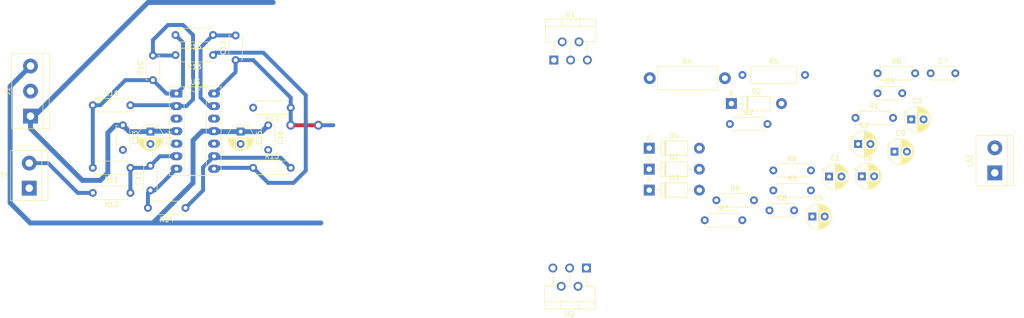
<source format=kicad_pcb>
(kicad_pcb (version 20171130) (host pcbnew 5.1.6)

  (general
    (thickness 1.6)
    (drawings 0)
    (tracks 90)
    (zones 0)
    (modules 43)
    (nets 23)
  )

  (page A4)
  (title_block
    (title "Amplificador de Áudio")
    (date 2020-07-01)
    (rev 1)
    (company UFS)
    (comment 1 "Design por Raphael Cardoso")
  )

  (layers
    (0 F.Cu signal)
    (31 B.Cu signal)
    (32 B.Adhes user)
    (33 F.Adhes user)
    (34 B.Paste user)
    (35 F.Paste user)
    (36 B.SilkS user)
    (37 F.SilkS user)
    (38 B.Mask user)
    (39 F.Mask user)
    (40 Dwgs.User user)
    (41 Cmts.User user)
    (42 Eco1.User user)
    (43 Eco2.User user)
    (44 Edge.Cuts user)
    (45 Margin user)
    (46 B.CrtYd user)
    (47 F.CrtYd user)
    (48 B.Fab user)
    (49 F.Fab user)
  )

  (setup
    (last_trace_width 0.8)
    (trace_clearance 0.3)
    (zone_clearance 0.508)
    (zone_45_only no)
    (trace_min 0.2)
    (via_size 1.8)
    (via_drill 1)
    (via_min_size 0.4)
    (via_min_drill 0.3)
    (uvia_size 0.3)
    (uvia_drill 0.1)
    (uvias_allowed no)
    (uvia_min_size 0.2)
    (uvia_min_drill 0.1)
    (edge_width 0.05)
    (segment_width 0.2)
    (pcb_text_width 0.3)
    (pcb_text_size 1.5 1.5)
    (mod_edge_width 0.12)
    (mod_text_size 1 1)
    (mod_text_width 0.15)
    (pad_size 1.524 1.524)
    (pad_drill 0.762)
    (pad_to_mask_clearance 0.05)
    (aux_axis_origin 0 0)
    (visible_elements FFFFFF7F)
    (pcbplotparams
      (layerselection 0x010fc_ffffffff)
      (usegerberextensions false)
      (usegerberattributes true)
      (usegerberadvancedattributes true)
      (creategerberjobfile true)
      (excludeedgelayer true)
      (linewidth 0.100000)
      (plotframeref false)
      (viasonmask false)
      (mode 1)
      (useauxorigin false)
      (hpglpennumber 1)
      (hpglpenspeed 20)
      (hpglpendiameter 15.000000)
      (psnegative false)
      (psa4output false)
      (plotreference true)
      (plotvalue true)
      (plotinvisibletext false)
      (padsonsilk false)
      (subtractmaskfromsilk false)
      (outputformat 1)
      (mirror false)
      (drillshape 1)
      (scaleselection 1)
      (outputdirectory ""))
  )

  (net 0 "")
  (net 1 /+SIG_F)
  (net 2 /T1+)
  (net 3 "Net-(C2-Pad2)")
  (net 4 /T2+)
  (net 5 GND)
  (net 6 -VDC)
  (net 7 +VDC)
  (net 8 /OUT+)
  (net 9 "Net-(C5-Pad2)")
  (net 10 /OUT-)
  (net 11 "Net-(C7-Pad2)")
  (net 12 /T2-)
  (net 13 "Net-(C9-Pad2)")
  (net 14 "/Filtro Passa-Baixas/Vo1")
  (net 15 "Net-(C10-Pad2)")
  (net 16 "Net-(C11-Pad2)")
  (net 17 "Net-(C11-Pad1)")
  (net 18 "Net-(C12-Pad2)")
  (net 19 /+SIG)
  (net 20 /T1-)
  (net 21 "Net-(R13-Pad1)")
  (net 22 "Net-(R14-Pad1)")

  (net_class Default "This is the default net class."
    (clearance 0.3)
    (trace_width 0.8)
    (via_dia 1.8)
    (via_drill 1)
    (uvia_dia 0.3)
    (uvia_drill 0.1)
    (add_net /+SIG)
    (add_net /+SIG_F)
    (add_net "/Filtro Passa-Baixas/Vo1")
    (add_net /OUT+)
    (add_net /OUT-)
    (add_net /T1+)
    (add_net /T1-)
    (add_net /T2+)
    (add_net /T2-)
    (add_net "Net-(C10-Pad2)")
    (add_net "Net-(C11-Pad1)")
    (add_net "Net-(C11-Pad2)")
    (add_net "Net-(C12-Pad2)")
    (add_net "Net-(C2-Pad2)")
    (add_net "Net-(C5-Pad2)")
    (add_net "Net-(C7-Pad2)")
    (add_net "Net-(C9-Pad2)")
    (add_net "Net-(R13-Pad1)")
    (add_net "Net-(R14-Pad1)")
  )

  (net_class Power ""
    (clearance 0.4)
    (trace_width 1)
    (via_dia 1.8)
    (via_drill 1)
    (uvia_dia 0.3)
    (uvia_drill 0.1)
    (add_net +VDC)
    (add_net -VDC)
    (add_net GND)
  )

  (module Resistor_THT:R_Axial_DIN0207_L6.3mm_D2.5mm_P7.62mm_Horizontal (layer F.Cu) (tedit 5AE5139B) (tstamp 5EFDF1AA)
    (at 85.344 67.564 180)
    (descr "Resistor, Axial_DIN0207 series, Axial, Horizontal, pin pitch=7.62mm, 0.25W = 1/4W, length*diameter=6.3*2.5mm^2, http://cdn-reichelt.de/documents/datenblatt/B400/1_4W%23YAG.pdf")
    (tags "Resistor Axial_DIN0207 series Axial Horizontal pin pitch 7.62mm 0.25W = 1/4W length 6.3mm diameter 2.5mm")
    (path /5F0CED9A/5F0EABE1)
    (fp_text reference R13 (at 3.81 -2.37) (layer F.SilkS)
      (effects (font (size 1 1) (thickness 0.15)))
    )
    (fp_text value 1.5K (at 3.81 2.37) (layer F.Fab)
      (effects (font (size 1 1) (thickness 0.15)))
    )
    (fp_text user %R (at 3.81 0) (layer F.Fab)
      (effects (font (size 1 1) (thickness 0.15)))
    )
    (fp_line (start 0.66 -1.25) (end 0.66 1.25) (layer F.Fab) (width 0.1))
    (fp_line (start 0.66 1.25) (end 6.96 1.25) (layer F.Fab) (width 0.1))
    (fp_line (start 6.96 1.25) (end 6.96 -1.25) (layer F.Fab) (width 0.1))
    (fp_line (start 6.96 -1.25) (end 0.66 -1.25) (layer F.Fab) (width 0.1))
    (fp_line (start 0 0) (end 0.66 0) (layer F.Fab) (width 0.1))
    (fp_line (start 7.62 0) (end 6.96 0) (layer F.Fab) (width 0.1))
    (fp_line (start 0.54 -1.04) (end 0.54 -1.37) (layer F.SilkS) (width 0.12))
    (fp_line (start 0.54 -1.37) (end 7.08 -1.37) (layer F.SilkS) (width 0.12))
    (fp_line (start 7.08 -1.37) (end 7.08 -1.04) (layer F.SilkS) (width 0.12))
    (fp_line (start 0.54 1.04) (end 0.54 1.37) (layer F.SilkS) (width 0.12))
    (fp_line (start 0.54 1.37) (end 7.08 1.37) (layer F.SilkS) (width 0.12))
    (fp_line (start 7.08 1.37) (end 7.08 1.04) (layer F.SilkS) (width 0.12))
    (fp_line (start -1.05 -1.5) (end -1.05 1.5) (layer F.CrtYd) (width 0.05))
    (fp_line (start -1.05 1.5) (end 8.67 1.5) (layer F.CrtYd) (width 0.05))
    (fp_line (start 8.67 1.5) (end 8.67 -1.5) (layer F.CrtYd) (width 0.05))
    (fp_line (start 8.67 -1.5) (end -1.05 -1.5) (layer F.CrtYd) (width 0.05))
    (pad 2 thru_hole oval (at 7.62 0 180) (size 1.6 1.6) (drill 0.8) (layers *.Cu *.Mask)
      (net 15 "Net-(C10-Pad2)"))
    (pad 1 thru_hole circle (at 0 0 180) (size 1.6 1.6) (drill 0.8) (layers *.Cu *.Mask)
      (net 21 "Net-(R13-Pad1)"))
    (model ${KISYS3DMOD}/Resistor_THT.3dshapes/R_Axial_DIN0207_L6.3mm_D2.5mm_P7.62mm_Horizontal.wrl
      (at (xyz 0 0 0))
      (scale (xyz 1 1 1))
      (rotate (xyz 0 0 0))
    )
  )

  (module Resistor_THT:R_Axial_DIN0207_L6.3mm_D2.5mm_P7.62mm_Horizontal (layer F.Cu) (tedit 5AE5139B) (tstamp 5EFD05BA)
    (at 68.58 95.504 180)
    (descr "Resistor, Axial_DIN0207 series, Axial, Horizontal, pin pitch=7.62mm, 0.25W = 1/4W, length*diameter=6.3*2.5mm^2, http://cdn-reichelt.de/documents/datenblatt/B400/1_4W%23YAG.pdf")
    (tags "Resistor Axial_DIN0207 series Axial Horizontal pin pitch 7.62mm 0.25W = 1/4W length 6.3mm diameter 2.5mm")
    (path /5F0CED9A/5F0E942D)
    (fp_text reference R12 (at 3.81 -2.37) (layer F.SilkS)
      (effects (font (size 1 1) (thickness 0.15)))
    )
    (fp_text value 1.5K (at 3.81 2.37) (layer F.Fab)
      (effects (font (size 1 1) (thickness 0.15)))
    )
    (fp_line (start 8.67 -1.5) (end -1.05 -1.5) (layer F.CrtYd) (width 0.05))
    (fp_line (start 8.67 1.5) (end 8.67 -1.5) (layer F.CrtYd) (width 0.05))
    (fp_line (start -1.05 1.5) (end 8.67 1.5) (layer F.CrtYd) (width 0.05))
    (fp_line (start -1.05 -1.5) (end -1.05 1.5) (layer F.CrtYd) (width 0.05))
    (fp_line (start 7.08 1.37) (end 7.08 1.04) (layer F.SilkS) (width 0.12))
    (fp_line (start 0.54 1.37) (end 7.08 1.37) (layer F.SilkS) (width 0.12))
    (fp_line (start 0.54 1.04) (end 0.54 1.37) (layer F.SilkS) (width 0.12))
    (fp_line (start 7.08 -1.37) (end 7.08 -1.04) (layer F.SilkS) (width 0.12))
    (fp_line (start 0.54 -1.37) (end 7.08 -1.37) (layer F.SilkS) (width 0.12))
    (fp_line (start 0.54 -1.04) (end 0.54 -1.37) (layer F.SilkS) (width 0.12))
    (fp_line (start 7.62 0) (end 6.96 0) (layer F.Fab) (width 0.1))
    (fp_line (start 0 0) (end 0.66 0) (layer F.Fab) (width 0.1))
    (fp_line (start 6.96 -1.25) (end 0.66 -1.25) (layer F.Fab) (width 0.1))
    (fp_line (start 6.96 1.25) (end 6.96 -1.25) (layer F.Fab) (width 0.1))
    (fp_line (start 0.66 1.25) (end 6.96 1.25) (layer F.Fab) (width 0.1))
    (fp_line (start 0.66 -1.25) (end 0.66 1.25) (layer F.Fab) (width 0.1))
    (fp_text user %R (at 3.81 0) (layer F.Fab)
      (effects (font (size 1 1) (thickness 0.15)))
    )
    (pad 1 thru_hole circle (at 0 0 180) (size 1.6 1.6) (drill 0.8) (layers *.Cu *.Mask)
      (net 16 "Net-(C11-Pad2)"))
    (pad 2 thru_hole oval (at 7.62 0 180) (size 1.6 1.6) (drill 0.8) (layers *.Cu *.Mask)
      (net 19 /+SIG))
    (model ${KISYS3DMOD}/Resistor_THT.3dshapes/R_Axial_DIN0207_L6.3mm_D2.5mm_P7.62mm_Horizontal.wrl
      (at (xyz 0 0 0))
      (scale (xyz 1 1 1))
      (rotate (xyz 0 0 0))
    )
  )

  (module Resistor_THT:R_Axial_DIN0207_L6.3mm_D2.5mm_P7.62mm_Horizontal (layer F.Cu) (tedit 5AE5139B) (tstamp 5EFD05E8)
    (at 79.756 98.552 180)
    (descr "Resistor, Axial_DIN0207 series, Axial, Horizontal, pin pitch=7.62mm, 0.25W = 1/4W, length*diameter=6.3*2.5mm^2, http://cdn-reichelt.de/documents/datenblatt/B400/1_4W%23YAG.pdf")
    (tags "Resistor Axial_DIN0207 series Axial Horizontal pin pitch 7.62mm 0.25W = 1/4W length 6.3mm diameter 2.5mm")
    (path /5F0CED9A/5F0EB2A7)
    (fp_text reference R14 (at 3.81 -2.37) (layer F.SilkS)
      (effects (font (size 1 1) (thickness 0.15)))
    )
    (fp_text value 1K (at 3.81 2.37) (layer F.Fab)
      (effects (font (size 1 1) (thickness 0.15)))
    )
    (fp_line (start 8.67 -1.5) (end -1.05 -1.5) (layer F.CrtYd) (width 0.05))
    (fp_line (start 8.67 1.5) (end 8.67 -1.5) (layer F.CrtYd) (width 0.05))
    (fp_line (start -1.05 1.5) (end 8.67 1.5) (layer F.CrtYd) (width 0.05))
    (fp_line (start -1.05 -1.5) (end -1.05 1.5) (layer F.CrtYd) (width 0.05))
    (fp_line (start 7.08 1.37) (end 7.08 1.04) (layer F.SilkS) (width 0.12))
    (fp_line (start 0.54 1.37) (end 7.08 1.37) (layer F.SilkS) (width 0.12))
    (fp_line (start 0.54 1.04) (end 0.54 1.37) (layer F.SilkS) (width 0.12))
    (fp_line (start 7.08 -1.37) (end 7.08 -1.04) (layer F.SilkS) (width 0.12))
    (fp_line (start 0.54 -1.37) (end 7.08 -1.37) (layer F.SilkS) (width 0.12))
    (fp_line (start 0.54 -1.04) (end 0.54 -1.37) (layer F.SilkS) (width 0.12))
    (fp_line (start 7.62 0) (end 6.96 0) (layer F.Fab) (width 0.1))
    (fp_line (start 0 0) (end 0.66 0) (layer F.Fab) (width 0.1))
    (fp_line (start 6.96 -1.25) (end 0.66 -1.25) (layer F.Fab) (width 0.1))
    (fp_line (start 6.96 1.25) (end 6.96 -1.25) (layer F.Fab) (width 0.1))
    (fp_line (start 0.66 1.25) (end 6.96 1.25) (layer F.Fab) (width 0.1))
    (fp_line (start 0.66 -1.25) (end 0.66 1.25) (layer F.Fab) (width 0.1))
    (fp_text user %R (at 3.81 0) (layer F.Fab)
      (effects (font (size 1 1) (thickness 0.15)))
    )
    (pad 1 thru_hole circle (at 0 0 180) (size 1.6 1.6) (drill 0.8) (layers *.Cu *.Mask)
      (net 22 "Net-(R14-Pad1)"))
    (pad 2 thru_hole oval (at 7.62 0 180) (size 1.6 1.6) (drill 0.8) (layers *.Cu *.Mask)
      (net 17 "Net-(C11-Pad1)"))
    (model ${KISYS3DMOD}/Resistor_THT.3dshapes/R_Axial_DIN0207_L6.3mm_D2.5mm_P7.62mm_Horizontal.wrl
      (at (xyz 0 0 0))
      (scale (xyz 1 1 1))
      (rotate (xyz 0 0 0))
    )
  )

  (module Capacitor_THT:C_Disc_D4.7mm_W2.5mm_P5.00mm (layer F.Cu) (tedit 5AE50EF0) (tstamp 5EFD9664)
    (at 96.52 81.788 270)
    (descr "C, Disc series, Radial, pin pitch=5.00mm, , diameter*width=4.7*2.5mm^2, Capacitor, http://www.vishay.com/docs/45233/krseries.pdf")
    (tags "C Disc series Radial pin pitch 5.00mm  diameter 4.7mm width 2.5mm Capacitor")
    (path /5F0CED9A/5EFD5E63)
    (fp_text reference C16 (at 2.5 -2.5 90) (layer F.SilkS)
      (effects (font (size 1 1) (thickness 0.15)))
    )
    (fp_text value 100nF (at 2.5 2.5 90) (layer F.Fab)
      (effects (font (size 1 1) (thickness 0.15)))
    )
    (fp_text user %R (at 2.5 0 90) (layer F.Fab)
      (effects (font (size 0.94 0.94) (thickness 0.141)))
    )
    (fp_line (start 0.15 -1.25) (end 0.15 1.25) (layer F.Fab) (width 0.1))
    (fp_line (start 0.15 1.25) (end 4.85 1.25) (layer F.Fab) (width 0.1))
    (fp_line (start 4.85 1.25) (end 4.85 -1.25) (layer F.Fab) (width 0.1))
    (fp_line (start 4.85 -1.25) (end 0.15 -1.25) (layer F.Fab) (width 0.1))
    (fp_line (start 0.03 -1.37) (end 4.97 -1.37) (layer F.SilkS) (width 0.12))
    (fp_line (start 0.03 1.37) (end 4.97 1.37) (layer F.SilkS) (width 0.12))
    (fp_line (start 0.03 -1.37) (end 0.03 -1.055) (layer F.SilkS) (width 0.12))
    (fp_line (start 0.03 1.055) (end 0.03 1.37) (layer F.SilkS) (width 0.12))
    (fp_line (start 4.97 -1.37) (end 4.97 -1.055) (layer F.SilkS) (width 0.12))
    (fp_line (start 4.97 1.055) (end 4.97 1.37) (layer F.SilkS) (width 0.12))
    (fp_line (start -1.05 -1.5) (end -1.05 1.5) (layer F.CrtYd) (width 0.05))
    (fp_line (start -1.05 1.5) (end 6.05 1.5) (layer F.CrtYd) (width 0.05))
    (fp_line (start 6.05 1.5) (end 6.05 -1.5) (layer F.CrtYd) (width 0.05))
    (fp_line (start 6.05 -1.5) (end -1.05 -1.5) (layer F.CrtYd) (width 0.05))
    (pad 2 thru_hole circle (at 5 0 270) (size 1.6 1.6) (drill 0.8) (layers *.Cu *.Mask)
      (net 5 GND))
    (pad 1 thru_hole circle (at 0 0 270) (size 1.6 1.6) (drill 0.8) (layers *.Cu *.Mask)
      (net 6 -VDC))
    (model ${KISYS3DMOD}/Capacitor_THT.3dshapes/C_Disc_D4.7mm_W2.5mm_P5.00mm.wrl
      (at (xyz 0 0 0))
      (scale (xyz 1 1 1))
      (rotate (xyz 0 0 0))
    )
  )

  (module Capacitor_THT:CP_Radial_D5.0mm_P2.50mm (layer F.Cu) (tedit 5AE50EF0) (tstamp 5EFD964F)
    (at 90.932 83.082888 270)
    (descr "CP, Radial series, Radial, pin pitch=2.50mm, , diameter=5mm, Electrolytic Capacitor")
    (tags "CP Radial series Radial pin pitch 2.50mm  diameter 5mm Electrolytic Capacitor")
    (path /5F0CED9A/5EFE7556)
    (fp_text reference C15 (at 1.25 -3.75 90) (layer F.SilkS)
      (effects (font (size 1 1) (thickness 0.15)))
    )
    (fp_text value 100uF (at 1.25 3.75 90) (layer F.Fab)
      (effects (font (size 1 1) (thickness 0.15)))
    )
    (fp_text user %R (at 1.25 0 90) (layer F.Fab)
      (effects (font (size 1 1) (thickness 0.15)))
    )
    (fp_circle (center 1.25 0) (end 3.75 0) (layer F.Fab) (width 0.1))
    (fp_circle (center 1.25 0) (end 3.87 0) (layer F.SilkS) (width 0.12))
    (fp_circle (center 1.25 0) (end 4 0) (layer F.CrtYd) (width 0.05))
    (fp_line (start -0.883605 -1.0875) (end -0.383605 -1.0875) (layer F.Fab) (width 0.1))
    (fp_line (start -0.633605 -1.3375) (end -0.633605 -0.8375) (layer F.Fab) (width 0.1))
    (fp_line (start 1.25 -2.58) (end 1.25 2.58) (layer F.SilkS) (width 0.12))
    (fp_line (start 1.29 -2.58) (end 1.29 2.58) (layer F.SilkS) (width 0.12))
    (fp_line (start 1.33 -2.579) (end 1.33 2.579) (layer F.SilkS) (width 0.12))
    (fp_line (start 1.37 -2.578) (end 1.37 2.578) (layer F.SilkS) (width 0.12))
    (fp_line (start 1.41 -2.576) (end 1.41 2.576) (layer F.SilkS) (width 0.12))
    (fp_line (start 1.45 -2.573) (end 1.45 2.573) (layer F.SilkS) (width 0.12))
    (fp_line (start 1.49 -2.569) (end 1.49 -1.04) (layer F.SilkS) (width 0.12))
    (fp_line (start 1.49 1.04) (end 1.49 2.569) (layer F.SilkS) (width 0.12))
    (fp_line (start 1.53 -2.565) (end 1.53 -1.04) (layer F.SilkS) (width 0.12))
    (fp_line (start 1.53 1.04) (end 1.53 2.565) (layer F.SilkS) (width 0.12))
    (fp_line (start 1.57 -2.561) (end 1.57 -1.04) (layer F.SilkS) (width 0.12))
    (fp_line (start 1.57 1.04) (end 1.57 2.561) (layer F.SilkS) (width 0.12))
    (fp_line (start 1.61 -2.556) (end 1.61 -1.04) (layer F.SilkS) (width 0.12))
    (fp_line (start 1.61 1.04) (end 1.61 2.556) (layer F.SilkS) (width 0.12))
    (fp_line (start 1.65 -2.55) (end 1.65 -1.04) (layer F.SilkS) (width 0.12))
    (fp_line (start 1.65 1.04) (end 1.65 2.55) (layer F.SilkS) (width 0.12))
    (fp_line (start 1.69 -2.543) (end 1.69 -1.04) (layer F.SilkS) (width 0.12))
    (fp_line (start 1.69 1.04) (end 1.69 2.543) (layer F.SilkS) (width 0.12))
    (fp_line (start 1.73 -2.536) (end 1.73 -1.04) (layer F.SilkS) (width 0.12))
    (fp_line (start 1.73 1.04) (end 1.73 2.536) (layer F.SilkS) (width 0.12))
    (fp_line (start 1.77 -2.528) (end 1.77 -1.04) (layer F.SilkS) (width 0.12))
    (fp_line (start 1.77 1.04) (end 1.77 2.528) (layer F.SilkS) (width 0.12))
    (fp_line (start 1.81 -2.52) (end 1.81 -1.04) (layer F.SilkS) (width 0.12))
    (fp_line (start 1.81 1.04) (end 1.81 2.52) (layer F.SilkS) (width 0.12))
    (fp_line (start 1.85 -2.511) (end 1.85 -1.04) (layer F.SilkS) (width 0.12))
    (fp_line (start 1.85 1.04) (end 1.85 2.511) (layer F.SilkS) (width 0.12))
    (fp_line (start 1.89 -2.501) (end 1.89 -1.04) (layer F.SilkS) (width 0.12))
    (fp_line (start 1.89 1.04) (end 1.89 2.501) (layer F.SilkS) (width 0.12))
    (fp_line (start 1.93 -2.491) (end 1.93 -1.04) (layer F.SilkS) (width 0.12))
    (fp_line (start 1.93 1.04) (end 1.93 2.491) (layer F.SilkS) (width 0.12))
    (fp_line (start 1.971 -2.48) (end 1.971 -1.04) (layer F.SilkS) (width 0.12))
    (fp_line (start 1.971 1.04) (end 1.971 2.48) (layer F.SilkS) (width 0.12))
    (fp_line (start 2.011 -2.468) (end 2.011 -1.04) (layer F.SilkS) (width 0.12))
    (fp_line (start 2.011 1.04) (end 2.011 2.468) (layer F.SilkS) (width 0.12))
    (fp_line (start 2.051 -2.455) (end 2.051 -1.04) (layer F.SilkS) (width 0.12))
    (fp_line (start 2.051 1.04) (end 2.051 2.455) (layer F.SilkS) (width 0.12))
    (fp_line (start 2.091 -2.442) (end 2.091 -1.04) (layer F.SilkS) (width 0.12))
    (fp_line (start 2.091 1.04) (end 2.091 2.442) (layer F.SilkS) (width 0.12))
    (fp_line (start 2.131 -2.428) (end 2.131 -1.04) (layer F.SilkS) (width 0.12))
    (fp_line (start 2.131 1.04) (end 2.131 2.428) (layer F.SilkS) (width 0.12))
    (fp_line (start 2.171 -2.414) (end 2.171 -1.04) (layer F.SilkS) (width 0.12))
    (fp_line (start 2.171 1.04) (end 2.171 2.414) (layer F.SilkS) (width 0.12))
    (fp_line (start 2.211 -2.398) (end 2.211 -1.04) (layer F.SilkS) (width 0.12))
    (fp_line (start 2.211 1.04) (end 2.211 2.398) (layer F.SilkS) (width 0.12))
    (fp_line (start 2.251 -2.382) (end 2.251 -1.04) (layer F.SilkS) (width 0.12))
    (fp_line (start 2.251 1.04) (end 2.251 2.382) (layer F.SilkS) (width 0.12))
    (fp_line (start 2.291 -2.365) (end 2.291 -1.04) (layer F.SilkS) (width 0.12))
    (fp_line (start 2.291 1.04) (end 2.291 2.365) (layer F.SilkS) (width 0.12))
    (fp_line (start 2.331 -2.348) (end 2.331 -1.04) (layer F.SilkS) (width 0.12))
    (fp_line (start 2.331 1.04) (end 2.331 2.348) (layer F.SilkS) (width 0.12))
    (fp_line (start 2.371 -2.329) (end 2.371 -1.04) (layer F.SilkS) (width 0.12))
    (fp_line (start 2.371 1.04) (end 2.371 2.329) (layer F.SilkS) (width 0.12))
    (fp_line (start 2.411 -2.31) (end 2.411 -1.04) (layer F.SilkS) (width 0.12))
    (fp_line (start 2.411 1.04) (end 2.411 2.31) (layer F.SilkS) (width 0.12))
    (fp_line (start 2.451 -2.29) (end 2.451 -1.04) (layer F.SilkS) (width 0.12))
    (fp_line (start 2.451 1.04) (end 2.451 2.29) (layer F.SilkS) (width 0.12))
    (fp_line (start 2.491 -2.268) (end 2.491 -1.04) (layer F.SilkS) (width 0.12))
    (fp_line (start 2.491 1.04) (end 2.491 2.268) (layer F.SilkS) (width 0.12))
    (fp_line (start 2.531 -2.247) (end 2.531 -1.04) (layer F.SilkS) (width 0.12))
    (fp_line (start 2.531 1.04) (end 2.531 2.247) (layer F.SilkS) (width 0.12))
    (fp_line (start 2.571 -2.224) (end 2.571 -1.04) (layer F.SilkS) (width 0.12))
    (fp_line (start 2.571 1.04) (end 2.571 2.224) (layer F.SilkS) (width 0.12))
    (fp_line (start 2.611 -2.2) (end 2.611 -1.04) (layer F.SilkS) (width 0.12))
    (fp_line (start 2.611 1.04) (end 2.611 2.2) (layer F.SilkS) (width 0.12))
    (fp_line (start 2.651 -2.175) (end 2.651 -1.04) (layer F.SilkS) (width 0.12))
    (fp_line (start 2.651 1.04) (end 2.651 2.175) (layer F.SilkS) (width 0.12))
    (fp_line (start 2.691 -2.149) (end 2.691 -1.04) (layer F.SilkS) (width 0.12))
    (fp_line (start 2.691 1.04) (end 2.691 2.149) (layer F.SilkS) (width 0.12))
    (fp_line (start 2.731 -2.122) (end 2.731 -1.04) (layer F.SilkS) (width 0.12))
    (fp_line (start 2.731 1.04) (end 2.731 2.122) (layer F.SilkS) (width 0.12))
    (fp_line (start 2.771 -2.095) (end 2.771 -1.04) (layer F.SilkS) (width 0.12))
    (fp_line (start 2.771 1.04) (end 2.771 2.095) (layer F.SilkS) (width 0.12))
    (fp_line (start 2.811 -2.065) (end 2.811 -1.04) (layer F.SilkS) (width 0.12))
    (fp_line (start 2.811 1.04) (end 2.811 2.065) (layer F.SilkS) (width 0.12))
    (fp_line (start 2.851 -2.035) (end 2.851 -1.04) (layer F.SilkS) (width 0.12))
    (fp_line (start 2.851 1.04) (end 2.851 2.035) (layer F.SilkS) (width 0.12))
    (fp_line (start 2.891 -2.004) (end 2.891 -1.04) (layer F.SilkS) (width 0.12))
    (fp_line (start 2.891 1.04) (end 2.891 2.004) (layer F.SilkS) (width 0.12))
    (fp_line (start 2.931 -1.971) (end 2.931 -1.04) (layer F.SilkS) (width 0.12))
    (fp_line (start 2.931 1.04) (end 2.931 1.971) (layer F.SilkS) (width 0.12))
    (fp_line (start 2.971 -1.937) (end 2.971 -1.04) (layer F.SilkS) (width 0.12))
    (fp_line (start 2.971 1.04) (end 2.971 1.937) (layer F.SilkS) (width 0.12))
    (fp_line (start 3.011 -1.901) (end 3.011 -1.04) (layer F.SilkS) (width 0.12))
    (fp_line (start 3.011 1.04) (end 3.011 1.901) (layer F.SilkS) (width 0.12))
    (fp_line (start 3.051 -1.864) (end 3.051 -1.04) (layer F.SilkS) (width 0.12))
    (fp_line (start 3.051 1.04) (end 3.051 1.864) (layer F.SilkS) (width 0.12))
    (fp_line (start 3.091 -1.826) (end 3.091 -1.04) (layer F.SilkS) (width 0.12))
    (fp_line (start 3.091 1.04) (end 3.091 1.826) (layer F.SilkS) (width 0.12))
    (fp_line (start 3.131 -1.785) (end 3.131 -1.04) (layer F.SilkS) (width 0.12))
    (fp_line (start 3.131 1.04) (end 3.131 1.785) (layer F.SilkS) (width 0.12))
    (fp_line (start 3.171 -1.743) (end 3.171 -1.04) (layer F.SilkS) (width 0.12))
    (fp_line (start 3.171 1.04) (end 3.171 1.743) (layer F.SilkS) (width 0.12))
    (fp_line (start 3.211 -1.699) (end 3.211 -1.04) (layer F.SilkS) (width 0.12))
    (fp_line (start 3.211 1.04) (end 3.211 1.699) (layer F.SilkS) (width 0.12))
    (fp_line (start 3.251 -1.653) (end 3.251 -1.04) (layer F.SilkS) (width 0.12))
    (fp_line (start 3.251 1.04) (end 3.251 1.653) (layer F.SilkS) (width 0.12))
    (fp_line (start 3.291 -1.605) (end 3.291 -1.04) (layer F.SilkS) (width 0.12))
    (fp_line (start 3.291 1.04) (end 3.291 1.605) (layer F.SilkS) (width 0.12))
    (fp_line (start 3.331 -1.554) (end 3.331 -1.04) (layer F.SilkS) (width 0.12))
    (fp_line (start 3.331 1.04) (end 3.331 1.554) (layer F.SilkS) (width 0.12))
    (fp_line (start 3.371 -1.5) (end 3.371 -1.04) (layer F.SilkS) (width 0.12))
    (fp_line (start 3.371 1.04) (end 3.371 1.5) (layer F.SilkS) (width 0.12))
    (fp_line (start 3.411 -1.443) (end 3.411 -1.04) (layer F.SilkS) (width 0.12))
    (fp_line (start 3.411 1.04) (end 3.411 1.443) (layer F.SilkS) (width 0.12))
    (fp_line (start 3.451 -1.383) (end 3.451 -1.04) (layer F.SilkS) (width 0.12))
    (fp_line (start 3.451 1.04) (end 3.451 1.383) (layer F.SilkS) (width 0.12))
    (fp_line (start 3.491 -1.319) (end 3.491 -1.04) (layer F.SilkS) (width 0.12))
    (fp_line (start 3.491 1.04) (end 3.491 1.319) (layer F.SilkS) (width 0.12))
    (fp_line (start 3.531 -1.251) (end 3.531 -1.04) (layer F.SilkS) (width 0.12))
    (fp_line (start 3.531 1.04) (end 3.531 1.251) (layer F.SilkS) (width 0.12))
    (fp_line (start 3.571 -1.178) (end 3.571 1.178) (layer F.SilkS) (width 0.12))
    (fp_line (start 3.611 -1.098) (end 3.611 1.098) (layer F.SilkS) (width 0.12))
    (fp_line (start 3.651 -1.011) (end 3.651 1.011) (layer F.SilkS) (width 0.12))
    (fp_line (start 3.691 -0.915) (end 3.691 0.915) (layer F.SilkS) (width 0.12))
    (fp_line (start 3.731 -0.805) (end 3.731 0.805) (layer F.SilkS) (width 0.12))
    (fp_line (start 3.771 -0.677) (end 3.771 0.677) (layer F.SilkS) (width 0.12))
    (fp_line (start 3.811 -0.518) (end 3.811 0.518) (layer F.SilkS) (width 0.12))
    (fp_line (start 3.851 -0.284) (end 3.851 0.284) (layer F.SilkS) (width 0.12))
    (fp_line (start -1.554775 -1.475) (end -1.054775 -1.475) (layer F.SilkS) (width 0.12))
    (fp_line (start -1.304775 -1.725) (end -1.304775 -1.225) (layer F.SilkS) (width 0.12))
    (pad 2 thru_hole circle (at 2.5 0 270) (size 1.6 1.6) (drill 0.8) (layers *.Cu *.Mask)
      (net 5 GND))
    (pad 1 thru_hole rect (at 0 0 270) (size 1.6 1.6) (drill 0.8) (layers *.Cu *.Mask)
      (net 6 -VDC))
    (model ${KISYS3DMOD}/Capacitor_THT.3dshapes/CP_Radial_D5.0mm_P2.50mm.wrl
      (at (xyz 0 0 0))
      (scale (xyz 1 1 1))
      (rotate (xyz 0 0 0))
    )
  )

  (module Capacitor_THT:CP_Radial_D5.0mm_P2.50mm (layer F.Cu) (tedit 5AE50EF0) (tstamp 5EFD95CB)
    (at 72.644 83.082888 270)
    (descr "CP, Radial series, Radial, pin pitch=2.50mm, , diameter=5mm, Electrolytic Capacitor")
    (tags "CP Radial series Radial pin pitch 2.50mm  diameter 5mm Electrolytic Capacitor")
    (path /5F0CED9A/5EFEF689)
    (fp_text reference C14 (at 1.25 -3.75 90) (layer F.SilkS)
      (effects (font (size 1 1) (thickness 0.15)))
    )
    (fp_text value 100uF (at 1.25 3.75 90) (layer F.Fab)
      (effects (font (size 1 1) (thickness 0.15)))
    )
    (fp_text user %R (at 1.25 0 90) (layer F.Fab)
      (effects (font (size 1 1) (thickness 0.15)))
    )
    (fp_circle (center 1.25 0) (end 3.75 0) (layer F.Fab) (width 0.1))
    (fp_circle (center 1.25 0) (end 3.87 0) (layer F.SilkS) (width 0.12))
    (fp_circle (center 1.25 0) (end 4 0) (layer F.CrtYd) (width 0.05))
    (fp_line (start -0.883605 -1.0875) (end -0.383605 -1.0875) (layer F.Fab) (width 0.1))
    (fp_line (start -0.633605 -1.3375) (end -0.633605 -0.8375) (layer F.Fab) (width 0.1))
    (fp_line (start 1.25 -2.58) (end 1.25 2.58) (layer F.SilkS) (width 0.12))
    (fp_line (start 1.29 -2.58) (end 1.29 2.58) (layer F.SilkS) (width 0.12))
    (fp_line (start 1.33 -2.579) (end 1.33 2.579) (layer F.SilkS) (width 0.12))
    (fp_line (start 1.37 -2.578) (end 1.37 2.578) (layer F.SilkS) (width 0.12))
    (fp_line (start 1.41 -2.576) (end 1.41 2.576) (layer F.SilkS) (width 0.12))
    (fp_line (start 1.45 -2.573) (end 1.45 2.573) (layer F.SilkS) (width 0.12))
    (fp_line (start 1.49 -2.569) (end 1.49 -1.04) (layer F.SilkS) (width 0.12))
    (fp_line (start 1.49 1.04) (end 1.49 2.569) (layer F.SilkS) (width 0.12))
    (fp_line (start 1.53 -2.565) (end 1.53 -1.04) (layer F.SilkS) (width 0.12))
    (fp_line (start 1.53 1.04) (end 1.53 2.565) (layer F.SilkS) (width 0.12))
    (fp_line (start 1.57 -2.561) (end 1.57 -1.04) (layer F.SilkS) (width 0.12))
    (fp_line (start 1.57 1.04) (end 1.57 2.561) (layer F.SilkS) (width 0.12))
    (fp_line (start 1.61 -2.556) (end 1.61 -1.04) (layer F.SilkS) (width 0.12))
    (fp_line (start 1.61 1.04) (end 1.61 2.556) (layer F.SilkS) (width 0.12))
    (fp_line (start 1.65 -2.55) (end 1.65 -1.04) (layer F.SilkS) (width 0.12))
    (fp_line (start 1.65 1.04) (end 1.65 2.55) (layer F.SilkS) (width 0.12))
    (fp_line (start 1.69 -2.543) (end 1.69 -1.04) (layer F.SilkS) (width 0.12))
    (fp_line (start 1.69 1.04) (end 1.69 2.543) (layer F.SilkS) (width 0.12))
    (fp_line (start 1.73 -2.536) (end 1.73 -1.04) (layer F.SilkS) (width 0.12))
    (fp_line (start 1.73 1.04) (end 1.73 2.536) (layer F.SilkS) (width 0.12))
    (fp_line (start 1.77 -2.528) (end 1.77 -1.04) (layer F.SilkS) (width 0.12))
    (fp_line (start 1.77 1.04) (end 1.77 2.528) (layer F.SilkS) (width 0.12))
    (fp_line (start 1.81 -2.52) (end 1.81 -1.04) (layer F.SilkS) (width 0.12))
    (fp_line (start 1.81 1.04) (end 1.81 2.52) (layer F.SilkS) (width 0.12))
    (fp_line (start 1.85 -2.511) (end 1.85 -1.04) (layer F.SilkS) (width 0.12))
    (fp_line (start 1.85 1.04) (end 1.85 2.511) (layer F.SilkS) (width 0.12))
    (fp_line (start 1.89 -2.501) (end 1.89 -1.04) (layer F.SilkS) (width 0.12))
    (fp_line (start 1.89 1.04) (end 1.89 2.501) (layer F.SilkS) (width 0.12))
    (fp_line (start 1.93 -2.491) (end 1.93 -1.04) (layer F.SilkS) (width 0.12))
    (fp_line (start 1.93 1.04) (end 1.93 2.491) (layer F.SilkS) (width 0.12))
    (fp_line (start 1.971 -2.48) (end 1.971 -1.04) (layer F.SilkS) (width 0.12))
    (fp_line (start 1.971 1.04) (end 1.971 2.48) (layer F.SilkS) (width 0.12))
    (fp_line (start 2.011 -2.468) (end 2.011 -1.04) (layer F.SilkS) (width 0.12))
    (fp_line (start 2.011 1.04) (end 2.011 2.468) (layer F.SilkS) (width 0.12))
    (fp_line (start 2.051 -2.455) (end 2.051 -1.04) (layer F.SilkS) (width 0.12))
    (fp_line (start 2.051 1.04) (end 2.051 2.455) (layer F.SilkS) (width 0.12))
    (fp_line (start 2.091 -2.442) (end 2.091 -1.04) (layer F.SilkS) (width 0.12))
    (fp_line (start 2.091 1.04) (end 2.091 2.442) (layer F.SilkS) (width 0.12))
    (fp_line (start 2.131 -2.428) (end 2.131 -1.04) (layer F.SilkS) (width 0.12))
    (fp_line (start 2.131 1.04) (end 2.131 2.428) (layer F.SilkS) (width 0.12))
    (fp_line (start 2.171 -2.414) (end 2.171 -1.04) (layer F.SilkS) (width 0.12))
    (fp_line (start 2.171 1.04) (end 2.171 2.414) (layer F.SilkS) (width 0.12))
    (fp_line (start 2.211 -2.398) (end 2.211 -1.04) (layer F.SilkS) (width 0.12))
    (fp_line (start 2.211 1.04) (end 2.211 2.398) (layer F.SilkS) (width 0.12))
    (fp_line (start 2.251 -2.382) (end 2.251 -1.04) (layer F.SilkS) (width 0.12))
    (fp_line (start 2.251 1.04) (end 2.251 2.382) (layer F.SilkS) (width 0.12))
    (fp_line (start 2.291 -2.365) (end 2.291 -1.04) (layer F.SilkS) (width 0.12))
    (fp_line (start 2.291 1.04) (end 2.291 2.365) (layer F.SilkS) (width 0.12))
    (fp_line (start 2.331 -2.348) (end 2.331 -1.04) (layer F.SilkS) (width 0.12))
    (fp_line (start 2.331 1.04) (end 2.331 2.348) (layer F.SilkS) (width 0.12))
    (fp_line (start 2.371 -2.329) (end 2.371 -1.04) (layer F.SilkS) (width 0.12))
    (fp_line (start 2.371 1.04) (end 2.371 2.329) (layer F.SilkS) (width 0.12))
    (fp_line (start 2.411 -2.31) (end 2.411 -1.04) (layer F.SilkS) (width 0.12))
    (fp_line (start 2.411 1.04) (end 2.411 2.31) (layer F.SilkS) (width 0.12))
    (fp_line (start 2.451 -2.29) (end 2.451 -1.04) (layer F.SilkS) (width 0.12))
    (fp_line (start 2.451 1.04) (end 2.451 2.29) (layer F.SilkS) (width 0.12))
    (fp_line (start 2.491 -2.268) (end 2.491 -1.04) (layer F.SilkS) (width 0.12))
    (fp_line (start 2.491 1.04) (end 2.491 2.268) (layer F.SilkS) (width 0.12))
    (fp_line (start 2.531 -2.247) (end 2.531 -1.04) (layer F.SilkS) (width 0.12))
    (fp_line (start 2.531 1.04) (end 2.531 2.247) (layer F.SilkS) (width 0.12))
    (fp_line (start 2.571 -2.224) (end 2.571 -1.04) (layer F.SilkS) (width 0.12))
    (fp_line (start 2.571 1.04) (end 2.571 2.224) (layer F.SilkS) (width 0.12))
    (fp_line (start 2.611 -2.2) (end 2.611 -1.04) (layer F.SilkS) (width 0.12))
    (fp_line (start 2.611 1.04) (end 2.611 2.2) (layer F.SilkS) (width 0.12))
    (fp_line (start 2.651 -2.175) (end 2.651 -1.04) (layer F.SilkS) (width 0.12))
    (fp_line (start 2.651 1.04) (end 2.651 2.175) (layer F.SilkS) (width 0.12))
    (fp_line (start 2.691 -2.149) (end 2.691 -1.04) (layer F.SilkS) (width 0.12))
    (fp_line (start 2.691 1.04) (end 2.691 2.149) (layer F.SilkS) (width 0.12))
    (fp_line (start 2.731 -2.122) (end 2.731 -1.04) (layer F.SilkS) (width 0.12))
    (fp_line (start 2.731 1.04) (end 2.731 2.122) (layer F.SilkS) (width 0.12))
    (fp_line (start 2.771 -2.095) (end 2.771 -1.04) (layer F.SilkS) (width 0.12))
    (fp_line (start 2.771 1.04) (end 2.771 2.095) (layer F.SilkS) (width 0.12))
    (fp_line (start 2.811 -2.065) (end 2.811 -1.04) (layer F.SilkS) (width 0.12))
    (fp_line (start 2.811 1.04) (end 2.811 2.065) (layer F.SilkS) (width 0.12))
    (fp_line (start 2.851 -2.035) (end 2.851 -1.04) (layer F.SilkS) (width 0.12))
    (fp_line (start 2.851 1.04) (end 2.851 2.035) (layer F.SilkS) (width 0.12))
    (fp_line (start 2.891 -2.004) (end 2.891 -1.04) (layer F.SilkS) (width 0.12))
    (fp_line (start 2.891 1.04) (end 2.891 2.004) (layer F.SilkS) (width 0.12))
    (fp_line (start 2.931 -1.971) (end 2.931 -1.04) (layer F.SilkS) (width 0.12))
    (fp_line (start 2.931 1.04) (end 2.931 1.971) (layer F.SilkS) (width 0.12))
    (fp_line (start 2.971 -1.937) (end 2.971 -1.04) (layer F.SilkS) (width 0.12))
    (fp_line (start 2.971 1.04) (end 2.971 1.937) (layer F.SilkS) (width 0.12))
    (fp_line (start 3.011 -1.901) (end 3.011 -1.04) (layer F.SilkS) (width 0.12))
    (fp_line (start 3.011 1.04) (end 3.011 1.901) (layer F.SilkS) (width 0.12))
    (fp_line (start 3.051 -1.864) (end 3.051 -1.04) (layer F.SilkS) (width 0.12))
    (fp_line (start 3.051 1.04) (end 3.051 1.864) (layer F.SilkS) (width 0.12))
    (fp_line (start 3.091 -1.826) (end 3.091 -1.04) (layer F.SilkS) (width 0.12))
    (fp_line (start 3.091 1.04) (end 3.091 1.826) (layer F.SilkS) (width 0.12))
    (fp_line (start 3.131 -1.785) (end 3.131 -1.04) (layer F.SilkS) (width 0.12))
    (fp_line (start 3.131 1.04) (end 3.131 1.785) (layer F.SilkS) (width 0.12))
    (fp_line (start 3.171 -1.743) (end 3.171 -1.04) (layer F.SilkS) (width 0.12))
    (fp_line (start 3.171 1.04) (end 3.171 1.743) (layer F.SilkS) (width 0.12))
    (fp_line (start 3.211 -1.699) (end 3.211 -1.04) (layer F.SilkS) (width 0.12))
    (fp_line (start 3.211 1.04) (end 3.211 1.699) (layer F.SilkS) (width 0.12))
    (fp_line (start 3.251 -1.653) (end 3.251 -1.04) (layer F.SilkS) (width 0.12))
    (fp_line (start 3.251 1.04) (end 3.251 1.653) (layer F.SilkS) (width 0.12))
    (fp_line (start 3.291 -1.605) (end 3.291 -1.04) (layer F.SilkS) (width 0.12))
    (fp_line (start 3.291 1.04) (end 3.291 1.605) (layer F.SilkS) (width 0.12))
    (fp_line (start 3.331 -1.554) (end 3.331 -1.04) (layer F.SilkS) (width 0.12))
    (fp_line (start 3.331 1.04) (end 3.331 1.554) (layer F.SilkS) (width 0.12))
    (fp_line (start 3.371 -1.5) (end 3.371 -1.04) (layer F.SilkS) (width 0.12))
    (fp_line (start 3.371 1.04) (end 3.371 1.5) (layer F.SilkS) (width 0.12))
    (fp_line (start 3.411 -1.443) (end 3.411 -1.04) (layer F.SilkS) (width 0.12))
    (fp_line (start 3.411 1.04) (end 3.411 1.443) (layer F.SilkS) (width 0.12))
    (fp_line (start 3.451 -1.383) (end 3.451 -1.04) (layer F.SilkS) (width 0.12))
    (fp_line (start 3.451 1.04) (end 3.451 1.383) (layer F.SilkS) (width 0.12))
    (fp_line (start 3.491 -1.319) (end 3.491 -1.04) (layer F.SilkS) (width 0.12))
    (fp_line (start 3.491 1.04) (end 3.491 1.319) (layer F.SilkS) (width 0.12))
    (fp_line (start 3.531 -1.251) (end 3.531 -1.04) (layer F.SilkS) (width 0.12))
    (fp_line (start 3.531 1.04) (end 3.531 1.251) (layer F.SilkS) (width 0.12))
    (fp_line (start 3.571 -1.178) (end 3.571 1.178) (layer F.SilkS) (width 0.12))
    (fp_line (start 3.611 -1.098) (end 3.611 1.098) (layer F.SilkS) (width 0.12))
    (fp_line (start 3.651 -1.011) (end 3.651 1.011) (layer F.SilkS) (width 0.12))
    (fp_line (start 3.691 -0.915) (end 3.691 0.915) (layer F.SilkS) (width 0.12))
    (fp_line (start 3.731 -0.805) (end 3.731 0.805) (layer F.SilkS) (width 0.12))
    (fp_line (start 3.771 -0.677) (end 3.771 0.677) (layer F.SilkS) (width 0.12))
    (fp_line (start 3.811 -0.518) (end 3.811 0.518) (layer F.SilkS) (width 0.12))
    (fp_line (start 3.851 -0.284) (end 3.851 0.284) (layer F.SilkS) (width 0.12))
    (fp_line (start -1.554775 -1.475) (end -1.054775 -1.475) (layer F.SilkS) (width 0.12))
    (fp_line (start -1.304775 -1.725) (end -1.304775 -1.225) (layer F.SilkS) (width 0.12))
    (pad 2 thru_hole circle (at 2.5 0 270) (size 1.6 1.6) (drill 0.8) (layers *.Cu *.Mask)
      (net 5 GND))
    (pad 1 thru_hole rect (at 0 0 270) (size 1.6 1.6) (drill 0.8) (layers *.Cu *.Mask)
      (net 7 +VDC))
    (model ${KISYS3DMOD}/Capacitor_THT.3dshapes/CP_Radial_D5.0mm_P2.50mm.wrl
      (at (xyz 0 0 0))
      (scale (xyz 1 1 1))
      (rotate (xyz 0 0 0))
    )
  )

  (module Capacitor_THT:C_Disc_D4.7mm_W2.5mm_P5.00mm (layer F.Cu) (tedit 5AE50EF0) (tstamp 5EFD9547)
    (at 67.056 81.788 270)
    (descr "C, Disc series, Radial, pin pitch=5.00mm, , diameter*width=4.7*2.5mm^2, Capacitor, http://www.vishay.com/docs/45233/krseries.pdf")
    (tags "C Disc series Radial pin pitch 5.00mm  diameter 4.7mm width 2.5mm Capacitor")
    (path /5F0CED9A/5EFF003F)
    (fp_text reference C13 (at 2.5 -2.5 90) (layer F.SilkS)
      (effects (font (size 1 1) (thickness 0.15)))
    )
    (fp_text value 100nF (at 2.5 2.5 90) (layer F.Fab)
      (effects (font (size 1 1) (thickness 0.15)))
    )
    (fp_text user %R (at 2.5 0 90) (layer F.Fab)
      (effects (font (size 0.94 0.94) (thickness 0.141)))
    )
    (fp_line (start 0.15 -1.25) (end 0.15 1.25) (layer F.Fab) (width 0.1))
    (fp_line (start 0.15 1.25) (end 4.85 1.25) (layer F.Fab) (width 0.1))
    (fp_line (start 4.85 1.25) (end 4.85 -1.25) (layer F.Fab) (width 0.1))
    (fp_line (start 4.85 -1.25) (end 0.15 -1.25) (layer F.Fab) (width 0.1))
    (fp_line (start 0.03 -1.37) (end 4.97 -1.37) (layer F.SilkS) (width 0.12))
    (fp_line (start 0.03 1.37) (end 4.97 1.37) (layer F.SilkS) (width 0.12))
    (fp_line (start 0.03 -1.37) (end 0.03 -1.055) (layer F.SilkS) (width 0.12))
    (fp_line (start 0.03 1.055) (end 0.03 1.37) (layer F.SilkS) (width 0.12))
    (fp_line (start 4.97 -1.37) (end 4.97 -1.055) (layer F.SilkS) (width 0.12))
    (fp_line (start 4.97 1.055) (end 4.97 1.37) (layer F.SilkS) (width 0.12))
    (fp_line (start -1.05 -1.5) (end -1.05 1.5) (layer F.CrtYd) (width 0.05))
    (fp_line (start -1.05 1.5) (end 6.05 1.5) (layer F.CrtYd) (width 0.05))
    (fp_line (start 6.05 1.5) (end 6.05 -1.5) (layer F.CrtYd) (width 0.05))
    (fp_line (start 6.05 -1.5) (end -1.05 -1.5) (layer F.CrtYd) (width 0.05))
    (pad 2 thru_hole circle (at 5 0 270) (size 1.6 1.6) (drill 0.8) (layers *.Cu *.Mask)
      (net 5 GND))
    (pad 1 thru_hole circle (at 0 0 270) (size 1.6 1.6) (drill 0.8) (layers *.Cu *.Mask)
      (net 7 +VDC))
    (model ${KISYS3DMOD}/Capacitor_THT.3dshapes/C_Disc_D4.7mm_W2.5mm_P5.00mm.wrl
      (at (xyz 0 0 0))
      (scale (xyz 1 1 1))
      (rotate (xyz 0 0 0))
    )
  )

  (module Capacitor_THT:CP_Radial_D5.0mm_P2.50mm (layer F.Cu) (tedit 5AE50EF0) (tstamp 5EFD00D8)
    (at 210.247276 92.198001)
    (descr "CP, Radial series, Radial, pin pitch=2.50mm, , diameter=5mm, Electrolytic Capacitor")
    (tags "CP Radial series Radial pin pitch 2.50mm  diameter 5mm Electrolytic Capacitor")
    (path /5EFBE772)
    (fp_text reference C1 (at 1.25 -3.75) (layer F.SilkS)
      (effects (font (size 1 1) (thickness 0.15)))
    )
    (fp_text value 1uF (at 1.25 3.75) (layer F.Fab)
      (effects (font (size 1 1) (thickness 0.15)))
    )
    (fp_text user %R (at 1.25 0) (layer F.Fab)
      (effects (font (size 1 1) (thickness 0.15)))
    )
    (fp_circle (center 1.25 0) (end 3.75 0) (layer F.Fab) (width 0.1))
    (fp_circle (center 1.25 0) (end 3.87 0) (layer F.SilkS) (width 0.12))
    (fp_circle (center 1.25 0) (end 4 0) (layer F.CrtYd) (width 0.05))
    (fp_line (start -0.883605 -1.0875) (end -0.383605 -1.0875) (layer F.Fab) (width 0.1))
    (fp_line (start -0.633605 -1.3375) (end -0.633605 -0.8375) (layer F.Fab) (width 0.1))
    (fp_line (start 1.25 -2.58) (end 1.25 2.58) (layer F.SilkS) (width 0.12))
    (fp_line (start 1.29 -2.58) (end 1.29 2.58) (layer F.SilkS) (width 0.12))
    (fp_line (start 1.33 -2.579) (end 1.33 2.579) (layer F.SilkS) (width 0.12))
    (fp_line (start 1.37 -2.578) (end 1.37 2.578) (layer F.SilkS) (width 0.12))
    (fp_line (start 1.41 -2.576) (end 1.41 2.576) (layer F.SilkS) (width 0.12))
    (fp_line (start 1.45 -2.573) (end 1.45 2.573) (layer F.SilkS) (width 0.12))
    (fp_line (start 1.49 -2.569) (end 1.49 -1.04) (layer F.SilkS) (width 0.12))
    (fp_line (start 1.49 1.04) (end 1.49 2.569) (layer F.SilkS) (width 0.12))
    (fp_line (start 1.53 -2.565) (end 1.53 -1.04) (layer F.SilkS) (width 0.12))
    (fp_line (start 1.53 1.04) (end 1.53 2.565) (layer F.SilkS) (width 0.12))
    (fp_line (start 1.57 -2.561) (end 1.57 -1.04) (layer F.SilkS) (width 0.12))
    (fp_line (start 1.57 1.04) (end 1.57 2.561) (layer F.SilkS) (width 0.12))
    (fp_line (start 1.61 -2.556) (end 1.61 -1.04) (layer F.SilkS) (width 0.12))
    (fp_line (start 1.61 1.04) (end 1.61 2.556) (layer F.SilkS) (width 0.12))
    (fp_line (start 1.65 -2.55) (end 1.65 -1.04) (layer F.SilkS) (width 0.12))
    (fp_line (start 1.65 1.04) (end 1.65 2.55) (layer F.SilkS) (width 0.12))
    (fp_line (start 1.69 -2.543) (end 1.69 -1.04) (layer F.SilkS) (width 0.12))
    (fp_line (start 1.69 1.04) (end 1.69 2.543) (layer F.SilkS) (width 0.12))
    (fp_line (start 1.73 -2.536) (end 1.73 -1.04) (layer F.SilkS) (width 0.12))
    (fp_line (start 1.73 1.04) (end 1.73 2.536) (layer F.SilkS) (width 0.12))
    (fp_line (start 1.77 -2.528) (end 1.77 -1.04) (layer F.SilkS) (width 0.12))
    (fp_line (start 1.77 1.04) (end 1.77 2.528) (layer F.SilkS) (width 0.12))
    (fp_line (start 1.81 -2.52) (end 1.81 -1.04) (layer F.SilkS) (width 0.12))
    (fp_line (start 1.81 1.04) (end 1.81 2.52) (layer F.SilkS) (width 0.12))
    (fp_line (start 1.85 -2.511) (end 1.85 -1.04) (layer F.SilkS) (width 0.12))
    (fp_line (start 1.85 1.04) (end 1.85 2.511) (layer F.SilkS) (width 0.12))
    (fp_line (start 1.89 -2.501) (end 1.89 -1.04) (layer F.SilkS) (width 0.12))
    (fp_line (start 1.89 1.04) (end 1.89 2.501) (layer F.SilkS) (width 0.12))
    (fp_line (start 1.93 -2.491) (end 1.93 -1.04) (layer F.SilkS) (width 0.12))
    (fp_line (start 1.93 1.04) (end 1.93 2.491) (layer F.SilkS) (width 0.12))
    (fp_line (start 1.971 -2.48) (end 1.971 -1.04) (layer F.SilkS) (width 0.12))
    (fp_line (start 1.971 1.04) (end 1.971 2.48) (layer F.SilkS) (width 0.12))
    (fp_line (start 2.011 -2.468) (end 2.011 -1.04) (layer F.SilkS) (width 0.12))
    (fp_line (start 2.011 1.04) (end 2.011 2.468) (layer F.SilkS) (width 0.12))
    (fp_line (start 2.051 -2.455) (end 2.051 -1.04) (layer F.SilkS) (width 0.12))
    (fp_line (start 2.051 1.04) (end 2.051 2.455) (layer F.SilkS) (width 0.12))
    (fp_line (start 2.091 -2.442) (end 2.091 -1.04) (layer F.SilkS) (width 0.12))
    (fp_line (start 2.091 1.04) (end 2.091 2.442) (layer F.SilkS) (width 0.12))
    (fp_line (start 2.131 -2.428) (end 2.131 -1.04) (layer F.SilkS) (width 0.12))
    (fp_line (start 2.131 1.04) (end 2.131 2.428) (layer F.SilkS) (width 0.12))
    (fp_line (start 2.171 -2.414) (end 2.171 -1.04) (layer F.SilkS) (width 0.12))
    (fp_line (start 2.171 1.04) (end 2.171 2.414) (layer F.SilkS) (width 0.12))
    (fp_line (start 2.211 -2.398) (end 2.211 -1.04) (layer F.SilkS) (width 0.12))
    (fp_line (start 2.211 1.04) (end 2.211 2.398) (layer F.SilkS) (width 0.12))
    (fp_line (start 2.251 -2.382) (end 2.251 -1.04) (layer F.SilkS) (width 0.12))
    (fp_line (start 2.251 1.04) (end 2.251 2.382) (layer F.SilkS) (width 0.12))
    (fp_line (start 2.291 -2.365) (end 2.291 -1.04) (layer F.SilkS) (width 0.12))
    (fp_line (start 2.291 1.04) (end 2.291 2.365) (layer F.SilkS) (width 0.12))
    (fp_line (start 2.331 -2.348) (end 2.331 -1.04) (layer F.SilkS) (width 0.12))
    (fp_line (start 2.331 1.04) (end 2.331 2.348) (layer F.SilkS) (width 0.12))
    (fp_line (start 2.371 -2.329) (end 2.371 -1.04) (layer F.SilkS) (width 0.12))
    (fp_line (start 2.371 1.04) (end 2.371 2.329) (layer F.SilkS) (width 0.12))
    (fp_line (start 2.411 -2.31) (end 2.411 -1.04) (layer F.SilkS) (width 0.12))
    (fp_line (start 2.411 1.04) (end 2.411 2.31) (layer F.SilkS) (width 0.12))
    (fp_line (start 2.451 -2.29) (end 2.451 -1.04) (layer F.SilkS) (width 0.12))
    (fp_line (start 2.451 1.04) (end 2.451 2.29) (layer F.SilkS) (width 0.12))
    (fp_line (start 2.491 -2.268) (end 2.491 -1.04) (layer F.SilkS) (width 0.12))
    (fp_line (start 2.491 1.04) (end 2.491 2.268) (layer F.SilkS) (width 0.12))
    (fp_line (start 2.531 -2.247) (end 2.531 -1.04) (layer F.SilkS) (width 0.12))
    (fp_line (start 2.531 1.04) (end 2.531 2.247) (layer F.SilkS) (width 0.12))
    (fp_line (start 2.571 -2.224) (end 2.571 -1.04) (layer F.SilkS) (width 0.12))
    (fp_line (start 2.571 1.04) (end 2.571 2.224) (layer F.SilkS) (width 0.12))
    (fp_line (start 2.611 -2.2) (end 2.611 -1.04) (layer F.SilkS) (width 0.12))
    (fp_line (start 2.611 1.04) (end 2.611 2.2) (layer F.SilkS) (width 0.12))
    (fp_line (start 2.651 -2.175) (end 2.651 -1.04) (layer F.SilkS) (width 0.12))
    (fp_line (start 2.651 1.04) (end 2.651 2.175) (layer F.SilkS) (width 0.12))
    (fp_line (start 2.691 -2.149) (end 2.691 -1.04) (layer F.SilkS) (width 0.12))
    (fp_line (start 2.691 1.04) (end 2.691 2.149) (layer F.SilkS) (width 0.12))
    (fp_line (start 2.731 -2.122) (end 2.731 -1.04) (layer F.SilkS) (width 0.12))
    (fp_line (start 2.731 1.04) (end 2.731 2.122) (layer F.SilkS) (width 0.12))
    (fp_line (start 2.771 -2.095) (end 2.771 -1.04) (layer F.SilkS) (width 0.12))
    (fp_line (start 2.771 1.04) (end 2.771 2.095) (layer F.SilkS) (width 0.12))
    (fp_line (start 2.811 -2.065) (end 2.811 -1.04) (layer F.SilkS) (width 0.12))
    (fp_line (start 2.811 1.04) (end 2.811 2.065) (layer F.SilkS) (width 0.12))
    (fp_line (start 2.851 -2.035) (end 2.851 -1.04) (layer F.SilkS) (width 0.12))
    (fp_line (start 2.851 1.04) (end 2.851 2.035) (layer F.SilkS) (width 0.12))
    (fp_line (start 2.891 -2.004) (end 2.891 -1.04) (layer F.SilkS) (width 0.12))
    (fp_line (start 2.891 1.04) (end 2.891 2.004) (layer F.SilkS) (width 0.12))
    (fp_line (start 2.931 -1.971) (end 2.931 -1.04) (layer F.SilkS) (width 0.12))
    (fp_line (start 2.931 1.04) (end 2.931 1.971) (layer F.SilkS) (width 0.12))
    (fp_line (start 2.971 -1.937) (end 2.971 -1.04) (layer F.SilkS) (width 0.12))
    (fp_line (start 2.971 1.04) (end 2.971 1.937) (layer F.SilkS) (width 0.12))
    (fp_line (start 3.011 -1.901) (end 3.011 -1.04) (layer F.SilkS) (width 0.12))
    (fp_line (start 3.011 1.04) (end 3.011 1.901) (layer F.SilkS) (width 0.12))
    (fp_line (start 3.051 -1.864) (end 3.051 -1.04) (layer F.SilkS) (width 0.12))
    (fp_line (start 3.051 1.04) (end 3.051 1.864) (layer F.SilkS) (width 0.12))
    (fp_line (start 3.091 -1.826) (end 3.091 -1.04) (layer F.SilkS) (width 0.12))
    (fp_line (start 3.091 1.04) (end 3.091 1.826) (layer F.SilkS) (width 0.12))
    (fp_line (start 3.131 -1.785) (end 3.131 -1.04) (layer F.SilkS) (width 0.12))
    (fp_line (start 3.131 1.04) (end 3.131 1.785) (layer F.SilkS) (width 0.12))
    (fp_line (start 3.171 -1.743) (end 3.171 -1.04) (layer F.SilkS) (width 0.12))
    (fp_line (start 3.171 1.04) (end 3.171 1.743) (layer F.SilkS) (width 0.12))
    (fp_line (start 3.211 -1.699) (end 3.211 -1.04) (layer F.SilkS) (width 0.12))
    (fp_line (start 3.211 1.04) (end 3.211 1.699) (layer F.SilkS) (width 0.12))
    (fp_line (start 3.251 -1.653) (end 3.251 -1.04) (layer F.SilkS) (width 0.12))
    (fp_line (start 3.251 1.04) (end 3.251 1.653) (layer F.SilkS) (width 0.12))
    (fp_line (start 3.291 -1.605) (end 3.291 -1.04) (layer F.SilkS) (width 0.12))
    (fp_line (start 3.291 1.04) (end 3.291 1.605) (layer F.SilkS) (width 0.12))
    (fp_line (start 3.331 -1.554) (end 3.331 -1.04) (layer F.SilkS) (width 0.12))
    (fp_line (start 3.331 1.04) (end 3.331 1.554) (layer F.SilkS) (width 0.12))
    (fp_line (start 3.371 -1.5) (end 3.371 -1.04) (layer F.SilkS) (width 0.12))
    (fp_line (start 3.371 1.04) (end 3.371 1.5) (layer F.SilkS) (width 0.12))
    (fp_line (start 3.411 -1.443) (end 3.411 -1.04) (layer F.SilkS) (width 0.12))
    (fp_line (start 3.411 1.04) (end 3.411 1.443) (layer F.SilkS) (width 0.12))
    (fp_line (start 3.451 -1.383) (end 3.451 -1.04) (layer F.SilkS) (width 0.12))
    (fp_line (start 3.451 1.04) (end 3.451 1.383) (layer F.SilkS) (width 0.12))
    (fp_line (start 3.491 -1.319) (end 3.491 -1.04) (layer F.SilkS) (width 0.12))
    (fp_line (start 3.491 1.04) (end 3.491 1.319) (layer F.SilkS) (width 0.12))
    (fp_line (start 3.531 -1.251) (end 3.531 -1.04) (layer F.SilkS) (width 0.12))
    (fp_line (start 3.531 1.04) (end 3.531 1.251) (layer F.SilkS) (width 0.12))
    (fp_line (start 3.571 -1.178) (end 3.571 1.178) (layer F.SilkS) (width 0.12))
    (fp_line (start 3.611 -1.098) (end 3.611 1.098) (layer F.SilkS) (width 0.12))
    (fp_line (start 3.651 -1.011) (end 3.651 1.011) (layer F.SilkS) (width 0.12))
    (fp_line (start 3.691 -0.915) (end 3.691 0.915) (layer F.SilkS) (width 0.12))
    (fp_line (start 3.731 -0.805) (end 3.731 0.805) (layer F.SilkS) (width 0.12))
    (fp_line (start 3.771 -0.677) (end 3.771 0.677) (layer F.SilkS) (width 0.12))
    (fp_line (start 3.811 -0.518) (end 3.811 0.518) (layer F.SilkS) (width 0.12))
    (fp_line (start 3.851 -0.284) (end 3.851 0.284) (layer F.SilkS) (width 0.12))
    (fp_line (start -1.554775 -1.475) (end -1.054775 -1.475) (layer F.SilkS) (width 0.12))
    (fp_line (start -1.304775 -1.725) (end -1.304775 -1.225) (layer F.SilkS) (width 0.12))
    (pad 2 thru_hole circle (at 2.5 0) (size 1.6 1.6) (drill 0.8) (layers *.Cu *.Mask)
      (net 2 /T1+))
    (pad 1 thru_hole rect (at 0 0) (size 1.6 1.6) (drill 0.8) (layers *.Cu *.Mask)
      (net 1 /+SIG_F))
    (model ${KISYS3DMOD}/Capacitor_THT.3dshapes/CP_Radial_D5.0mm_P2.50mm.wrl
      (at (xyz 0 0 0))
      (scale (xyz 1 1 1))
      (rotate (xyz 0 0 0))
    )
  )

  (module Capacitor_THT:CP_Radial_D5.0mm_P2.50mm (layer F.Cu) (tedit 5AE50EF0) (tstamp 5EFD015C)
    (at 216.127276 85.598001)
    (descr "CP, Radial series, Radial, pin pitch=2.50mm, , diameter=5mm, Electrolytic Capacitor")
    (tags "CP Radial series Radial pin pitch 2.50mm  diameter 5mm Electrolytic Capacitor")
    (path /5EFBF30C)
    (fp_text reference C2 (at 1.25 -3.75) (layer F.SilkS)
      (effects (font (size 1 1) (thickness 0.15)))
    )
    (fp_text value 22uF (at 1.25 3.75) (layer F.Fab)
      (effects (font (size 1 1) (thickness 0.15)))
    )
    (fp_line (start -1.304775 -1.725) (end -1.304775 -1.225) (layer F.SilkS) (width 0.12))
    (fp_line (start -1.554775 -1.475) (end -1.054775 -1.475) (layer F.SilkS) (width 0.12))
    (fp_line (start 3.851 -0.284) (end 3.851 0.284) (layer F.SilkS) (width 0.12))
    (fp_line (start 3.811 -0.518) (end 3.811 0.518) (layer F.SilkS) (width 0.12))
    (fp_line (start 3.771 -0.677) (end 3.771 0.677) (layer F.SilkS) (width 0.12))
    (fp_line (start 3.731 -0.805) (end 3.731 0.805) (layer F.SilkS) (width 0.12))
    (fp_line (start 3.691 -0.915) (end 3.691 0.915) (layer F.SilkS) (width 0.12))
    (fp_line (start 3.651 -1.011) (end 3.651 1.011) (layer F.SilkS) (width 0.12))
    (fp_line (start 3.611 -1.098) (end 3.611 1.098) (layer F.SilkS) (width 0.12))
    (fp_line (start 3.571 -1.178) (end 3.571 1.178) (layer F.SilkS) (width 0.12))
    (fp_line (start 3.531 1.04) (end 3.531 1.251) (layer F.SilkS) (width 0.12))
    (fp_line (start 3.531 -1.251) (end 3.531 -1.04) (layer F.SilkS) (width 0.12))
    (fp_line (start 3.491 1.04) (end 3.491 1.319) (layer F.SilkS) (width 0.12))
    (fp_line (start 3.491 -1.319) (end 3.491 -1.04) (layer F.SilkS) (width 0.12))
    (fp_line (start 3.451 1.04) (end 3.451 1.383) (layer F.SilkS) (width 0.12))
    (fp_line (start 3.451 -1.383) (end 3.451 -1.04) (layer F.SilkS) (width 0.12))
    (fp_line (start 3.411 1.04) (end 3.411 1.443) (layer F.SilkS) (width 0.12))
    (fp_line (start 3.411 -1.443) (end 3.411 -1.04) (layer F.SilkS) (width 0.12))
    (fp_line (start 3.371 1.04) (end 3.371 1.5) (layer F.SilkS) (width 0.12))
    (fp_line (start 3.371 -1.5) (end 3.371 -1.04) (layer F.SilkS) (width 0.12))
    (fp_line (start 3.331 1.04) (end 3.331 1.554) (layer F.SilkS) (width 0.12))
    (fp_line (start 3.331 -1.554) (end 3.331 -1.04) (layer F.SilkS) (width 0.12))
    (fp_line (start 3.291 1.04) (end 3.291 1.605) (layer F.SilkS) (width 0.12))
    (fp_line (start 3.291 -1.605) (end 3.291 -1.04) (layer F.SilkS) (width 0.12))
    (fp_line (start 3.251 1.04) (end 3.251 1.653) (layer F.SilkS) (width 0.12))
    (fp_line (start 3.251 -1.653) (end 3.251 -1.04) (layer F.SilkS) (width 0.12))
    (fp_line (start 3.211 1.04) (end 3.211 1.699) (layer F.SilkS) (width 0.12))
    (fp_line (start 3.211 -1.699) (end 3.211 -1.04) (layer F.SilkS) (width 0.12))
    (fp_line (start 3.171 1.04) (end 3.171 1.743) (layer F.SilkS) (width 0.12))
    (fp_line (start 3.171 -1.743) (end 3.171 -1.04) (layer F.SilkS) (width 0.12))
    (fp_line (start 3.131 1.04) (end 3.131 1.785) (layer F.SilkS) (width 0.12))
    (fp_line (start 3.131 -1.785) (end 3.131 -1.04) (layer F.SilkS) (width 0.12))
    (fp_line (start 3.091 1.04) (end 3.091 1.826) (layer F.SilkS) (width 0.12))
    (fp_line (start 3.091 -1.826) (end 3.091 -1.04) (layer F.SilkS) (width 0.12))
    (fp_line (start 3.051 1.04) (end 3.051 1.864) (layer F.SilkS) (width 0.12))
    (fp_line (start 3.051 -1.864) (end 3.051 -1.04) (layer F.SilkS) (width 0.12))
    (fp_line (start 3.011 1.04) (end 3.011 1.901) (layer F.SilkS) (width 0.12))
    (fp_line (start 3.011 -1.901) (end 3.011 -1.04) (layer F.SilkS) (width 0.12))
    (fp_line (start 2.971 1.04) (end 2.971 1.937) (layer F.SilkS) (width 0.12))
    (fp_line (start 2.971 -1.937) (end 2.971 -1.04) (layer F.SilkS) (width 0.12))
    (fp_line (start 2.931 1.04) (end 2.931 1.971) (layer F.SilkS) (width 0.12))
    (fp_line (start 2.931 -1.971) (end 2.931 -1.04) (layer F.SilkS) (width 0.12))
    (fp_line (start 2.891 1.04) (end 2.891 2.004) (layer F.SilkS) (width 0.12))
    (fp_line (start 2.891 -2.004) (end 2.891 -1.04) (layer F.SilkS) (width 0.12))
    (fp_line (start 2.851 1.04) (end 2.851 2.035) (layer F.SilkS) (width 0.12))
    (fp_line (start 2.851 -2.035) (end 2.851 -1.04) (layer F.SilkS) (width 0.12))
    (fp_line (start 2.811 1.04) (end 2.811 2.065) (layer F.SilkS) (width 0.12))
    (fp_line (start 2.811 -2.065) (end 2.811 -1.04) (layer F.SilkS) (width 0.12))
    (fp_line (start 2.771 1.04) (end 2.771 2.095) (layer F.SilkS) (width 0.12))
    (fp_line (start 2.771 -2.095) (end 2.771 -1.04) (layer F.SilkS) (width 0.12))
    (fp_line (start 2.731 1.04) (end 2.731 2.122) (layer F.SilkS) (width 0.12))
    (fp_line (start 2.731 -2.122) (end 2.731 -1.04) (layer F.SilkS) (width 0.12))
    (fp_line (start 2.691 1.04) (end 2.691 2.149) (layer F.SilkS) (width 0.12))
    (fp_line (start 2.691 -2.149) (end 2.691 -1.04) (layer F.SilkS) (width 0.12))
    (fp_line (start 2.651 1.04) (end 2.651 2.175) (layer F.SilkS) (width 0.12))
    (fp_line (start 2.651 -2.175) (end 2.651 -1.04) (layer F.SilkS) (width 0.12))
    (fp_line (start 2.611 1.04) (end 2.611 2.2) (layer F.SilkS) (width 0.12))
    (fp_line (start 2.611 -2.2) (end 2.611 -1.04) (layer F.SilkS) (width 0.12))
    (fp_line (start 2.571 1.04) (end 2.571 2.224) (layer F.SilkS) (width 0.12))
    (fp_line (start 2.571 -2.224) (end 2.571 -1.04) (layer F.SilkS) (width 0.12))
    (fp_line (start 2.531 1.04) (end 2.531 2.247) (layer F.SilkS) (width 0.12))
    (fp_line (start 2.531 -2.247) (end 2.531 -1.04) (layer F.SilkS) (width 0.12))
    (fp_line (start 2.491 1.04) (end 2.491 2.268) (layer F.SilkS) (width 0.12))
    (fp_line (start 2.491 -2.268) (end 2.491 -1.04) (layer F.SilkS) (width 0.12))
    (fp_line (start 2.451 1.04) (end 2.451 2.29) (layer F.SilkS) (width 0.12))
    (fp_line (start 2.451 -2.29) (end 2.451 -1.04) (layer F.SilkS) (width 0.12))
    (fp_line (start 2.411 1.04) (end 2.411 2.31) (layer F.SilkS) (width 0.12))
    (fp_line (start 2.411 -2.31) (end 2.411 -1.04) (layer F.SilkS) (width 0.12))
    (fp_line (start 2.371 1.04) (end 2.371 2.329) (layer F.SilkS) (width 0.12))
    (fp_line (start 2.371 -2.329) (end 2.371 -1.04) (layer F.SilkS) (width 0.12))
    (fp_line (start 2.331 1.04) (end 2.331 2.348) (layer F.SilkS) (width 0.12))
    (fp_line (start 2.331 -2.348) (end 2.331 -1.04) (layer F.SilkS) (width 0.12))
    (fp_line (start 2.291 1.04) (end 2.291 2.365) (layer F.SilkS) (width 0.12))
    (fp_line (start 2.291 -2.365) (end 2.291 -1.04) (layer F.SilkS) (width 0.12))
    (fp_line (start 2.251 1.04) (end 2.251 2.382) (layer F.SilkS) (width 0.12))
    (fp_line (start 2.251 -2.382) (end 2.251 -1.04) (layer F.SilkS) (width 0.12))
    (fp_line (start 2.211 1.04) (end 2.211 2.398) (layer F.SilkS) (width 0.12))
    (fp_line (start 2.211 -2.398) (end 2.211 -1.04) (layer F.SilkS) (width 0.12))
    (fp_line (start 2.171 1.04) (end 2.171 2.414) (layer F.SilkS) (width 0.12))
    (fp_line (start 2.171 -2.414) (end 2.171 -1.04) (layer F.SilkS) (width 0.12))
    (fp_line (start 2.131 1.04) (end 2.131 2.428) (layer F.SilkS) (width 0.12))
    (fp_line (start 2.131 -2.428) (end 2.131 -1.04) (layer F.SilkS) (width 0.12))
    (fp_line (start 2.091 1.04) (end 2.091 2.442) (layer F.SilkS) (width 0.12))
    (fp_line (start 2.091 -2.442) (end 2.091 -1.04) (layer F.SilkS) (width 0.12))
    (fp_line (start 2.051 1.04) (end 2.051 2.455) (layer F.SilkS) (width 0.12))
    (fp_line (start 2.051 -2.455) (end 2.051 -1.04) (layer F.SilkS) (width 0.12))
    (fp_line (start 2.011 1.04) (end 2.011 2.468) (layer F.SilkS) (width 0.12))
    (fp_line (start 2.011 -2.468) (end 2.011 -1.04) (layer F.SilkS) (width 0.12))
    (fp_line (start 1.971 1.04) (end 1.971 2.48) (layer F.SilkS) (width 0.12))
    (fp_line (start 1.971 -2.48) (end 1.971 -1.04) (layer F.SilkS) (width 0.12))
    (fp_line (start 1.93 1.04) (end 1.93 2.491) (layer F.SilkS) (width 0.12))
    (fp_line (start 1.93 -2.491) (end 1.93 -1.04) (layer F.SilkS) (width 0.12))
    (fp_line (start 1.89 1.04) (end 1.89 2.501) (layer F.SilkS) (width 0.12))
    (fp_line (start 1.89 -2.501) (end 1.89 -1.04) (layer F.SilkS) (width 0.12))
    (fp_line (start 1.85 1.04) (end 1.85 2.511) (layer F.SilkS) (width 0.12))
    (fp_line (start 1.85 -2.511) (end 1.85 -1.04) (layer F.SilkS) (width 0.12))
    (fp_line (start 1.81 1.04) (end 1.81 2.52) (layer F.SilkS) (width 0.12))
    (fp_line (start 1.81 -2.52) (end 1.81 -1.04) (layer F.SilkS) (width 0.12))
    (fp_line (start 1.77 1.04) (end 1.77 2.528) (layer F.SilkS) (width 0.12))
    (fp_line (start 1.77 -2.528) (end 1.77 -1.04) (layer F.SilkS) (width 0.12))
    (fp_line (start 1.73 1.04) (end 1.73 2.536) (layer F.SilkS) (width 0.12))
    (fp_line (start 1.73 -2.536) (end 1.73 -1.04) (layer F.SilkS) (width 0.12))
    (fp_line (start 1.69 1.04) (end 1.69 2.543) (layer F.SilkS) (width 0.12))
    (fp_line (start 1.69 -2.543) (end 1.69 -1.04) (layer F.SilkS) (width 0.12))
    (fp_line (start 1.65 1.04) (end 1.65 2.55) (layer F.SilkS) (width 0.12))
    (fp_line (start 1.65 -2.55) (end 1.65 -1.04) (layer F.SilkS) (width 0.12))
    (fp_line (start 1.61 1.04) (end 1.61 2.556) (layer F.SilkS) (width 0.12))
    (fp_line (start 1.61 -2.556) (end 1.61 -1.04) (layer F.SilkS) (width 0.12))
    (fp_line (start 1.57 1.04) (end 1.57 2.561) (layer F.SilkS) (width 0.12))
    (fp_line (start 1.57 -2.561) (end 1.57 -1.04) (layer F.SilkS) (width 0.12))
    (fp_line (start 1.53 1.04) (end 1.53 2.565) (layer F.SilkS) (width 0.12))
    (fp_line (start 1.53 -2.565) (end 1.53 -1.04) (layer F.SilkS) (width 0.12))
    (fp_line (start 1.49 1.04) (end 1.49 2.569) (layer F.SilkS) (width 0.12))
    (fp_line (start 1.49 -2.569) (end 1.49 -1.04) (layer F.SilkS) (width 0.12))
    (fp_line (start 1.45 -2.573) (end 1.45 2.573) (layer F.SilkS) (width 0.12))
    (fp_line (start 1.41 -2.576) (end 1.41 2.576) (layer F.SilkS) (width 0.12))
    (fp_line (start 1.37 -2.578) (end 1.37 2.578) (layer F.SilkS) (width 0.12))
    (fp_line (start 1.33 -2.579) (end 1.33 2.579) (layer F.SilkS) (width 0.12))
    (fp_line (start 1.29 -2.58) (end 1.29 2.58) (layer F.SilkS) (width 0.12))
    (fp_line (start 1.25 -2.58) (end 1.25 2.58) (layer F.SilkS) (width 0.12))
    (fp_line (start -0.633605 -1.3375) (end -0.633605 -0.8375) (layer F.Fab) (width 0.1))
    (fp_line (start -0.883605 -1.0875) (end -0.383605 -1.0875) (layer F.Fab) (width 0.1))
    (fp_circle (center 1.25 0) (end 4 0) (layer F.CrtYd) (width 0.05))
    (fp_circle (center 1.25 0) (end 3.87 0) (layer F.SilkS) (width 0.12))
    (fp_circle (center 1.25 0) (end 3.75 0) (layer F.Fab) (width 0.1))
    (fp_text user %R (at 1.25 0) (layer F.Fab)
      (effects (font (size 1 1) (thickness 0.15)))
    )
    (pad 1 thru_hole rect (at 0 0) (size 1.6 1.6) (drill 0.8) (layers *.Cu *.Mask)
      (net 4 /T2+))
    (pad 2 thru_hole circle (at 2.5 0) (size 1.6 1.6) (drill 0.8) (layers *.Cu *.Mask)
      (net 3 "Net-(C2-Pad2)"))
    (model ${KISYS3DMOD}/Capacitor_THT.3dshapes/CP_Radial_D5.0mm_P2.50mm.wrl
      (at (xyz 0 0 0))
      (scale (xyz 1 1 1))
      (rotate (xyz 0 0 0))
    )
  )

  (module Capacitor_THT:CP_Radial_D5.0mm_P2.50mm (layer F.Cu) (tedit 5AE50EF0) (tstamp 5EFD01E0)
    (at 226.897276 80.598001)
    (descr "CP, Radial series, Radial, pin pitch=2.50mm, , diameter=5mm, Electrolytic Capacitor")
    (tags "CP Radial series Radial pin pitch 2.50mm  diameter 5mm Electrolytic Capacitor")
    (path /5EFBE46E)
    (fp_text reference C3 (at 1.25 -3.75) (layer F.SilkS)
      (effects (font (size 1 1) (thickness 0.15)))
    )
    (fp_text value 100uF (at 1.25 3.75) (layer F.Fab)
      (effects (font (size 1 1) (thickness 0.15)))
    )
    (fp_line (start -1.304775 -1.725) (end -1.304775 -1.225) (layer F.SilkS) (width 0.12))
    (fp_line (start -1.554775 -1.475) (end -1.054775 -1.475) (layer F.SilkS) (width 0.12))
    (fp_line (start 3.851 -0.284) (end 3.851 0.284) (layer F.SilkS) (width 0.12))
    (fp_line (start 3.811 -0.518) (end 3.811 0.518) (layer F.SilkS) (width 0.12))
    (fp_line (start 3.771 -0.677) (end 3.771 0.677) (layer F.SilkS) (width 0.12))
    (fp_line (start 3.731 -0.805) (end 3.731 0.805) (layer F.SilkS) (width 0.12))
    (fp_line (start 3.691 -0.915) (end 3.691 0.915) (layer F.SilkS) (width 0.12))
    (fp_line (start 3.651 -1.011) (end 3.651 1.011) (layer F.SilkS) (width 0.12))
    (fp_line (start 3.611 -1.098) (end 3.611 1.098) (layer F.SilkS) (width 0.12))
    (fp_line (start 3.571 -1.178) (end 3.571 1.178) (layer F.SilkS) (width 0.12))
    (fp_line (start 3.531 1.04) (end 3.531 1.251) (layer F.SilkS) (width 0.12))
    (fp_line (start 3.531 -1.251) (end 3.531 -1.04) (layer F.SilkS) (width 0.12))
    (fp_line (start 3.491 1.04) (end 3.491 1.319) (layer F.SilkS) (width 0.12))
    (fp_line (start 3.491 -1.319) (end 3.491 -1.04) (layer F.SilkS) (width 0.12))
    (fp_line (start 3.451 1.04) (end 3.451 1.383) (layer F.SilkS) (width 0.12))
    (fp_line (start 3.451 -1.383) (end 3.451 -1.04) (layer F.SilkS) (width 0.12))
    (fp_line (start 3.411 1.04) (end 3.411 1.443) (layer F.SilkS) (width 0.12))
    (fp_line (start 3.411 -1.443) (end 3.411 -1.04) (layer F.SilkS) (width 0.12))
    (fp_line (start 3.371 1.04) (end 3.371 1.5) (layer F.SilkS) (width 0.12))
    (fp_line (start 3.371 -1.5) (end 3.371 -1.04) (layer F.SilkS) (width 0.12))
    (fp_line (start 3.331 1.04) (end 3.331 1.554) (layer F.SilkS) (width 0.12))
    (fp_line (start 3.331 -1.554) (end 3.331 -1.04) (layer F.SilkS) (width 0.12))
    (fp_line (start 3.291 1.04) (end 3.291 1.605) (layer F.SilkS) (width 0.12))
    (fp_line (start 3.291 -1.605) (end 3.291 -1.04) (layer F.SilkS) (width 0.12))
    (fp_line (start 3.251 1.04) (end 3.251 1.653) (layer F.SilkS) (width 0.12))
    (fp_line (start 3.251 -1.653) (end 3.251 -1.04) (layer F.SilkS) (width 0.12))
    (fp_line (start 3.211 1.04) (end 3.211 1.699) (layer F.SilkS) (width 0.12))
    (fp_line (start 3.211 -1.699) (end 3.211 -1.04) (layer F.SilkS) (width 0.12))
    (fp_line (start 3.171 1.04) (end 3.171 1.743) (layer F.SilkS) (width 0.12))
    (fp_line (start 3.171 -1.743) (end 3.171 -1.04) (layer F.SilkS) (width 0.12))
    (fp_line (start 3.131 1.04) (end 3.131 1.785) (layer F.SilkS) (width 0.12))
    (fp_line (start 3.131 -1.785) (end 3.131 -1.04) (layer F.SilkS) (width 0.12))
    (fp_line (start 3.091 1.04) (end 3.091 1.826) (layer F.SilkS) (width 0.12))
    (fp_line (start 3.091 -1.826) (end 3.091 -1.04) (layer F.SilkS) (width 0.12))
    (fp_line (start 3.051 1.04) (end 3.051 1.864) (layer F.SilkS) (width 0.12))
    (fp_line (start 3.051 -1.864) (end 3.051 -1.04) (layer F.SilkS) (width 0.12))
    (fp_line (start 3.011 1.04) (end 3.011 1.901) (layer F.SilkS) (width 0.12))
    (fp_line (start 3.011 -1.901) (end 3.011 -1.04) (layer F.SilkS) (width 0.12))
    (fp_line (start 2.971 1.04) (end 2.971 1.937) (layer F.SilkS) (width 0.12))
    (fp_line (start 2.971 -1.937) (end 2.971 -1.04) (layer F.SilkS) (width 0.12))
    (fp_line (start 2.931 1.04) (end 2.931 1.971) (layer F.SilkS) (width 0.12))
    (fp_line (start 2.931 -1.971) (end 2.931 -1.04) (layer F.SilkS) (width 0.12))
    (fp_line (start 2.891 1.04) (end 2.891 2.004) (layer F.SilkS) (width 0.12))
    (fp_line (start 2.891 -2.004) (end 2.891 -1.04) (layer F.SilkS) (width 0.12))
    (fp_line (start 2.851 1.04) (end 2.851 2.035) (layer F.SilkS) (width 0.12))
    (fp_line (start 2.851 -2.035) (end 2.851 -1.04) (layer F.SilkS) (width 0.12))
    (fp_line (start 2.811 1.04) (end 2.811 2.065) (layer F.SilkS) (width 0.12))
    (fp_line (start 2.811 -2.065) (end 2.811 -1.04) (layer F.SilkS) (width 0.12))
    (fp_line (start 2.771 1.04) (end 2.771 2.095) (layer F.SilkS) (width 0.12))
    (fp_line (start 2.771 -2.095) (end 2.771 -1.04) (layer F.SilkS) (width 0.12))
    (fp_line (start 2.731 1.04) (end 2.731 2.122) (layer F.SilkS) (width 0.12))
    (fp_line (start 2.731 -2.122) (end 2.731 -1.04) (layer F.SilkS) (width 0.12))
    (fp_line (start 2.691 1.04) (end 2.691 2.149) (layer F.SilkS) (width 0.12))
    (fp_line (start 2.691 -2.149) (end 2.691 -1.04) (layer F.SilkS) (width 0.12))
    (fp_line (start 2.651 1.04) (end 2.651 2.175) (layer F.SilkS) (width 0.12))
    (fp_line (start 2.651 -2.175) (end 2.651 -1.04) (layer F.SilkS) (width 0.12))
    (fp_line (start 2.611 1.04) (end 2.611 2.2) (layer F.SilkS) (width 0.12))
    (fp_line (start 2.611 -2.2) (end 2.611 -1.04) (layer F.SilkS) (width 0.12))
    (fp_line (start 2.571 1.04) (end 2.571 2.224) (layer F.SilkS) (width 0.12))
    (fp_line (start 2.571 -2.224) (end 2.571 -1.04) (layer F.SilkS) (width 0.12))
    (fp_line (start 2.531 1.04) (end 2.531 2.247) (layer F.SilkS) (width 0.12))
    (fp_line (start 2.531 -2.247) (end 2.531 -1.04) (layer F.SilkS) (width 0.12))
    (fp_line (start 2.491 1.04) (end 2.491 2.268) (layer F.SilkS) (width 0.12))
    (fp_line (start 2.491 -2.268) (end 2.491 -1.04) (layer F.SilkS) (width 0.12))
    (fp_line (start 2.451 1.04) (end 2.451 2.29) (layer F.SilkS) (width 0.12))
    (fp_line (start 2.451 -2.29) (end 2.451 -1.04) (layer F.SilkS) (width 0.12))
    (fp_line (start 2.411 1.04) (end 2.411 2.31) (layer F.SilkS) (width 0.12))
    (fp_line (start 2.411 -2.31) (end 2.411 -1.04) (layer F.SilkS) (width 0.12))
    (fp_line (start 2.371 1.04) (end 2.371 2.329) (layer F.SilkS) (width 0.12))
    (fp_line (start 2.371 -2.329) (end 2.371 -1.04) (layer F.SilkS) (width 0.12))
    (fp_line (start 2.331 1.04) (end 2.331 2.348) (layer F.SilkS) (width 0.12))
    (fp_line (start 2.331 -2.348) (end 2.331 -1.04) (layer F.SilkS) (width 0.12))
    (fp_line (start 2.291 1.04) (end 2.291 2.365) (layer F.SilkS) (width 0.12))
    (fp_line (start 2.291 -2.365) (end 2.291 -1.04) (layer F.SilkS) (width 0.12))
    (fp_line (start 2.251 1.04) (end 2.251 2.382) (layer F.SilkS) (width 0.12))
    (fp_line (start 2.251 -2.382) (end 2.251 -1.04) (layer F.SilkS) (width 0.12))
    (fp_line (start 2.211 1.04) (end 2.211 2.398) (layer F.SilkS) (width 0.12))
    (fp_line (start 2.211 -2.398) (end 2.211 -1.04) (layer F.SilkS) (width 0.12))
    (fp_line (start 2.171 1.04) (end 2.171 2.414) (layer F.SilkS) (width 0.12))
    (fp_line (start 2.171 -2.414) (end 2.171 -1.04) (layer F.SilkS) (width 0.12))
    (fp_line (start 2.131 1.04) (end 2.131 2.428) (layer F.SilkS) (width 0.12))
    (fp_line (start 2.131 -2.428) (end 2.131 -1.04) (layer F.SilkS) (width 0.12))
    (fp_line (start 2.091 1.04) (end 2.091 2.442) (layer F.SilkS) (width 0.12))
    (fp_line (start 2.091 -2.442) (end 2.091 -1.04) (layer F.SilkS) (width 0.12))
    (fp_line (start 2.051 1.04) (end 2.051 2.455) (layer F.SilkS) (width 0.12))
    (fp_line (start 2.051 -2.455) (end 2.051 -1.04) (layer F.SilkS) (width 0.12))
    (fp_line (start 2.011 1.04) (end 2.011 2.468) (layer F.SilkS) (width 0.12))
    (fp_line (start 2.011 -2.468) (end 2.011 -1.04) (layer F.SilkS) (width 0.12))
    (fp_line (start 1.971 1.04) (end 1.971 2.48) (layer F.SilkS) (width 0.12))
    (fp_line (start 1.971 -2.48) (end 1.971 -1.04) (layer F.SilkS) (width 0.12))
    (fp_line (start 1.93 1.04) (end 1.93 2.491) (layer F.SilkS) (width 0.12))
    (fp_line (start 1.93 -2.491) (end 1.93 -1.04) (layer F.SilkS) (width 0.12))
    (fp_line (start 1.89 1.04) (end 1.89 2.501) (layer F.SilkS) (width 0.12))
    (fp_line (start 1.89 -2.501) (end 1.89 -1.04) (layer F.SilkS) (width 0.12))
    (fp_line (start 1.85 1.04) (end 1.85 2.511) (layer F.SilkS) (width 0.12))
    (fp_line (start 1.85 -2.511) (end 1.85 -1.04) (layer F.SilkS) (width 0.12))
    (fp_line (start 1.81 1.04) (end 1.81 2.52) (layer F.SilkS) (width 0.12))
    (fp_line (start 1.81 -2.52) (end 1.81 -1.04) (layer F.SilkS) (width 0.12))
    (fp_line (start 1.77 1.04) (end 1.77 2.528) (layer F.SilkS) (width 0.12))
    (fp_line (start 1.77 -2.528) (end 1.77 -1.04) (layer F.SilkS) (width 0.12))
    (fp_line (start 1.73 1.04) (end 1.73 2.536) (layer F.SilkS) (width 0.12))
    (fp_line (start 1.73 -2.536) (end 1.73 -1.04) (layer F.SilkS) (width 0.12))
    (fp_line (start 1.69 1.04) (end 1.69 2.543) (layer F.SilkS) (width 0.12))
    (fp_line (start 1.69 -2.543) (end 1.69 -1.04) (layer F.SilkS) (width 0.12))
    (fp_line (start 1.65 1.04) (end 1.65 2.55) (layer F.SilkS) (width 0.12))
    (fp_line (start 1.65 -2.55) (end 1.65 -1.04) (layer F.SilkS) (width 0.12))
    (fp_line (start 1.61 1.04) (end 1.61 2.556) (layer F.SilkS) (width 0.12))
    (fp_line (start 1.61 -2.556) (end 1.61 -1.04) (layer F.SilkS) (width 0.12))
    (fp_line (start 1.57 1.04) (end 1.57 2.561) (layer F.SilkS) (width 0.12))
    (fp_line (start 1.57 -2.561) (end 1.57 -1.04) (layer F.SilkS) (width 0.12))
    (fp_line (start 1.53 1.04) (end 1.53 2.565) (layer F.SilkS) (width 0.12))
    (fp_line (start 1.53 -2.565) (end 1.53 -1.04) (layer F.SilkS) (width 0.12))
    (fp_line (start 1.49 1.04) (end 1.49 2.569) (layer F.SilkS) (width 0.12))
    (fp_line (start 1.49 -2.569) (end 1.49 -1.04) (layer F.SilkS) (width 0.12))
    (fp_line (start 1.45 -2.573) (end 1.45 2.573) (layer F.SilkS) (width 0.12))
    (fp_line (start 1.41 -2.576) (end 1.41 2.576) (layer F.SilkS) (width 0.12))
    (fp_line (start 1.37 -2.578) (end 1.37 2.578) (layer F.SilkS) (width 0.12))
    (fp_line (start 1.33 -2.579) (end 1.33 2.579) (layer F.SilkS) (width 0.12))
    (fp_line (start 1.29 -2.58) (end 1.29 2.58) (layer F.SilkS) (width 0.12))
    (fp_line (start 1.25 -2.58) (end 1.25 2.58) (layer F.SilkS) (width 0.12))
    (fp_line (start -0.633605 -1.3375) (end -0.633605 -0.8375) (layer F.Fab) (width 0.1))
    (fp_line (start -0.883605 -1.0875) (end -0.383605 -1.0875) (layer F.Fab) (width 0.1))
    (fp_circle (center 1.25 0) (end 4 0) (layer F.CrtYd) (width 0.05))
    (fp_circle (center 1.25 0) (end 3.87 0) (layer F.SilkS) (width 0.12))
    (fp_circle (center 1.25 0) (end 3.75 0) (layer F.Fab) (width 0.1))
    (fp_text user %R (at 1.25 0) (layer F.Fab)
      (effects (font (size 1 1) (thickness 0.15)))
    )
    (pad 1 thru_hole rect (at 0 0) (size 1.6 1.6) (drill 0.8) (layers *.Cu *.Mask)
      (net 6 -VDC))
    (pad 2 thru_hole circle (at 2.5 0) (size 1.6 1.6) (drill 0.8) (layers *.Cu *.Mask)
      (net 5 GND))
    (model ${KISYS3DMOD}/Capacitor_THT.3dshapes/CP_Radial_D5.0mm_P2.50mm.wrl
      (at (xyz 0 0 0))
      (scale (xyz 1 1 1))
      (rotate (xyz 0 0 0))
    )
  )

  (module Capacitor_THT:C_Disc_D4.7mm_W2.5mm_P5.00mm (layer F.Cu) (tedit 5AE50EF0) (tstamp 5EFD01F5)
    (at 220.067501 75.298001)
    (descr "C, Disc series, Radial, pin pitch=5.00mm, , diameter*width=4.7*2.5mm^2, Capacitor, http://www.vishay.com/docs/45233/krseries.pdf")
    (tags "C Disc series Radial pin pitch 5.00mm  diameter 4.7mm width 2.5mm Capacitor")
    (path /5EFC0A87)
    (fp_text reference C4 (at 2.5 -2.5) (layer F.SilkS)
      (effects (font (size 1 1) (thickness 0.15)))
    )
    (fp_text value 100nF (at 2.5 2.5) (layer F.Fab)
      (effects (font (size 1 1) (thickness 0.15)))
    )
    (fp_line (start 6.05 -1.5) (end -1.05 -1.5) (layer F.CrtYd) (width 0.05))
    (fp_line (start 6.05 1.5) (end 6.05 -1.5) (layer F.CrtYd) (width 0.05))
    (fp_line (start -1.05 1.5) (end 6.05 1.5) (layer F.CrtYd) (width 0.05))
    (fp_line (start -1.05 -1.5) (end -1.05 1.5) (layer F.CrtYd) (width 0.05))
    (fp_line (start 4.97 1.055) (end 4.97 1.37) (layer F.SilkS) (width 0.12))
    (fp_line (start 4.97 -1.37) (end 4.97 -1.055) (layer F.SilkS) (width 0.12))
    (fp_line (start 0.03 1.055) (end 0.03 1.37) (layer F.SilkS) (width 0.12))
    (fp_line (start 0.03 -1.37) (end 0.03 -1.055) (layer F.SilkS) (width 0.12))
    (fp_line (start 0.03 1.37) (end 4.97 1.37) (layer F.SilkS) (width 0.12))
    (fp_line (start 0.03 -1.37) (end 4.97 -1.37) (layer F.SilkS) (width 0.12))
    (fp_line (start 4.85 -1.25) (end 0.15 -1.25) (layer F.Fab) (width 0.1))
    (fp_line (start 4.85 1.25) (end 4.85 -1.25) (layer F.Fab) (width 0.1))
    (fp_line (start 0.15 1.25) (end 4.85 1.25) (layer F.Fab) (width 0.1))
    (fp_line (start 0.15 -1.25) (end 0.15 1.25) (layer F.Fab) (width 0.1))
    (fp_text user %R (at 2.5 0) (layer F.Fab)
      (effects (font (size 0.94 0.94) (thickness 0.141)))
    )
    (pad 1 thru_hole circle (at 0 0) (size 1.6 1.6) (drill 0.8) (layers *.Cu *.Mask)
      (net 7 +VDC))
    (pad 2 thru_hole circle (at 5 0) (size 1.6 1.6) (drill 0.8) (layers *.Cu *.Mask)
      (net 5 GND))
    (model ${KISYS3DMOD}/Capacitor_THT.3dshapes/C_Disc_D4.7mm_W2.5mm_P5.00mm.wrl
      (at (xyz 0 0 0))
      (scale (xyz 1 1 1))
      (rotate (xyz 0 0 0))
    )
  )

  (module Capacitor_THT:CP_Radial_D5.0mm_P2.50mm (layer F.Cu) (tedit 5AE50EF0) (tstamp 5EFD0279)
    (at 206.847276 100.298001)
    (descr "CP, Radial series, Radial, pin pitch=2.50mm, , diameter=5mm, Electrolytic Capacitor")
    (tags "CP Radial series Radial pin pitch 2.50mm  diameter 5mm Electrolytic Capacitor")
    (path /5EFC068C)
    (fp_text reference C5 (at 1.25 -3.75) (layer F.SilkS)
      (effects (font (size 1 1) (thickness 0.15)))
    )
    (fp_text value 0.22uF (at 1.25 3.75) (layer F.Fab)
      (effects (font (size 1 1) (thickness 0.15)))
    )
    (fp_text user %R (at 1.25 0) (layer F.Fab)
      (effects (font (size 1 1) (thickness 0.15)))
    )
    (fp_circle (center 1.25 0) (end 3.75 0) (layer F.Fab) (width 0.1))
    (fp_circle (center 1.25 0) (end 3.87 0) (layer F.SilkS) (width 0.12))
    (fp_circle (center 1.25 0) (end 4 0) (layer F.CrtYd) (width 0.05))
    (fp_line (start -0.883605 -1.0875) (end -0.383605 -1.0875) (layer F.Fab) (width 0.1))
    (fp_line (start -0.633605 -1.3375) (end -0.633605 -0.8375) (layer F.Fab) (width 0.1))
    (fp_line (start 1.25 -2.58) (end 1.25 2.58) (layer F.SilkS) (width 0.12))
    (fp_line (start 1.29 -2.58) (end 1.29 2.58) (layer F.SilkS) (width 0.12))
    (fp_line (start 1.33 -2.579) (end 1.33 2.579) (layer F.SilkS) (width 0.12))
    (fp_line (start 1.37 -2.578) (end 1.37 2.578) (layer F.SilkS) (width 0.12))
    (fp_line (start 1.41 -2.576) (end 1.41 2.576) (layer F.SilkS) (width 0.12))
    (fp_line (start 1.45 -2.573) (end 1.45 2.573) (layer F.SilkS) (width 0.12))
    (fp_line (start 1.49 -2.569) (end 1.49 -1.04) (layer F.SilkS) (width 0.12))
    (fp_line (start 1.49 1.04) (end 1.49 2.569) (layer F.SilkS) (width 0.12))
    (fp_line (start 1.53 -2.565) (end 1.53 -1.04) (layer F.SilkS) (width 0.12))
    (fp_line (start 1.53 1.04) (end 1.53 2.565) (layer F.SilkS) (width 0.12))
    (fp_line (start 1.57 -2.561) (end 1.57 -1.04) (layer F.SilkS) (width 0.12))
    (fp_line (start 1.57 1.04) (end 1.57 2.561) (layer F.SilkS) (width 0.12))
    (fp_line (start 1.61 -2.556) (end 1.61 -1.04) (layer F.SilkS) (width 0.12))
    (fp_line (start 1.61 1.04) (end 1.61 2.556) (layer F.SilkS) (width 0.12))
    (fp_line (start 1.65 -2.55) (end 1.65 -1.04) (layer F.SilkS) (width 0.12))
    (fp_line (start 1.65 1.04) (end 1.65 2.55) (layer F.SilkS) (width 0.12))
    (fp_line (start 1.69 -2.543) (end 1.69 -1.04) (layer F.SilkS) (width 0.12))
    (fp_line (start 1.69 1.04) (end 1.69 2.543) (layer F.SilkS) (width 0.12))
    (fp_line (start 1.73 -2.536) (end 1.73 -1.04) (layer F.SilkS) (width 0.12))
    (fp_line (start 1.73 1.04) (end 1.73 2.536) (layer F.SilkS) (width 0.12))
    (fp_line (start 1.77 -2.528) (end 1.77 -1.04) (layer F.SilkS) (width 0.12))
    (fp_line (start 1.77 1.04) (end 1.77 2.528) (layer F.SilkS) (width 0.12))
    (fp_line (start 1.81 -2.52) (end 1.81 -1.04) (layer F.SilkS) (width 0.12))
    (fp_line (start 1.81 1.04) (end 1.81 2.52) (layer F.SilkS) (width 0.12))
    (fp_line (start 1.85 -2.511) (end 1.85 -1.04) (layer F.SilkS) (width 0.12))
    (fp_line (start 1.85 1.04) (end 1.85 2.511) (layer F.SilkS) (width 0.12))
    (fp_line (start 1.89 -2.501) (end 1.89 -1.04) (layer F.SilkS) (width 0.12))
    (fp_line (start 1.89 1.04) (end 1.89 2.501) (layer F.SilkS) (width 0.12))
    (fp_line (start 1.93 -2.491) (end 1.93 -1.04) (layer F.SilkS) (width 0.12))
    (fp_line (start 1.93 1.04) (end 1.93 2.491) (layer F.SilkS) (width 0.12))
    (fp_line (start 1.971 -2.48) (end 1.971 -1.04) (layer F.SilkS) (width 0.12))
    (fp_line (start 1.971 1.04) (end 1.971 2.48) (layer F.SilkS) (width 0.12))
    (fp_line (start 2.011 -2.468) (end 2.011 -1.04) (layer F.SilkS) (width 0.12))
    (fp_line (start 2.011 1.04) (end 2.011 2.468) (layer F.SilkS) (width 0.12))
    (fp_line (start 2.051 -2.455) (end 2.051 -1.04) (layer F.SilkS) (width 0.12))
    (fp_line (start 2.051 1.04) (end 2.051 2.455) (layer F.SilkS) (width 0.12))
    (fp_line (start 2.091 -2.442) (end 2.091 -1.04) (layer F.SilkS) (width 0.12))
    (fp_line (start 2.091 1.04) (end 2.091 2.442) (layer F.SilkS) (width 0.12))
    (fp_line (start 2.131 -2.428) (end 2.131 -1.04) (layer F.SilkS) (width 0.12))
    (fp_line (start 2.131 1.04) (end 2.131 2.428) (layer F.SilkS) (width 0.12))
    (fp_line (start 2.171 -2.414) (end 2.171 -1.04) (layer F.SilkS) (width 0.12))
    (fp_line (start 2.171 1.04) (end 2.171 2.414) (layer F.SilkS) (width 0.12))
    (fp_line (start 2.211 -2.398) (end 2.211 -1.04) (layer F.SilkS) (width 0.12))
    (fp_line (start 2.211 1.04) (end 2.211 2.398) (layer F.SilkS) (width 0.12))
    (fp_line (start 2.251 -2.382) (end 2.251 -1.04) (layer F.SilkS) (width 0.12))
    (fp_line (start 2.251 1.04) (end 2.251 2.382) (layer F.SilkS) (width 0.12))
    (fp_line (start 2.291 -2.365) (end 2.291 -1.04) (layer F.SilkS) (width 0.12))
    (fp_line (start 2.291 1.04) (end 2.291 2.365) (layer F.SilkS) (width 0.12))
    (fp_line (start 2.331 -2.348) (end 2.331 -1.04) (layer F.SilkS) (width 0.12))
    (fp_line (start 2.331 1.04) (end 2.331 2.348) (layer F.SilkS) (width 0.12))
    (fp_line (start 2.371 -2.329) (end 2.371 -1.04) (layer F.SilkS) (width 0.12))
    (fp_line (start 2.371 1.04) (end 2.371 2.329) (layer F.SilkS) (width 0.12))
    (fp_line (start 2.411 -2.31) (end 2.411 -1.04) (layer F.SilkS) (width 0.12))
    (fp_line (start 2.411 1.04) (end 2.411 2.31) (layer F.SilkS) (width 0.12))
    (fp_line (start 2.451 -2.29) (end 2.451 -1.04) (layer F.SilkS) (width 0.12))
    (fp_line (start 2.451 1.04) (end 2.451 2.29) (layer F.SilkS) (width 0.12))
    (fp_line (start 2.491 -2.268) (end 2.491 -1.04) (layer F.SilkS) (width 0.12))
    (fp_line (start 2.491 1.04) (end 2.491 2.268) (layer F.SilkS) (width 0.12))
    (fp_line (start 2.531 -2.247) (end 2.531 -1.04) (layer F.SilkS) (width 0.12))
    (fp_line (start 2.531 1.04) (end 2.531 2.247) (layer F.SilkS) (width 0.12))
    (fp_line (start 2.571 -2.224) (end 2.571 -1.04) (layer F.SilkS) (width 0.12))
    (fp_line (start 2.571 1.04) (end 2.571 2.224) (layer F.SilkS) (width 0.12))
    (fp_line (start 2.611 -2.2) (end 2.611 -1.04) (layer F.SilkS) (width 0.12))
    (fp_line (start 2.611 1.04) (end 2.611 2.2) (layer F.SilkS) (width 0.12))
    (fp_line (start 2.651 -2.175) (end 2.651 -1.04) (layer F.SilkS) (width 0.12))
    (fp_line (start 2.651 1.04) (end 2.651 2.175) (layer F.SilkS) (width 0.12))
    (fp_line (start 2.691 -2.149) (end 2.691 -1.04) (layer F.SilkS) (width 0.12))
    (fp_line (start 2.691 1.04) (end 2.691 2.149) (layer F.SilkS) (width 0.12))
    (fp_line (start 2.731 -2.122) (end 2.731 -1.04) (layer F.SilkS) (width 0.12))
    (fp_line (start 2.731 1.04) (end 2.731 2.122) (layer F.SilkS) (width 0.12))
    (fp_line (start 2.771 -2.095) (end 2.771 -1.04) (layer F.SilkS) (width 0.12))
    (fp_line (start 2.771 1.04) (end 2.771 2.095) (layer F.SilkS) (width 0.12))
    (fp_line (start 2.811 -2.065) (end 2.811 -1.04) (layer F.SilkS) (width 0.12))
    (fp_line (start 2.811 1.04) (end 2.811 2.065) (layer F.SilkS) (width 0.12))
    (fp_line (start 2.851 -2.035) (end 2.851 -1.04) (layer F.SilkS) (width 0.12))
    (fp_line (start 2.851 1.04) (end 2.851 2.035) (layer F.SilkS) (width 0.12))
    (fp_line (start 2.891 -2.004) (end 2.891 -1.04) (layer F.SilkS) (width 0.12))
    (fp_line (start 2.891 1.04) (end 2.891 2.004) (layer F.SilkS) (width 0.12))
    (fp_line (start 2.931 -1.971) (end 2.931 -1.04) (layer F.SilkS) (width 0.12))
    (fp_line (start 2.931 1.04) (end 2.931 1.971) (layer F.SilkS) (width 0.12))
    (fp_line (start 2.971 -1.937) (end 2.971 -1.04) (layer F.SilkS) (width 0.12))
    (fp_line (start 2.971 1.04) (end 2.971 1.937) (layer F.SilkS) (width 0.12))
    (fp_line (start 3.011 -1.901) (end 3.011 -1.04) (layer F.SilkS) (width 0.12))
    (fp_line (start 3.011 1.04) (end 3.011 1.901) (layer F.SilkS) (width 0.12))
    (fp_line (start 3.051 -1.864) (end 3.051 -1.04) (layer F.SilkS) (width 0.12))
    (fp_line (start 3.051 1.04) (end 3.051 1.864) (layer F.SilkS) (width 0.12))
    (fp_line (start 3.091 -1.826) (end 3.091 -1.04) (layer F.SilkS) (width 0.12))
    (fp_line (start 3.091 1.04) (end 3.091 1.826) (layer F.SilkS) (width 0.12))
    (fp_line (start 3.131 -1.785) (end 3.131 -1.04) (layer F.SilkS) (width 0.12))
    (fp_line (start 3.131 1.04) (end 3.131 1.785) (layer F.SilkS) (width 0.12))
    (fp_line (start 3.171 -1.743) (end 3.171 -1.04) (layer F.SilkS) (width 0.12))
    (fp_line (start 3.171 1.04) (end 3.171 1.743) (layer F.SilkS) (width 0.12))
    (fp_line (start 3.211 -1.699) (end 3.211 -1.04) (layer F.SilkS) (width 0.12))
    (fp_line (start 3.211 1.04) (end 3.211 1.699) (layer F.SilkS) (width 0.12))
    (fp_line (start 3.251 -1.653) (end 3.251 -1.04) (layer F.SilkS) (width 0.12))
    (fp_line (start 3.251 1.04) (end 3.251 1.653) (layer F.SilkS) (width 0.12))
    (fp_line (start 3.291 -1.605) (end 3.291 -1.04) (layer F.SilkS) (width 0.12))
    (fp_line (start 3.291 1.04) (end 3.291 1.605) (layer F.SilkS) (width 0.12))
    (fp_line (start 3.331 -1.554) (end 3.331 -1.04) (layer F.SilkS) (width 0.12))
    (fp_line (start 3.331 1.04) (end 3.331 1.554) (layer F.SilkS) (width 0.12))
    (fp_line (start 3.371 -1.5) (end 3.371 -1.04) (layer F.SilkS) (width 0.12))
    (fp_line (start 3.371 1.04) (end 3.371 1.5) (layer F.SilkS) (width 0.12))
    (fp_line (start 3.411 -1.443) (end 3.411 -1.04) (layer F.SilkS) (width 0.12))
    (fp_line (start 3.411 1.04) (end 3.411 1.443) (layer F.SilkS) (width 0.12))
    (fp_line (start 3.451 -1.383) (end 3.451 -1.04) (layer F.SilkS) (width 0.12))
    (fp_line (start 3.451 1.04) (end 3.451 1.383) (layer F.SilkS) (width 0.12))
    (fp_line (start 3.491 -1.319) (end 3.491 -1.04) (layer F.SilkS) (width 0.12))
    (fp_line (start 3.491 1.04) (end 3.491 1.319) (layer F.SilkS) (width 0.12))
    (fp_line (start 3.531 -1.251) (end 3.531 -1.04) (layer F.SilkS) (width 0.12))
    (fp_line (start 3.531 1.04) (end 3.531 1.251) (layer F.SilkS) (width 0.12))
    (fp_line (start 3.571 -1.178) (end 3.571 1.178) (layer F.SilkS) (width 0.12))
    (fp_line (start 3.611 -1.098) (end 3.611 1.098) (layer F.SilkS) (width 0.12))
    (fp_line (start 3.651 -1.011) (end 3.651 1.011) (layer F.SilkS) (width 0.12))
    (fp_line (start 3.691 -0.915) (end 3.691 0.915) (layer F.SilkS) (width 0.12))
    (fp_line (start 3.731 -0.805) (end 3.731 0.805) (layer F.SilkS) (width 0.12))
    (fp_line (start 3.771 -0.677) (end 3.771 0.677) (layer F.SilkS) (width 0.12))
    (fp_line (start 3.811 -0.518) (end 3.811 0.518) (layer F.SilkS) (width 0.12))
    (fp_line (start 3.851 -0.284) (end 3.851 0.284) (layer F.SilkS) (width 0.12))
    (fp_line (start -1.554775 -1.475) (end -1.054775 -1.475) (layer F.SilkS) (width 0.12))
    (fp_line (start -1.304775 -1.725) (end -1.304775 -1.225) (layer F.SilkS) (width 0.12))
    (pad 2 thru_hole circle (at 2.5 0) (size 1.6 1.6) (drill 0.8) (layers *.Cu *.Mask)
      (net 9 "Net-(C5-Pad2)"))
    (pad 1 thru_hole rect (at 0 0) (size 1.6 1.6) (drill 0.8) (layers *.Cu *.Mask)
      (net 8 /OUT+))
    (model ${KISYS3DMOD}/Capacitor_THT.3dshapes/CP_Radial_D5.0mm_P2.50mm.wrl
      (at (xyz 0 0 0))
      (scale (xyz 1 1 1))
      (rotate (xyz 0 0 0))
    )
  )

  (module Capacitor_THT:CP_Radial_D5.0mm_P2.50mm (layer F.Cu) (tedit 5AE50EF0) (tstamp 5EFD02FD)
    (at 216.877276 92.148001)
    (descr "CP, Radial series, Radial, pin pitch=2.50mm, , diameter=5mm, Electrolytic Capacitor")
    (tags "CP Radial series Radial pin pitch 2.50mm  diameter 5mm Electrolytic Capacitor")
    (path /5EFC00B8)
    (fp_text reference C6 (at 1.25 -3.75) (layer F.SilkS)
      (effects (font (size 1 1) (thickness 0.15)))
    )
    (fp_text value 100uF (at 1.25 3.75) (layer F.Fab)
      (effects (font (size 1 1) (thickness 0.15)))
    )
    (fp_line (start -1.304775 -1.725) (end -1.304775 -1.225) (layer F.SilkS) (width 0.12))
    (fp_line (start -1.554775 -1.475) (end -1.054775 -1.475) (layer F.SilkS) (width 0.12))
    (fp_line (start 3.851 -0.284) (end 3.851 0.284) (layer F.SilkS) (width 0.12))
    (fp_line (start 3.811 -0.518) (end 3.811 0.518) (layer F.SilkS) (width 0.12))
    (fp_line (start 3.771 -0.677) (end 3.771 0.677) (layer F.SilkS) (width 0.12))
    (fp_line (start 3.731 -0.805) (end 3.731 0.805) (layer F.SilkS) (width 0.12))
    (fp_line (start 3.691 -0.915) (end 3.691 0.915) (layer F.SilkS) (width 0.12))
    (fp_line (start 3.651 -1.011) (end 3.651 1.011) (layer F.SilkS) (width 0.12))
    (fp_line (start 3.611 -1.098) (end 3.611 1.098) (layer F.SilkS) (width 0.12))
    (fp_line (start 3.571 -1.178) (end 3.571 1.178) (layer F.SilkS) (width 0.12))
    (fp_line (start 3.531 1.04) (end 3.531 1.251) (layer F.SilkS) (width 0.12))
    (fp_line (start 3.531 -1.251) (end 3.531 -1.04) (layer F.SilkS) (width 0.12))
    (fp_line (start 3.491 1.04) (end 3.491 1.319) (layer F.SilkS) (width 0.12))
    (fp_line (start 3.491 -1.319) (end 3.491 -1.04) (layer F.SilkS) (width 0.12))
    (fp_line (start 3.451 1.04) (end 3.451 1.383) (layer F.SilkS) (width 0.12))
    (fp_line (start 3.451 -1.383) (end 3.451 -1.04) (layer F.SilkS) (width 0.12))
    (fp_line (start 3.411 1.04) (end 3.411 1.443) (layer F.SilkS) (width 0.12))
    (fp_line (start 3.411 -1.443) (end 3.411 -1.04) (layer F.SilkS) (width 0.12))
    (fp_line (start 3.371 1.04) (end 3.371 1.5) (layer F.SilkS) (width 0.12))
    (fp_line (start 3.371 -1.5) (end 3.371 -1.04) (layer F.SilkS) (width 0.12))
    (fp_line (start 3.331 1.04) (end 3.331 1.554) (layer F.SilkS) (width 0.12))
    (fp_line (start 3.331 -1.554) (end 3.331 -1.04) (layer F.SilkS) (width 0.12))
    (fp_line (start 3.291 1.04) (end 3.291 1.605) (layer F.SilkS) (width 0.12))
    (fp_line (start 3.291 -1.605) (end 3.291 -1.04) (layer F.SilkS) (width 0.12))
    (fp_line (start 3.251 1.04) (end 3.251 1.653) (layer F.SilkS) (width 0.12))
    (fp_line (start 3.251 -1.653) (end 3.251 -1.04) (layer F.SilkS) (width 0.12))
    (fp_line (start 3.211 1.04) (end 3.211 1.699) (layer F.SilkS) (width 0.12))
    (fp_line (start 3.211 -1.699) (end 3.211 -1.04) (layer F.SilkS) (width 0.12))
    (fp_line (start 3.171 1.04) (end 3.171 1.743) (layer F.SilkS) (width 0.12))
    (fp_line (start 3.171 -1.743) (end 3.171 -1.04) (layer F.SilkS) (width 0.12))
    (fp_line (start 3.131 1.04) (end 3.131 1.785) (layer F.SilkS) (width 0.12))
    (fp_line (start 3.131 -1.785) (end 3.131 -1.04) (layer F.SilkS) (width 0.12))
    (fp_line (start 3.091 1.04) (end 3.091 1.826) (layer F.SilkS) (width 0.12))
    (fp_line (start 3.091 -1.826) (end 3.091 -1.04) (layer F.SilkS) (width 0.12))
    (fp_line (start 3.051 1.04) (end 3.051 1.864) (layer F.SilkS) (width 0.12))
    (fp_line (start 3.051 -1.864) (end 3.051 -1.04) (layer F.SilkS) (width 0.12))
    (fp_line (start 3.011 1.04) (end 3.011 1.901) (layer F.SilkS) (width 0.12))
    (fp_line (start 3.011 -1.901) (end 3.011 -1.04) (layer F.SilkS) (width 0.12))
    (fp_line (start 2.971 1.04) (end 2.971 1.937) (layer F.SilkS) (width 0.12))
    (fp_line (start 2.971 -1.937) (end 2.971 -1.04) (layer F.SilkS) (width 0.12))
    (fp_line (start 2.931 1.04) (end 2.931 1.971) (layer F.SilkS) (width 0.12))
    (fp_line (start 2.931 -1.971) (end 2.931 -1.04) (layer F.SilkS) (width 0.12))
    (fp_line (start 2.891 1.04) (end 2.891 2.004) (layer F.SilkS) (width 0.12))
    (fp_line (start 2.891 -2.004) (end 2.891 -1.04) (layer F.SilkS) (width 0.12))
    (fp_line (start 2.851 1.04) (end 2.851 2.035) (layer F.SilkS) (width 0.12))
    (fp_line (start 2.851 -2.035) (end 2.851 -1.04) (layer F.SilkS) (width 0.12))
    (fp_line (start 2.811 1.04) (end 2.811 2.065) (layer F.SilkS) (width 0.12))
    (fp_line (start 2.811 -2.065) (end 2.811 -1.04) (layer F.SilkS) (width 0.12))
    (fp_line (start 2.771 1.04) (end 2.771 2.095) (layer F.SilkS) (width 0.12))
    (fp_line (start 2.771 -2.095) (end 2.771 -1.04) (layer F.SilkS) (width 0.12))
    (fp_line (start 2.731 1.04) (end 2.731 2.122) (layer F.SilkS) (width 0.12))
    (fp_line (start 2.731 -2.122) (end 2.731 -1.04) (layer F.SilkS) (width 0.12))
    (fp_line (start 2.691 1.04) (end 2.691 2.149) (layer F.SilkS) (width 0.12))
    (fp_line (start 2.691 -2.149) (end 2.691 -1.04) (layer F.SilkS) (width 0.12))
    (fp_line (start 2.651 1.04) (end 2.651 2.175) (layer F.SilkS) (width 0.12))
    (fp_line (start 2.651 -2.175) (end 2.651 -1.04) (layer F.SilkS) (width 0.12))
    (fp_line (start 2.611 1.04) (end 2.611 2.2) (layer F.SilkS) (width 0.12))
    (fp_line (start 2.611 -2.2) (end 2.611 -1.04) (layer F.SilkS) (width 0.12))
    (fp_line (start 2.571 1.04) (end 2.571 2.224) (layer F.SilkS) (width 0.12))
    (fp_line (start 2.571 -2.224) (end 2.571 -1.04) (layer F.SilkS) (width 0.12))
    (fp_line (start 2.531 1.04) (end 2.531 2.247) (layer F.SilkS) (width 0.12))
    (fp_line (start 2.531 -2.247) (end 2.531 -1.04) (layer F.SilkS) (width 0.12))
    (fp_line (start 2.491 1.04) (end 2.491 2.268) (layer F.SilkS) (width 0.12))
    (fp_line (start 2.491 -2.268) (end 2.491 -1.04) (layer F.SilkS) (width 0.12))
    (fp_line (start 2.451 1.04) (end 2.451 2.29) (layer F.SilkS) (width 0.12))
    (fp_line (start 2.451 -2.29) (end 2.451 -1.04) (layer F.SilkS) (width 0.12))
    (fp_line (start 2.411 1.04) (end 2.411 2.31) (layer F.SilkS) (width 0.12))
    (fp_line (start 2.411 -2.31) (end 2.411 -1.04) (layer F.SilkS) (width 0.12))
    (fp_line (start 2.371 1.04) (end 2.371 2.329) (layer F.SilkS) (width 0.12))
    (fp_line (start 2.371 -2.329) (end 2.371 -1.04) (layer F.SilkS) (width 0.12))
    (fp_line (start 2.331 1.04) (end 2.331 2.348) (layer F.SilkS) (width 0.12))
    (fp_line (start 2.331 -2.348) (end 2.331 -1.04) (layer F.SilkS) (width 0.12))
    (fp_line (start 2.291 1.04) (end 2.291 2.365) (layer F.SilkS) (width 0.12))
    (fp_line (start 2.291 -2.365) (end 2.291 -1.04) (layer F.SilkS) (width 0.12))
    (fp_line (start 2.251 1.04) (end 2.251 2.382) (layer F.SilkS) (width 0.12))
    (fp_line (start 2.251 -2.382) (end 2.251 -1.04) (layer F.SilkS) (width 0.12))
    (fp_line (start 2.211 1.04) (end 2.211 2.398) (layer F.SilkS) (width 0.12))
    (fp_line (start 2.211 -2.398) (end 2.211 -1.04) (layer F.SilkS) (width 0.12))
    (fp_line (start 2.171 1.04) (end 2.171 2.414) (layer F.SilkS) (width 0.12))
    (fp_line (start 2.171 -2.414) (end 2.171 -1.04) (layer F.SilkS) (width 0.12))
    (fp_line (start 2.131 1.04) (end 2.131 2.428) (layer F.SilkS) (width 0.12))
    (fp_line (start 2.131 -2.428) (end 2.131 -1.04) (layer F.SilkS) (width 0.12))
    (fp_line (start 2.091 1.04) (end 2.091 2.442) (layer F.SilkS) (width 0.12))
    (fp_line (start 2.091 -2.442) (end 2.091 -1.04) (layer F.SilkS) (width 0.12))
    (fp_line (start 2.051 1.04) (end 2.051 2.455) (layer F.SilkS) (width 0.12))
    (fp_line (start 2.051 -2.455) (end 2.051 -1.04) (layer F.SilkS) (width 0.12))
    (fp_line (start 2.011 1.04) (end 2.011 2.468) (layer F.SilkS) (width 0.12))
    (fp_line (start 2.011 -2.468) (end 2.011 -1.04) (layer F.SilkS) (width 0.12))
    (fp_line (start 1.971 1.04) (end 1.971 2.48) (layer F.SilkS) (width 0.12))
    (fp_line (start 1.971 -2.48) (end 1.971 -1.04) (layer F.SilkS) (width 0.12))
    (fp_line (start 1.93 1.04) (end 1.93 2.491) (layer F.SilkS) (width 0.12))
    (fp_line (start 1.93 -2.491) (end 1.93 -1.04) (layer F.SilkS) (width 0.12))
    (fp_line (start 1.89 1.04) (end 1.89 2.501) (layer F.SilkS) (width 0.12))
    (fp_line (start 1.89 -2.501) (end 1.89 -1.04) (layer F.SilkS) (width 0.12))
    (fp_line (start 1.85 1.04) (end 1.85 2.511) (layer F.SilkS) (width 0.12))
    (fp_line (start 1.85 -2.511) (end 1.85 -1.04) (layer F.SilkS) (width 0.12))
    (fp_line (start 1.81 1.04) (end 1.81 2.52) (layer F.SilkS) (width 0.12))
    (fp_line (start 1.81 -2.52) (end 1.81 -1.04) (layer F.SilkS) (width 0.12))
    (fp_line (start 1.77 1.04) (end 1.77 2.528) (layer F.SilkS) (width 0.12))
    (fp_line (start 1.77 -2.528) (end 1.77 -1.04) (layer F.SilkS) (width 0.12))
    (fp_line (start 1.73 1.04) (end 1.73 2.536) (layer F.SilkS) (width 0.12))
    (fp_line (start 1.73 -2.536) (end 1.73 -1.04) (layer F.SilkS) (width 0.12))
    (fp_line (start 1.69 1.04) (end 1.69 2.543) (layer F.SilkS) (width 0.12))
    (fp_line (start 1.69 -2.543) (end 1.69 -1.04) (layer F.SilkS) (width 0.12))
    (fp_line (start 1.65 1.04) (end 1.65 2.55) (layer F.SilkS) (width 0.12))
    (fp_line (start 1.65 -2.55) (end 1.65 -1.04) (layer F.SilkS) (width 0.12))
    (fp_line (start 1.61 1.04) (end 1.61 2.556) (layer F.SilkS) (width 0.12))
    (fp_line (start 1.61 -2.556) (end 1.61 -1.04) (layer F.SilkS) (width 0.12))
    (fp_line (start 1.57 1.04) (end 1.57 2.561) (layer F.SilkS) (width 0.12))
    (fp_line (start 1.57 -2.561) (end 1.57 -1.04) (layer F.SilkS) (width 0.12))
    (fp_line (start 1.53 1.04) (end 1.53 2.565) (layer F.SilkS) (width 0.12))
    (fp_line (start 1.53 -2.565) (end 1.53 -1.04) (layer F.SilkS) (width 0.12))
    (fp_line (start 1.49 1.04) (end 1.49 2.569) (layer F.SilkS) (width 0.12))
    (fp_line (start 1.49 -2.569) (end 1.49 -1.04) (layer F.SilkS) (width 0.12))
    (fp_line (start 1.45 -2.573) (end 1.45 2.573) (layer F.SilkS) (width 0.12))
    (fp_line (start 1.41 -2.576) (end 1.41 2.576) (layer F.SilkS) (width 0.12))
    (fp_line (start 1.37 -2.578) (end 1.37 2.578) (layer F.SilkS) (width 0.12))
    (fp_line (start 1.33 -2.579) (end 1.33 2.579) (layer F.SilkS) (width 0.12))
    (fp_line (start 1.29 -2.58) (end 1.29 2.58) (layer F.SilkS) (width 0.12))
    (fp_line (start 1.25 -2.58) (end 1.25 2.58) (layer F.SilkS) (width 0.12))
    (fp_line (start -0.633605 -1.3375) (end -0.633605 -0.8375) (layer F.Fab) (width 0.1))
    (fp_line (start -0.883605 -1.0875) (end -0.383605 -1.0875) (layer F.Fab) (width 0.1))
    (fp_circle (center 1.25 0) (end 4 0) (layer F.CrtYd) (width 0.05))
    (fp_circle (center 1.25 0) (end 3.87 0) (layer F.SilkS) (width 0.12))
    (fp_circle (center 1.25 0) (end 3.75 0) (layer F.Fab) (width 0.1))
    (fp_text user %R (at 1.25 0) (layer F.Fab)
      (effects (font (size 1 1) (thickness 0.15)))
    )
    (pad 1 thru_hole rect (at 0 0) (size 1.6 1.6) (drill 0.8) (layers *.Cu *.Mask)
      (net 7 +VDC))
    (pad 2 thru_hole circle (at 2.5 0) (size 1.6 1.6) (drill 0.8) (layers *.Cu *.Mask)
      (net 5 GND))
    (model ${KISYS3DMOD}/Capacitor_THT.3dshapes/CP_Radial_D5.0mm_P2.50mm.wrl
      (at (xyz 0 0 0))
      (scale (xyz 1 1 1))
      (rotate (xyz 0 0 0))
    )
  )

  (module Capacitor_THT:C_Disc_D4.7mm_W2.5mm_P5.00mm (layer F.Cu) (tedit 5AE50EF0) (tstamp 5EFD0312)
    (at 230.837501 71.248001)
    (descr "C, Disc series, Radial, pin pitch=5.00mm, , diameter*width=4.7*2.5mm^2, Capacitor, http://www.vishay.com/docs/45233/krseries.pdf")
    (tags "C Disc series Radial pin pitch 5.00mm  diameter 4.7mm width 2.5mm Capacitor")
    (path /5EFC0EC5)
    (fp_text reference C7 (at 2.5 -2.5) (layer F.SilkS)
      (effects (font (size 1 1) (thickness 0.15)))
    )
    (fp_text value 220nF (at 2.5 2.5) (layer F.Fab)
      (effects (font (size 1 1) (thickness 0.15)))
    )
    (fp_text user %R (at 2.5 0) (layer F.Fab)
      (effects (font (size 0.94 0.94) (thickness 0.141)))
    )
    (fp_line (start 0.15 -1.25) (end 0.15 1.25) (layer F.Fab) (width 0.1))
    (fp_line (start 0.15 1.25) (end 4.85 1.25) (layer F.Fab) (width 0.1))
    (fp_line (start 4.85 1.25) (end 4.85 -1.25) (layer F.Fab) (width 0.1))
    (fp_line (start 4.85 -1.25) (end 0.15 -1.25) (layer F.Fab) (width 0.1))
    (fp_line (start 0.03 -1.37) (end 4.97 -1.37) (layer F.SilkS) (width 0.12))
    (fp_line (start 0.03 1.37) (end 4.97 1.37) (layer F.SilkS) (width 0.12))
    (fp_line (start 0.03 -1.37) (end 0.03 -1.055) (layer F.SilkS) (width 0.12))
    (fp_line (start 0.03 1.055) (end 0.03 1.37) (layer F.SilkS) (width 0.12))
    (fp_line (start 4.97 -1.37) (end 4.97 -1.055) (layer F.SilkS) (width 0.12))
    (fp_line (start 4.97 1.055) (end 4.97 1.37) (layer F.SilkS) (width 0.12))
    (fp_line (start -1.05 -1.5) (end -1.05 1.5) (layer F.CrtYd) (width 0.05))
    (fp_line (start -1.05 1.5) (end 6.05 1.5) (layer F.CrtYd) (width 0.05))
    (fp_line (start 6.05 1.5) (end 6.05 -1.5) (layer F.CrtYd) (width 0.05))
    (fp_line (start 6.05 -1.5) (end -1.05 -1.5) (layer F.CrtYd) (width 0.05))
    (pad 2 thru_hole circle (at 5 0) (size 1.6 1.6) (drill 0.8) (layers *.Cu *.Mask)
      (net 11 "Net-(C7-Pad2)"))
    (pad 1 thru_hole circle (at 0 0) (size 1.6 1.6) (drill 0.8) (layers *.Cu *.Mask)
      (net 10 /OUT-))
    (model ${KISYS3DMOD}/Capacitor_THT.3dshapes/C_Disc_D4.7mm_W2.5mm_P5.00mm.wrl
      (at (xyz 0 0 0))
      (scale (xyz 1 1 1))
      (rotate (xyz 0 0 0))
    )
  )

  (module Capacitor_THT:C_Disc_D4.7mm_W2.5mm_P5.00mm (layer F.Cu) (tedit 5AE50EF0) (tstamp 5EFD0327)
    (at 198.157501 99.048001)
    (descr "C, Disc series, Radial, pin pitch=5.00mm, , diameter*width=4.7*2.5mm^2, Capacitor, http://www.vishay.com/docs/45233/krseries.pdf")
    (tags "C Disc series Radial pin pitch 5.00mm  diameter 4.7mm width 2.5mm Capacitor")
    (path /5EFC1365)
    (fp_text reference C8 (at 2.5 -2.5) (layer F.SilkS)
      (effects (font (size 1 1) (thickness 0.15)))
    )
    (fp_text value 100nF (at 2.5 2.5) (layer F.Fab)
      (effects (font (size 1 1) (thickness 0.15)))
    )
    (fp_line (start 6.05 -1.5) (end -1.05 -1.5) (layer F.CrtYd) (width 0.05))
    (fp_line (start 6.05 1.5) (end 6.05 -1.5) (layer F.CrtYd) (width 0.05))
    (fp_line (start -1.05 1.5) (end 6.05 1.5) (layer F.CrtYd) (width 0.05))
    (fp_line (start -1.05 -1.5) (end -1.05 1.5) (layer F.CrtYd) (width 0.05))
    (fp_line (start 4.97 1.055) (end 4.97 1.37) (layer F.SilkS) (width 0.12))
    (fp_line (start 4.97 -1.37) (end 4.97 -1.055) (layer F.SilkS) (width 0.12))
    (fp_line (start 0.03 1.055) (end 0.03 1.37) (layer F.SilkS) (width 0.12))
    (fp_line (start 0.03 -1.37) (end 0.03 -1.055) (layer F.SilkS) (width 0.12))
    (fp_line (start 0.03 1.37) (end 4.97 1.37) (layer F.SilkS) (width 0.12))
    (fp_line (start 0.03 -1.37) (end 4.97 -1.37) (layer F.SilkS) (width 0.12))
    (fp_line (start 4.85 -1.25) (end 0.15 -1.25) (layer F.Fab) (width 0.1))
    (fp_line (start 4.85 1.25) (end 4.85 -1.25) (layer F.Fab) (width 0.1))
    (fp_line (start 0.15 1.25) (end 4.85 1.25) (layer F.Fab) (width 0.1))
    (fp_line (start 0.15 -1.25) (end 0.15 1.25) (layer F.Fab) (width 0.1))
    (fp_text user %R (at 2.5 0) (layer F.Fab)
      (effects (font (size 0.94 0.94) (thickness 0.141)))
    )
    (pad 1 thru_hole circle (at 0 0) (size 1.6 1.6) (drill 0.8) (layers *.Cu *.Mask)
      (net 6 -VDC))
    (pad 2 thru_hole circle (at 5 0) (size 1.6 1.6) (drill 0.8) (layers *.Cu *.Mask)
      (net 5 GND))
    (model ${KISYS3DMOD}/Capacitor_THT.3dshapes/C_Disc_D4.7mm_W2.5mm_P5.00mm.wrl
      (at (xyz 0 0 0))
      (scale (xyz 1 1 1))
      (rotate (xyz 0 0 0))
    )
  )

  (module Capacitor_THT:CP_Radial_D5.0mm_P2.50mm (layer F.Cu) (tedit 5AE50EF0) (tstamp 5EFD03AB)
    (at 223.507276 87.148001)
    (descr "CP, Radial series, Radial, pin pitch=2.50mm, , diameter=5mm, Electrolytic Capacitor")
    (tags "CP Radial series Radial pin pitch 2.50mm  diameter 5mm Electrolytic Capacitor")
    (path /5EFBFC83)
    (fp_text reference C9 (at 1.25 -3.75) (layer F.SilkS)
      (effects (font (size 1 1) (thickness 0.15)))
    )
    (fp_text value 22uF (at 1.25 3.75) (layer F.Fab)
      (effects (font (size 1 1) (thickness 0.15)))
    )
    (fp_text user %R (at 1.25 0) (layer F.Fab)
      (effects (font (size 1 1) (thickness 0.15)))
    )
    (fp_circle (center 1.25 0) (end 3.75 0) (layer F.Fab) (width 0.1))
    (fp_circle (center 1.25 0) (end 3.87 0) (layer F.SilkS) (width 0.12))
    (fp_circle (center 1.25 0) (end 4 0) (layer F.CrtYd) (width 0.05))
    (fp_line (start -0.883605 -1.0875) (end -0.383605 -1.0875) (layer F.Fab) (width 0.1))
    (fp_line (start -0.633605 -1.3375) (end -0.633605 -0.8375) (layer F.Fab) (width 0.1))
    (fp_line (start 1.25 -2.58) (end 1.25 2.58) (layer F.SilkS) (width 0.12))
    (fp_line (start 1.29 -2.58) (end 1.29 2.58) (layer F.SilkS) (width 0.12))
    (fp_line (start 1.33 -2.579) (end 1.33 2.579) (layer F.SilkS) (width 0.12))
    (fp_line (start 1.37 -2.578) (end 1.37 2.578) (layer F.SilkS) (width 0.12))
    (fp_line (start 1.41 -2.576) (end 1.41 2.576) (layer F.SilkS) (width 0.12))
    (fp_line (start 1.45 -2.573) (end 1.45 2.573) (layer F.SilkS) (width 0.12))
    (fp_line (start 1.49 -2.569) (end 1.49 -1.04) (layer F.SilkS) (width 0.12))
    (fp_line (start 1.49 1.04) (end 1.49 2.569) (layer F.SilkS) (width 0.12))
    (fp_line (start 1.53 -2.565) (end 1.53 -1.04) (layer F.SilkS) (width 0.12))
    (fp_line (start 1.53 1.04) (end 1.53 2.565) (layer F.SilkS) (width 0.12))
    (fp_line (start 1.57 -2.561) (end 1.57 -1.04) (layer F.SilkS) (width 0.12))
    (fp_line (start 1.57 1.04) (end 1.57 2.561) (layer F.SilkS) (width 0.12))
    (fp_line (start 1.61 -2.556) (end 1.61 -1.04) (layer F.SilkS) (width 0.12))
    (fp_line (start 1.61 1.04) (end 1.61 2.556) (layer F.SilkS) (width 0.12))
    (fp_line (start 1.65 -2.55) (end 1.65 -1.04) (layer F.SilkS) (width 0.12))
    (fp_line (start 1.65 1.04) (end 1.65 2.55) (layer F.SilkS) (width 0.12))
    (fp_line (start 1.69 -2.543) (end 1.69 -1.04) (layer F.SilkS) (width 0.12))
    (fp_line (start 1.69 1.04) (end 1.69 2.543) (layer F.SilkS) (width 0.12))
    (fp_line (start 1.73 -2.536) (end 1.73 -1.04) (layer F.SilkS) (width 0.12))
    (fp_line (start 1.73 1.04) (end 1.73 2.536) (layer F.SilkS) (width 0.12))
    (fp_line (start 1.77 -2.528) (end 1.77 -1.04) (layer F.SilkS) (width 0.12))
    (fp_line (start 1.77 1.04) (end 1.77 2.528) (layer F.SilkS) (width 0.12))
    (fp_line (start 1.81 -2.52) (end 1.81 -1.04) (layer F.SilkS) (width 0.12))
    (fp_line (start 1.81 1.04) (end 1.81 2.52) (layer F.SilkS) (width 0.12))
    (fp_line (start 1.85 -2.511) (end 1.85 -1.04) (layer F.SilkS) (width 0.12))
    (fp_line (start 1.85 1.04) (end 1.85 2.511) (layer F.SilkS) (width 0.12))
    (fp_line (start 1.89 -2.501) (end 1.89 -1.04) (layer F.SilkS) (width 0.12))
    (fp_line (start 1.89 1.04) (end 1.89 2.501) (layer F.SilkS) (width 0.12))
    (fp_line (start 1.93 -2.491) (end 1.93 -1.04) (layer F.SilkS) (width 0.12))
    (fp_line (start 1.93 1.04) (end 1.93 2.491) (layer F.SilkS) (width 0.12))
    (fp_line (start 1.971 -2.48) (end 1.971 -1.04) (layer F.SilkS) (width 0.12))
    (fp_line (start 1.971 1.04) (end 1.971 2.48) (layer F.SilkS) (width 0.12))
    (fp_line (start 2.011 -2.468) (end 2.011 -1.04) (layer F.SilkS) (width 0.12))
    (fp_line (start 2.011 1.04) (end 2.011 2.468) (layer F.SilkS) (width 0.12))
    (fp_line (start 2.051 -2.455) (end 2.051 -1.04) (layer F.SilkS) (width 0.12))
    (fp_line (start 2.051 1.04) (end 2.051 2.455) (layer F.SilkS) (width 0.12))
    (fp_line (start 2.091 -2.442) (end 2.091 -1.04) (layer F.SilkS) (width 0.12))
    (fp_line (start 2.091 1.04) (end 2.091 2.442) (layer F.SilkS) (width 0.12))
    (fp_line (start 2.131 -2.428) (end 2.131 -1.04) (layer F.SilkS) (width 0.12))
    (fp_line (start 2.131 1.04) (end 2.131 2.428) (layer F.SilkS) (width 0.12))
    (fp_line (start 2.171 -2.414) (end 2.171 -1.04) (layer F.SilkS) (width 0.12))
    (fp_line (start 2.171 1.04) (end 2.171 2.414) (layer F.SilkS) (width 0.12))
    (fp_line (start 2.211 -2.398) (end 2.211 -1.04) (layer F.SilkS) (width 0.12))
    (fp_line (start 2.211 1.04) (end 2.211 2.398) (layer F.SilkS) (width 0.12))
    (fp_line (start 2.251 -2.382) (end 2.251 -1.04) (layer F.SilkS) (width 0.12))
    (fp_line (start 2.251 1.04) (end 2.251 2.382) (layer F.SilkS) (width 0.12))
    (fp_line (start 2.291 -2.365) (end 2.291 -1.04) (layer F.SilkS) (width 0.12))
    (fp_line (start 2.291 1.04) (end 2.291 2.365) (layer F.SilkS) (width 0.12))
    (fp_line (start 2.331 -2.348) (end 2.331 -1.04) (layer F.SilkS) (width 0.12))
    (fp_line (start 2.331 1.04) (end 2.331 2.348) (layer F.SilkS) (width 0.12))
    (fp_line (start 2.371 -2.329) (end 2.371 -1.04) (layer F.SilkS) (width 0.12))
    (fp_line (start 2.371 1.04) (end 2.371 2.329) (layer F.SilkS) (width 0.12))
    (fp_line (start 2.411 -2.31) (end 2.411 -1.04) (layer F.SilkS) (width 0.12))
    (fp_line (start 2.411 1.04) (end 2.411 2.31) (layer F.SilkS) (width 0.12))
    (fp_line (start 2.451 -2.29) (end 2.451 -1.04) (layer F.SilkS) (width 0.12))
    (fp_line (start 2.451 1.04) (end 2.451 2.29) (layer F.SilkS) (width 0.12))
    (fp_line (start 2.491 -2.268) (end 2.491 -1.04) (layer F.SilkS) (width 0.12))
    (fp_line (start 2.491 1.04) (end 2.491 2.268) (layer F.SilkS) (width 0.12))
    (fp_line (start 2.531 -2.247) (end 2.531 -1.04) (layer F.SilkS) (width 0.12))
    (fp_line (start 2.531 1.04) (end 2.531 2.247) (layer F.SilkS) (width 0.12))
    (fp_line (start 2.571 -2.224) (end 2.571 -1.04) (layer F.SilkS) (width 0.12))
    (fp_line (start 2.571 1.04) (end 2.571 2.224) (layer F.SilkS) (width 0.12))
    (fp_line (start 2.611 -2.2) (end 2.611 -1.04) (layer F.SilkS) (width 0.12))
    (fp_line (start 2.611 1.04) (end 2.611 2.2) (layer F.SilkS) (width 0.12))
    (fp_line (start 2.651 -2.175) (end 2.651 -1.04) (layer F.SilkS) (width 0.12))
    (fp_line (start 2.651 1.04) (end 2.651 2.175) (layer F.SilkS) (width 0.12))
    (fp_line (start 2.691 -2.149) (end 2.691 -1.04) (layer F.SilkS) (width 0.12))
    (fp_line (start 2.691 1.04) (end 2.691 2.149) (layer F.SilkS) (width 0.12))
    (fp_line (start 2.731 -2.122) (end 2.731 -1.04) (layer F.SilkS) (width 0.12))
    (fp_line (start 2.731 1.04) (end 2.731 2.122) (layer F.SilkS) (width 0.12))
    (fp_line (start 2.771 -2.095) (end 2.771 -1.04) (layer F.SilkS) (width 0.12))
    (fp_line (start 2.771 1.04) (end 2.771 2.095) (layer F.SilkS) (width 0.12))
    (fp_line (start 2.811 -2.065) (end 2.811 -1.04) (layer F.SilkS) (width 0.12))
    (fp_line (start 2.811 1.04) (end 2.811 2.065) (layer F.SilkS) (width 0.12))
    (fp_line (start 2.851 -2.035) (end 2.851 -1.04) (layer F.SilkS) (width 0.12))
    (fp_line (start 2.851 1.04) (end 2.851 2.035) (layer F.SilkS) (width 0.12))
    (fp_line (start 2.891 -2.004) (end 2.891 -1.04) (layer F.SilkS) (width 0.12))
    (fp_line (start 2.891 1.04) (end 2.891 2.004) (layer F.SilkS) (width 0.12))
    (fp_line (start 2.931 -1.971) (end 2.931 -1.04) (layer F.SilkS) (width 0.12))
    (fp_line (start 2.931 1.04) (end 2.931 1.971) (layer F.SilkS) (width 0.12))
    (fp_line (start 2.971 -1.937) (end 2.971 -1.04) (layer F.SilkS) (width 0.12))
    (fp_line (start 2.971 1.04) (end 2.971 1.937) (layer F.SilkS) (width 0.12))
    (fp_line (start 3.011 -1.901) (end 3.011 -1.04) (layer F.SilkS) (width 0.12))
    (fp_line (start 3.011 1.04) (end 3.011 1.901) (layer F.SilkS) (width 0.12))
    (fp_line (start 3.051 -1.864) (end 3.051 -1.04) (layer F.SilkS) (width 0.12))
    (fp_line (start 3.051 1.04) (end 3.051 1.864) (layer F.SilkS) (width 0.12))
    (fp_line (start 3.091 -1.826) (end 3.091 -1.04) (layer F.SilkS) (width 0.12))
    (fp_line (start 3.091 1.04) (end 3.091 1.826) (layer F.SilkS) (width 0.12))
    (fp_line (start 3.131 -1.785) (end 3.131 -1.04) (layer F.SilkS) (width 0.12))
    (fp_line (start 3.131 1.04) (end 3.131 1.785) (layer F.SilkS) (width 0.12))
    (fp_line (start 3.171 -1.743) (end 3.171 -1.04) (layer F.SilkS) (width 0.12))
    (fp_line (start 3.171 1.04) (end 3.171 1.743) (layer F.SilkS) (width 0.12))
    (fp_line (start 3.211 -1.699) (end 3.211 -1.04) (layer F.SilkS) (width 0.12))
    (fp_line (start 3.211 1.04) (end 3.211 1.699) (layer F.SilkS) (width 0.12))
    (fp_line (start 3.251 -1.653) (end 3.251 -1.04) (layer F.SilkS) (width 0.12))
    (fp_line (start 3.251 1.04) (end 3.251 1.653) (layer F.SilkS) (width 0.12))
    (fp_line (start 3.291 -1.605) (end 3.291 -1.04) (layer F.SilkS) (width 0.12))
    (fp_line (start 3.291 1.04) (end 3.291 1.605) (layer F.SilkS) (width 0.12))
    (fp_line (start 3.331 -1.554) (end 3.331 -1.04) (layer F.SilkS) (width 0.12))
    (fp_line (start 3.331 1.04) (end 3.331 1.554) (layer F.SilkS) (width 0.12))
    (fp_line (start 3.371 -1.5) (end 3.371 -1.04) (layer F.SilkS) (width 0.12))
    (fp_line (start 3.371 1.04) (end 3.371 1.5) (layer F.SilkS) (width 0.12))
    (fp_line (start 3.411 -1.443) (end 3.411 -1.04) (layer F.SilkS) (width 0.12))
    (fp_line (start 3.411 1.04) (end 3.411 1.443) (layer F.SilkS) (width 0.12))
    (fp_line (start 3.451 -1.383) (end 3.451 -1.04) (layer F.SilkS) (width 0.12))
    (fp_line (start 3.451 1.04) (end 3.451 1.383) (layer F.SilkS) (width 0.12))
    (fp_line (start 3.491 -1.319) (end 3.491 -1.04) (layer F.SilkS) (width 0.12))
    (fp_line (start 3.491 1.04) (end 3.491 1.319) (layer F.SilkS) (width 0.12))
    (fp_line (start 3.531 -1.251) (end 3.531 -1.04) (layer F.SilkS) (width 0.12))
    (fp_line (start 3.531 1.04) (end 3.531 1.251) (layer F.SilkS) (width 0.12))
    (fp_line (start 3.571 -1.178) (end 3.571 1.178) (layer F.SilkS) (width 0.12))
    (fp_line (start 3.611 -1.098) (end 3.611 1.098) (layer F.SilkS) (width 0.12))
    (fp_line (start 3.651 -1.011) (end 3.651 1.011) (layer F.SilkS) (width 0.12))
    (fp_line (start 3.691 -0.915) (end 3.691 0.915) (layer F.SilkS) (width 0.12))
    (fp_line (start 3.731 -0.805) (end 3.731 0.805) (layer F.SilkS) (width 0.12))
    (fp_line (start 3.771 -0.677) (end 3.771 0.677) (layer F.SilkS) (width 0.12))
    (fp_line (start 3.811 -0.518) (end 3.811 0.518) (layer F.SilkS) (width 0.12))
    (fp_line (start 3.851 -0.284) (end 3.851 0.284) (layer F.SilkS) (width 0.12))
    (fp_line (start -1.554775 -1.475) (end -1.054775 -1.475) (layer F.SilkS) (width 0.12))
    (fp_line (start -1.304775 -1.725) (end -1.304775 -1.225) (layer F.SilkS) (width 0.12))
    (pad 2 thru_hole circle (at 2.5 0) (size 1.6 1.6) (drill 0.8) (layers *.Cu *.Mask)
      (net 13 "Net-(C9-Pad2)"))
    (pad 1 thru_hole rect (at 0 0) (size 1.6 1.6) (drill 0.8) (layers *.Cu *.Mask)
      (net 12 /T2-))
    (model ${KISYS3DMOD}/Capacitor_THT.3dshapes/CP_Radial_D5.0mm_P2.50mm.wrl
      (at (xyz 0 0 0))
      (scale (xyz 1 1 1))
      (rotate (xyz 0 0 0))
    )
  )

  (module Capacitor_THT:C_Disc_D4.7mm_W2.5mm_P5.00mm (layer F.Cu) (tedit 5AE50EF0) (tstamp 5EFD03C0)
    (at 73.152 72.644 90)
    (descr "C, Disc series, Radial, pin pitch=5.00mm, , diameter*width=4.7*2.5mm^2, Capacitor, http://www.vishay.com/docs/45233/krseries.pdf")
    (tags "C Disc series Radial pin pitch 5.00mm  diameter 4.7mm width 2.5mm Capacitor")
    (path /5F0CED9A/5F0E6382)
    (fp_text reference C10 (at 2.5 -2.5 90) (layer F.SilkS)
      (effects (font (size 1 1) (thickness 0.15)))
    )
    (fp_text value 100nF (at 2.5 2.5 90) (layer F.Fab)
      (effects (font (size 1 1) (thickness 0.15)))
    )
    (fp_line (start 6.05 -1.5) (end -1.05 -1.5) (layer F.CrtYd) (width 0.05))
    (fp_line (start 6.05 1.5) (end 6.05 -1.5) (layer F.CrtYd) (width 0.05))
    (fp_line (start -1.05 1.5) (end 6.05 1.5) (layer F.CrtYd) (width 0.05))
    (fp_line (start -1.05 -1.5) (end -1.05 1.5) (layer F.CrtYd) (width 0.05))
    (fp_line (start 4.97 1.055) (end 4.97 1.37) (layer F.SilkS) (width 0.12))
    (fp_line (start 4.97 -1.37) (end 4.97 -1.055) (layer F.SilkS) (width 0.12))
    (fp_line (start 0.03 1.055) (end 0.03 1.37) (layer F.SilkS) (width 0.12))
    (fp_line (start 0.03 -1.37) (end 0.03 -1.055) (layer F.SilkS) (width 0.12))
    (fp_line (start 0.03 1.37) (end 4.97 1.37) (layer F.SilkS) (width 0.12))
    (fp_line (start 0.03 -1.37) (end 4.97 -1.37) (layer F.SilkS) (width 0.12))
    (fp_line (start 4.85 -1.25) (end 0.15 -1.25) (layer F.Fab) (width 0.1))
    (fp_line (start 4.85 1.25) (end 4.85 -1.25) (layer F.Fab) (width 0.1))
    (fp_line (start 0.15 1.25) (end 4.85 1.25) (layer F.Fab) (width 0.1))
    (fp_line (start 0.15 -1.25) (end 0.15 1.25) (layer F.Fab) (width 0.1))
    (fp_text user %R (at 2.5 0 90) (layer F.Fab)
      (effects (font (size 0.94 0.94) (thickness 0.141)))
    )
    (pad 1 thru_hole circle (at 0 0 90) (size 1.6 1.6) (drill 0.8) (layers *.Cu *.Mask)
      (net 14 "/Filtro Passa-Baixas/Vo1"))
    (pad 2 thru_hole circle (at 5 0 90) (size 1.6 1.6) (drill 0.8) (layers *.Cu *.Mask)
      (net 15 "Net-(C10-Pad2)"))
    (model ${KISYS3DMOD}/Capacitor_THT.3dshapes/C_Disc_D4.7mm_W2.5mm_P5.00mm.wrl
      (at (xyz 0 0 0))
      (scale (xyz 1 1 1))
      (rotate (xyz 0 0 0))
    )
  )

  (module Capacitor_THT:C_Disc_D4.7mm_W2.5mm_P5.00mm (layer F.Cu) (tedit 5AE50EF0) (tstamp 5EFDE12E)
    (at 72.644 94.996 90)
    (descr "C, Disc series, Radial, pin pitch=5.00mm, , diameter*width=4.7*2.5mm^2, Capacitor, http://www.vishay.com/docs/45233/krseries.pdf")
    (tags "C Disc series Radial pin pitch 5.00mm  diameter 4.7mm width 2.5mm Capacitor")
    (path /5F0CED9A/5F0E693E)
    (fp_text reference C11 (at 2.5 -2.5 90) (layer F.SilkS)
      (effects (font (size 1 1) (thickness 0.15)))
    )
    (fp_text value 100nF (at 2.5 2.5 90) (layer F.Fab)
      (effects (font (size 1 1) (thickness 0.15)))
    )
    (fp_text user %R (at 2.5 0 90) (layer F.Fab)
      (effects (font (size 0.94 0.94) (thickness 0.141)))
    )
    (fp_line (start 0.15 -1.25) (end 0.15 1.25) (layer F.Fab) (width 0.1))
    (fp_line (start 0.15 1.25) (end 4.85 1.25) (layer F.Fab) (width 0.1))
    (fp_line (start 4.85 1.25) (end 4.85 -1.25) (layer F.Fab) (width 0.1))
    (fp_line (start 4.85 -1.25) (end 0.15 -1.25) (layer F.Fab) (width 0.1))
    (fp_line (start 0.03 -1.37) (end 4.97 -1.37) (layer F.SilkS) (width 0.12))
    (fp_line (start 0.03 1.37) (end 4.97 1.37) (layer F.SilkS) (width 0.12))
    (fp_line (start 0.03 -1.37) (end 0.03 -1.055) (layer F.SilkS) (width 0.12))
    (fp_line (start 0.03 1.055) (end 0.03 1.37) (layer F.SilkS) (width 0.12))
    (fp_line (start 4.97 -1.37) (end 4.97 -1.055) (layer F.SilkS) (width 0.12))
    (fp_line (start 4.97 1.055) (end 4.97 1.37) (layer F.SilkS) (width 0.12))
    (fp_line (start -1.05 -1.5) (end -1.05 1.5) (layer F.CrtYd) (width 0.05))
    (fp_line (start -1.05 1.5) (end 6.05 1.5) (layer F.CrtYd) (width 0.05))
    (fp_line (start 6.05 1.5) (end 6.05 -1.5) (layer F.CrtYd) (width 0.05))
    (fp_line (start 6.05 -1.5) (end -1.05 -1.5) (layer F.CrtYd) (width 0.05))
    (pad 2 thru_hole circle (at 5 0 90) (size 1.6 1.6) (drill 0.8) (layers *.Cu *.Mask)
      (net 16 "Net-(C11-Pad2)"))
    (pad 1 thru_hole circle (at 0 0 90) (size 1.6 1.6) (drill 0.8) (layers *.Cu *.Mask)
      (net 17 "Net-(C11-Pad1)"))
    (model ${KISYS3DMOD}/Capacitor_THT.3dshapes/C_Disc_D4.7mm_W2.5mm_P5.00mm.wrl
      (at (xyz 0 0 0))
      (scale (xyz 1 1 1))
      (rotate (xyz 0 0 0))
    )
  )

  (module Capacitor_THT:C_Disc_D4.7mm_W2.5mm_P5.00mm (layer F.Cu) (tedit 5AE50EF0) (tstamp 5EFDA4A5)
    (at 89.916 68.58 90)
    (descr "C, Disc series, Radial, pin pitch=5.00mm, , diameter*width=4.7*2.5mm^2, Capacitor, http://www.vishay.com/docs/45233/krseries.pdf")
    (tags "C Disc series Radial pin pitch 5.00mm  diameter 4.7mm width 2.5mm Capacitor")
    (path /5F0CED9A/5F0E6FA4)
    (fp_text reference C12 (at 2.5 -2.5 90) (layer F.SilkS)
      (effects (font (size 1 1) (thickness 0.15)))
    )
    (fp_text value 100nF (at 2.5 2.5 90) (layer F.Fab)
      (effects (font (size 1 1) (thickness 0.15)))
    )
    (fp_line (start 6.05 -1.5) (end -1.05 -1.5) (layer F.CrtYd) (width 0.05))
    (fp_line (start 6.05 1.5) (end 6.05 -1.5) (layer F.CrtYd) (width 0.05))
    (fp_line (start -1.05 1.5) (end 6.05 1.5) (layer F.CrtYd) (width 0.05))
    (fp_line (start -1.05 -1.5) (end -1.05 1.5) (layer F.CrtYd) (width 0.05))
    (fp_line (start 4.97 1.055) (end 4.97 1.37) (layer F.SilkS) (width 0.12))
    (fp_line (start 4.97 -1.37) (end 4.97 -1.055) (layer F.SilkS) (width 0.12))
    (fp_line (start 0.03 1.055) (end 0.03 1.37) (layer F.SilkS) (width 0.12))
    (fp_line (start 0.03 -1.37) (end 0.03 -1.055) (layer F.SilkS) (width 0.12))
    (fp_line (start 0.03 1.37) (end 4.97 1.37) (layer F.SilkS) (width 0.12))
    (fp_line (start 0.03 -1.37) (end 4.97 -1.37) (layer F.SilkS) (width 0.12))
    (fp_line (start 4.85 -1.25) (end 0.15 -1.25) (layer F.Fab) (width 0.1))
    (fp_line (start 4.85 1.25) (end 4.85 -1.25) (layer F.Fab) (width 0.1))
    (fp_line (start 0.15 1.25) (end 4.85 1.25) (layer F.Fab) (width 0.1))
    (fp_line (start 0.15 -1.25) (end 0.15 1.25) (layer F.Fab) (width 0.1))
    (fp_text user %R (at 2.5 0 90) (layer F.Fab)
      (effects (font (size 0.94 0.94) (thickness 0.141)))
    )
    (pad 1 thru_hole circle (at 0 0 90) (size 1.6 1.6) (drill 0.8) (layers *.Cu *.Mask)
      (net 1 /+SIG_F))
    (pad 2 thru_hole circle (at 5 0 90) (size 1.6 1.6) (drill 0.8) (layers *.Cu *.Mask)
      (net 18 "Net-(C12-Pad2)"))
    (model ${KISYS3DMOD}/Capacitor_THT.3dshapes/C_Disc_D4.7mm_W2.5mm_P5.00mm.wrl
      (at (xyz 0 0 0))
      (scale (xyz 1 1 1))
      (rotate (xyz 0 0 0))
    )
  )

  (module Diode_THT:D_DO-41_SOD81_P10.16mm_Horizontal (layer F.Cu) (tedit 5AE50CD5) (tstamp 5EFD0409)
    (at 173.777501 90.698001)
    (descr "Diode, DO-41_SOD81 series, Axial, Horizontal, pin pitch=10.16mm, , length*diameter=5.2*2.7mm^2, , http://www.diodes.com/_files/packages/DO-41%20(Plastic).pdf")
    (tags "Diode DO-41_SOD81 series Axial Horizontal pin pitch 10.16mm  length 5.2mm diameter 2.7mm")
    (path /5EFC4386)
    (fp_text reference D1 (at 5.08 -2.47) (layer F.SilkS)
      (effects (font (size 1 1) (thickness 0.15)))
    )
    (fp_text value 1N4001 (at 5.08 2.47) (layer F.Fab)
      (effects (font (size 1 1) (thickness 0.15)))
    )
    (fp_text user K (at 0 -2.1) (layer F.SilkS)
      (effects (font (size 1 1) (thickness 0.15)))
    )
    (fp_text user K (at 0 -2.1) (layer F.Fab)
      (effects (font (size 1 1) (thickness 0.15)))
    )
    (fp_text user %R (at 5.47 0) (layer F.Fab)
      (effects (font (size 1 1) (thickness 0.15)))
    )
    (fp_line (start 2.48 -1.35) (end 2.48 1.35) (layer F.Fab) (width 0.1))
    (fp_line (start 2.48 1.35) (end 7.68 1.35) (layer F.Fab) (width 0.1))
    (fp_line (start 7.68 1.35) (end 7.68 -1.35) (layer F.Fab) (width 0.1))
    (fp_line (start 7.68 -1.35) (end 2.48 -1.35) (layer F.Fab) (width 0.1))
    (fp_line (start 0 0) (end 2.48 0) (layer F.Fab) (width 0.1))
    (fp_line (start 10.16 0) (end 7.68 0) (layer F.Fab) (width 0.1))
    (fp_line (start 3.26 -1.35) (end 3.26 1.35) (layer F.Fab) (width 0.1))
    (fp_line (start 3.36 -1.35) (end 3.36 1.35) (layer F.Fab) (width 0.1))
    (fp_line (start 3.16 -1.35) (end 3.16 1.35) (layer F.Fab) (width 0.1))
    (fp_line (start 2.36 -1.47) (end 2.36 1.47) (layer F.SilkS) (width 0.12))
    (fp_line (start 2.36 1.47) (end 7.8 1.47) (layer F.SilkS) (width 0.12))
    (fp_line (start 7.8 1.47) (end 7.8 -1.47) (layer F.SilkS) (width 0.12))
    (fp_line (start 7.8 -1.47) (end 2.36 -1.47) (layer F.SilkS) (width 0.12))
    (fp_line (start 1.34 0) (end 2.36 0) (layer F.SilkS) (width 0.12))
    (fp_line (start 8.82 0) (end 7.8 0) (layer F.SilkS) (width 0.12))
    (fp_line (start 3.26 -1.47) (end 3.26 1.47) (layer F.SilkS) (width 0.12))
    (fp_line (start 3.38 -1.47) (end 3.38 1.47) (layer F.SilkS) (width 0.12))
    (fp_line (start 3.14 -1.47) (end 3.14 1.47) (layer F.SilkS) (width 0.12))
    (fp_line (start -1.35 -1.6) (end -1.35 1.6) (layer F.CrtYd) (width 0.05))
    (fp_line (start -1.35 1.6) (end 11.51 1.6) (layer F.CrtYd) (width 0.05))
    (fp_line (start 11.51 1.6) (end 11.51 -1.6) (layer F.CrtYd) (width 0.05))
    (fp_line (start 11.51 -1.6) (end -1.35 -1.6) (layer F.CrtYd) (width 0.05))
    (pad 2 thru_hole oval (at 10.16 0) (size 2.2 2.2) (drill 1.1) (layers *.Cu *.Mask)
      (net 8 /OUT+))
    (pad 1 thru_hole rect (at 0 0) (size 2.2 2.2) (drill 1.1) (layers *.Cu *.Mask)
      (net 7 +VDC))
    (model ${KISYS3DMOD}/Diode_THT.3dshapes/D_DO-41_SOD81_P10.16mm_Horizontal.wrl
      (at (xyz 0 0 0))
      (scale (xyz 1 1 1))
      (rotate (xyz 0 0 0))
    )
  )

  (module Diode_THT:D_DO-41_SOD81_P10.16mm_Horizontal (layer F.Cu) (tedit 5AE50CD5) (tstamp 5EFD0428)
    (at 190.427501 77.398001)
    (descr "Diode, DO-41_SOD81 series, Axial, Horizontal, pin pitch=10.16mm, , length*diameter=5.2*2.7mm^2, , http://www.diodes.com/_files/packages/DO-41%20(Plastic).pdf")
    (tags "Diode DO-41_SOD81 series Axial Horizontal pin pitch 10.16mm  length 5.2mm diameter 2.7mm")
    (path /5EFC5A4E)
    (fp_text reference D2 (at 5.08 -2.47) (layer F.SilkS)
      (effects (font (size 1 1) (thickness 0.15)))
    )
    (fp_text value 1N4001 (at 5.08 2.47) (layer F.Fab)
      (effects (font (size 1 1) (thickness 0.15)))
    )
    (fp_line (start 11.51 -1.6) (end -1.35 -1.6) (layer F.CrtYd) (width 0.05))
    (fp_line (start 11.51 1.6) (end 11.51 -1.6) (layer F.CrtYd) (width 0.05))
    (fp_line (start -1.35 1.6) (end 11.51 1.6) (layer F.CrtYd) (width 0.05))
    (fp_line (start -1.35 -1.6) (end -1.35 1.6) (layer F.CrtYd) (width 0.05))
    (fp_line (start 3.14 -1.47) (end 3.14 1.47) (layer F.SilkS) (width 0.12))
    (fp_line (start 3.38 -1.47) (end 3.38 1.47) (layer F.SilkS) (width 0.12))
    (fp_line (start 3.26 -1.47) (end 3.26 1.47) (layer F.SilkS) (width 0.12))
    (fp_line (start 8.82 0) (end 7.8 0) (layer F.SilkS) (width 0.12))
    (fp_line (start 1.34 0) (end 2.36 0) (layer F.SilkS) (width 0.12))
    (fp_line (start 7.8 -1.47) (end 2.36 -1.47) (layer F.SilkS) (width 0.12))
    (fp_line (start 7.8 1.47) (end 7.8 -1.47) (layer F.SilkS) (width 0.12))
    (fp_line (start 2.36 1.47) (end 7.8 1.47) (layer F.SilkS) (width 0.12))
    (fp_line (start 2.36 -1.47) (end 2.36 1.47) (layer F.SilkS) (width 0.12))
    (fp_line (start 3.16 -1.35) (end 3.16 1.35) (layer F.Fab) (width 0.1))
    (fp_line (start 3.36 -1.35) (end 3.36 1.35) (layer F.Fab) (width 0.1))
    (fp_line (start 3.26 -1.35) (end 3.26 1.35) (layer F.Fab) (width 0.1))
    (fp_line (start 10.16 0) (end 7.68 0) (layer F.Fab) (width 0.1))
    (fp_line (start 0 0) (end 2.48 0) (layer F.Fab) (width 0.1))
    (fp_line (start 7.68 -1.35) (end 2.48 -1.35) (layer F.Fab) (width 0.1))
    (fp_line (start 7.68 1.35) (end 7.68 -1.35) (layer F.Fab) (width 0.1))
    (fp_line (start 2.48 1.35) (end 7.68 1.35) (layer F.Fab) (width 0.1))
    (fp_line (start 2.48 -1.35) (end 2.48 1.35) (layer F.Fab) (width 0.1))
    (fp_text user %R (at 5.47 0) (layer F.Fab)
      (effects (font (size 1 1) (thickness 0.15)))
    )
    (fp_text user K (at 0 -2.1) (layer F.Fab)
      (effects (font (size 1 1) (thickness 0.15)))
    )
    (fp_text user K (at 0 -2.1) (layer F.SilkS)
      (effects (font (size 1 1) (thickness 0.15)))
    )
    (pad 1 thru_hole rect (at 0 0) (size 2.2 2.2) (drill 1.1) (layers *.Cu *.Mask)
      (net 8 /OUT+))
    (pad 2 thru_hole oval (at 10.16 0) (size 2.2 2.2) (drill 1.1) (layers *.Cu *.Mask)
      (net 6 -VDC))
    (model ${KISYS3DMOD}/Diode_THT.3dshapes/D_DO-41_SOD81_P10.16mm_Horizontal.wrl
      (at (xyz 0 0 0))
      (scale (xyz 1 1 1))
      (rotate (xyz 0 0 0))
    )
  )

  (module Diode_THT:D_DO-41_SOD81_P10.16mm_Horizontal (layer F.Cu) (tedit 5AE50CD5) (tstamp 5EFD0447)
    (at 173.777501 94.948001)
    (descr "Diode, DO-41_SOD81 series, Axial, Horizontal, pin pitch=10.16mm, , length*diameter=5.2*2.7mm^2, , http://www.diodes.com/_files/packages/DO-41%20(Plastic).pdf")
    (tags "Diode DO-41_SOD81 series Axial Horizontal pin pitch 10.16mm  length 5.2mm diameter 2.7mm")
    (path /5EFC651D)
    (fp_text reference D3 (at 5.08 -2.47) (layer F.SilkS)
      (effects (font (size 1 1) (thickness 0.15)))
    )
    (fp_text value 1N4001 (at 5.08 2.47) (layer F.Fab)
      (effects (font (size 1 1) (thickness 0.15)))
    )
    (fp_line (start 11.51 -1.6) (end -1.35 -1.6) (layer F.CrtYd) (width 0.05))
    (fp_line (start 11.51 1.6) (end 11.51 -1.6) (layer F.CrtYd) (width 0.05))
    (fp_line (start -1.35 1.6) (end 11.51 1.6) (layer F.CrtYd) (width 0.05))
    (fp_line (start -1.35 -1.6) (end -1.35 1.6) (layer F.CrtYd) (width 0.05))
    (fp_line (start 3.14 -1.47) (end 3.14 1.47) (layer F.SilkS) (width 0.12))
    (fp_line (start 3.38 -1.47) (end 3.38 1.47) (layer F.SilkS) (width 0.12))
    (fp_line (start 3.26 -1.47) (end 3.26 1.47) (layer F.SilkS) (width 0.12))
    (fp_line (start 8.82 0) (end 7.8 0) (layer F.SilkS) (width 0.12))
    (fp_line (start 1.34 0) (end 2.36 0) (layer F.SilkS) (width 0.12))
    (fp_line (start 7.8 -1.47) (end 2.36 -1.47) (layer F.SilkS) (width 0.12))
    (fp_line (start 7.8 1.47) (end 7.8 -1.47) (layer F.SilkS) (width 0.12))
    (fp_line (start 2.36 1.47) (end 7.8 1.47) (layer F.SilkS) (width 0.12))
    (fp_line (start 2.36 -1.47) (end 2.36 1.47) (layer F.SilkS) (width 0.12))
    (fp_line (start 3.16 -1.35) (end 3.16 1.35) (layer F.Fab) (width 0.1))
    (fp_line (start 3.36 -1.35) (end 3.36 1.35) (layer F.Fab) (width 0.1))
    (fp_line (start 3.26 -1.35) (end 3.26 1.35) (layer F.Fab) (width 0.1))
    (fp_line (start 10.16 0) (end 7.68 0) (layer F.Fab) (width 0.1))
    (fp_line (start 0 0) (end 2.48 0) (layer F.Fab) (width 0.1))
    (fp_line (start 7.68 -1.35) (end 2.48 -1.35) (layer F.Fab) (width 0.1))
    (fp_line (start 7.68 1.35) (end 7.68 -1.35) (layer F.Fab) (width 0.1))
    (fp_line (start 2.48 1.35) (end 7.68 1.35) (layer F.Fab) (width 0.1))
    (fp_line (start 2.48 -1.35) (end 2.48 1.35) (layer F.Fab) (width 0.1))
    (fp_text user %R (at 5.47 0) (layer F.Fab)
      (effects (font (size 1 1) (thickness 0.15)))
    )
    (fp_text user K (at 0 -2.1) (layer F.Fab)
      (effects (font (size 1 1) (thickness 0.15)))
    )
    (fp_text user K (at 0 -2.1) (layer F.SilkS)
      (effects (font (size 1 1) (thickness 0.15)))
    )
    (pad 1 thru_hole rect (at 0 0) (size 2.2 2.2) (drill 1.1) (layers *.Cu *.Mask)
      (net 10 /OUT-))
    (pad 2 thru_hole oval (at 10.16 0) (size 2.2 2.2) (drill 1.1) (layers *.Cu *.Mask)
      (net 6 -VDC))
    (model ${KISYS3DMOD}/Diode_THT.3dshapes/D_DO-41_SOD81_P10.16mm_Horizontal.wrl
      (at (xyz 0 0 0))
      (scale (xyz 1 1 1))
      (rotate (xyz 0 0 0))
    )
  )

  (module Diode_THT:D_DO-41_SOD81_P10.16mm_Horizontal (layer F.Cu) (tedit 5AE50CD5) (tstamp 5EFD0466)
    (at 173.777501 86.448001)
    (descr "Diode, DO-41_SOD81 series, Axial, Horizontal, pin pitch=10.16mm, , length*diameter=5.2*2.7mm^2, , http://www.diodes.com/_files/packages/DO-41%20(Plastic).pdf")
    (tags "Diode DO-41_SOD81 series Axial Horizontal pin pitch 10.16mm  length 5.2mm diameter 2.7mm")
    (path /5EFC4E2C)
    (fp_text reference D4 (at 5.08 -2.47) (layer F.SilkS)
      (effects (font (size 1 1) (thickness 0.15)))
    )
    (fp_text value 1N4001 (at 5.08 2.47) (layer F.Fab)
      (effects (font (size 1 1) (thickness 0.15)))
    )
    (fp_text user K (at 0 -2.1) (layer F.SilkS)
      (effects (font (size 1 1) (thickness 0.15)))
    )
    (fp_text user K (at 0 -2.1) (layer F.Fab)
      (effects (font (size 1 1) (thickness 0.15)))
    )
    (fp_text user %R (at 5.47 0) (layer F.Fab)
      (effects (font (size 1 1) (thickness 0.15)))
    )
    (fp_line (start 2.48 -1.35) (end 2.48 1.35) (layer F.Fab) (width 0.1))
    (fp_line (start 2.48 1.35) (end 7.68 1.35) (layer F.Fab) (width 0.1))
    (fp_line (start 7.68 1.35) (end 7.68 -1.35) (layer F.Fab) (width 0.1))
    (fp_line (start 7.68 -1.35) (end 2.48 -1.35) (layer F.Fab) (width 0.1))
    (fp_line (start 0 0) (end 2.48 0) (layer F.Fab) (width 0.1))
    (fp_line (start 10.16 0) (end 7.68 0) (layer F.Fab) (width 0.1))
    (fp_line (start 3.26 -1.35) (end 3.26 1.35) (layer F.Fab) (width 0.1))
    (fp_line (start 3.36 -1.35) (end 3.36 1.35) (layer F.Fab) (width 0.1))
    (fp_line (start 3.16 -1.35) (end 3.16 1.35) (layer F.Fab) (width 0.1))
    (fp_line (start 2.36 -1.47) (end 2.36 1.47) (layer F.SilkS) (width 0.12))
    (fp_line (start 2.36 1.47) (end 7.8 1.47) (layer F.SilkS) (width 0.12))
    (fp_line (start 7.8 1.47) (end 7.8 -1.47) (layer F.SilkS) (width 0.12))
    (fp_line (start 7.8 -1.47) (end 2.36 -1.47) (layer F.SilkS) (width 0.12))
    (fp_line (start 1.34 0) (end 2.36 0) (layer F.SilkS) (width 0.12))
    (fp_line (start 8.82 0) (end 7.8 0) (layer F.SilkS) (width 0.12))
    (fp_line (start 3.26 -1.47) (end 3.26 1.47) (layer F.SilkS) (width 0.12))
    (fp_line (start 3.38 -1.47) (end 3.38 1.47) (layer F.SilkS) (width 0.12))
    (fp_line (start 3.14 -1.47) (end 3.14 1.47) (layer F.SilkS) (width 0.12))
    (fp_line (start -1.35 -1.6) (end -1.35 1.6) (layer F.CrtYd) (width 0.05))
    (fp_line (start -1.35 1.6) (end 11.51 1.6) (layer F.CrtYd) (width 0.05))
    (fp_line (start 11.51 1.6) (end 11.51 -1.6) (layer F.CrtYd) (width 0.05))
    (fp_line (start 11.51 -1.6) (end -1.35 -1.6) (layer F.CrtYd) (width 0.05))
    (pad 2 thru_hole oval (at 10.16 0) (size 2.2 2.2) (drill 1.1) (layers *.Cu *.Mask)
      (net 10 /OUT-))
    (pad 1 thru_hole rect (at 0 0) (size 2.2 2.2) (drill 1.1) (layers *.Cu *.Mask)
      (net 7 +VDC))
    (model ${KISYS3DMOD}/Diode_THT.3dshapes/D_DO-41_SOD81_P10.16mm_Horizontal.wrl
      (at (xyz 0 0 0))
      (scale (xyz 1 1 1))
      (rotate (xyz 0 0 0))
    )
  )

  (module TerminalBlock:TerminalBlock_bornier-3_P5.08mm (layer F.Cu) (tedit 59FF03B9) (tstamp 5EFD047C)
    (at 48.3235 79.9465 90)
    (descr "simple 3-pin terminal block, pitch 5.08mm, revamped version of bornier3")
    (tags "terminal block bornier3")
    (path /5EFC7935)
    (fp_text reference J1 (at 5.05 -4.65 90) (layer F.SilkS)
      (effects (font (size 1 1) (thickness 0.15)))
    )
    (fp_text value Conn_01x03_Female (at 5.08 5.08 90) (layer F.Fab)
      (effects (font (size 1 1) (thickness 0.15)))
    )
    (fp_line (start 12.88 4) (end -2.72 4) (layer F.CrtYd) (width 0.05))
    (fp_line (start 12.88 4) (end 12.88 -4) (layer F.CrtYd) (width 0.05))
    (fp_line (start -2.72 -4) (end -2.72 4) (layer F.CrtYd) (width 0.05))
    (fp_line (start -2.72 -4) (end 12.88 -4) (layer F.CrtYd) (width 0.05))
    (fp_line (start -2.54 3.81) (end 12.7 3.81) (layer F.SilkS) (width 0.12))
    (fp_line (start -2.54 -3.81) (end 12.7 -3.81) (layer F.SilkS) (width 0.12))
    (fp_line (start -2.54 2.54) (end 12.7 2.54) (layer F.SilkS) (width 0.12))
    (fp_line (start 12.7 3.81) (end 12.7 -3.81) (layer F.SilkS) (width 0.12))
    (fp_line (start -2.54 3.81) (end -2.54 -3.81) (layer F.SilkS) (width 0.12))
    (fp_line (start -2.47 3.75) (end -2.47 -3.75) (layer F.Fab) (width 0.1))
    (fp_line (start 12.63 3.75) (end -2.47 3.75) (layer F.Fab) (width 0.1))
    (fp_line (start 12.63 -3.75) (end 12.63 3.75) (layer F.Fab) (width 0.1))
    (fp_line (start -2.47 -3.75) (end 12.63 -3.75) (layer F.Fab) (width 0.1))
    (fp_line (start -2.47 2.55) (end 12.63 2.55) (layer F.Fab) (width 0.1))
    (fp_text user %R (at 5.08 0 90) (layer F.Fab)
      (effects (font (size 1 1) (thickness 0.15)))
    )
    (pad 1 thru_hole rect (at 0 0 90) (size 3 3) (drill 1.52) (layers *.Cu *.Mask)
      (net 7 +VDC))
    (pad 2 thru_hole circle (at 5.08 0 90) (size 3 3) (drill 1.52) (layers *.Cu *.Mask)
      (net 5 GND))
    (pad 3 thru_hole circle (at 10.16 0 90) (size 3 3) (drill 1.52) (layers *.Cu *.Mask)
      (net 6 -VDC))
    (model ${KISYS3DMOD}/TerminalBlock.3dshapes/TerminalBlock_bornier-3_P5.08mm.wrl
      (offset (xyz 5.079999923706055 0 0))
      (scale (xyz 1 1 1))
      (rotate (xyz 0 0 0))
    )
  )

  (module TerminalBlock:TerminalBlock_bornier-2_P5.08mm (layer F.Cu) (tedit 59FF03AB) (tstamp 5EFD0491)
    (at 48.0695 94.5515 90)
    (descr "simple 2-pin terminal block, pitch 5.08mm, revamped version of bornier2")
    (tags "terminal block bornier2")
    (path /5EFF32ED)
    (fp_text reference J2 (at 2.54 -5.08 90) (layer F.SilkS)
      (effects (font (size 1 1) (thickness 0.15)))
    )
    (fp_text value Conn_01x02_Female (at 2.54 5.08 90) (layer F.Fab)
      (effects (font (size 1 1) (thickness 0.15)))
    )
    (fp_line (start 7.79 4) (end -2.71 4) (layer F.CrtYd) (width 0.05))
    (fp_line (start 7.79 4) (end 7.79 -4) (layer F.CrtYd) (width 0.05))
    (fp_line (start -2.71 -4) (end -2.71 4) (layer F.CrtYd) (width 0.05))
    (fp_line (start -2.71 -4) (end 7.79 -4) (layer F.CrtYd) (width 0.05))
    (fp_line (start -2.54 3.81) (end 7.62 3.81) (layer F.SilkS) (width 0.12))
    (fp_line (start -2.54 -3.81) (end -2.54 3.81) (layer F.SilkS) (width 0.12))
    (fp_line (start 7.62 -3.81) (end -2.54 -3.81) (layer F.SilkS) (width 0.12))
    (fp_line (start 7.62 3.81) (end 7.62 -3.81) (layer F.SilkS) (width 0.12))
    (fp_line (start 7.62 2.54) (end -2.54 2.54) (layer F.SilkS) (width 0.12))
    (fp_line (start 7.54 -3.75) (end -2.46 -3.75) (layer F.Fab) (width 0.1))
    (fp_line (start 7.54 3.75) (end 7.54 -3.75) (layer F.Fab) (width 0.1))
    (fp_line (start -2.46 3.75) (end 7.54 3.75) (layer F.Fab) (width 0.1))
    (fp_line (start -2.46 -3.75) (end -2.46 3.75) (layer F.Fab) (width 0.1))
    (fp_line (start -2.41 2.55) (end 7.49 2.55) (layer F.Fab) (width 0.1))
    (fp_text user %R (at 2.54 0 90) (layer F.Fab)
      (effects (font (size 1 1) (thickness 0.15)))
    )
    (pad 1 thru_hole rect (at 0 0 90) (size 3 3) (drill 1.52) (layers *.Cu *.Mask)
      (net 5 GND))
    (pad 2 thru_hole circle (at 5.08 0 90) (size 3 3) (drill 1.52) (layers *.Cu *.Mask)
      (net 19 /+SIG))
    (model ${KISYS3DMOD}/TerminalBlock.3dshapes/TerminalBlock_bornier-2_P5.08mm.wrl
      (offset (xyz 2.539999961853027 0 0))
      (scale (xyz 1 1 1))
      (rotate (xyz 0 0 0))
    )
  )

  (module TerminalBlock:TerminalBlock_bornier-2_P5.08mm (layer F.Cu) (tedit 59FF03AB) (tstamp 5EFD04A6)
    (at 243.84 91.44 90)
    (descr "simple 2-pin terminal block, pitch 5.08mm, revamped version of bornier2")
    (tags "terminal block bornier2")
    (path /5EFBD525)
    (fp_text reference LS1 (at 2.54 -5.08 90) (layer F.SilkS)
      (effects (font (size 1 1) (thickness 0.15)))
    )
    (fp_text value Speaker (at 2.54 5.08 90) (layer F.Fab)
      (effects (font (size 1 1) (thickness 0.15)))
    )
    (fp_line (start 7.79 4) (end -2.71 4) (layer F.CrtYd) (width 0.05))
    (fp_line (start 7.79 4) (end 7.79 -4) (layer F.CrtYd) (width 0.05))
    (fp_line (start -2.71 -4) (end -2.71 4) (layer F.CrtYd) (width 0.05))
    (fp_line (start -2.71 -4) (end 7.79 -4) (layer F.CrtYd) (width 0.05))
    (fp_line (start -2.54 3.81) (end 7.62 3.81) (layer F.SilkS) (width 0.12))
    (fp_line (start -2.54 -3.81) (end -2.54 3.81) (layer F.SilkS) (width 0.12))
    (fp_line (start 7.62 -3.81) (end -2.54 -3.81) (layer F.SilkS) (width 0.12))
    (fp_line (start 7.62 3.81) (end 7.62 -3.81) (layer F.SilkS) (width 0.12))
    (fp_line (start 7.62 2.54) (end -2.54 2.54) (layer F.SilkS) (width 0.12))
    (fp_line (start 7.54 -3.75) (end -2.46 -3.75) (layer F.Fab) (width 0.1))
    (fp_line (start 7.54 3.75) (end 7.54 -3.75) (layer F.Fab) (width 0.1))
    (fp_line (start -2.46 3.75) (end 7.54 3.75) (layer F.Fab) (width 0.1))
    (fp_line (start -2.46 -3.75) (end -2.46 3.75) (layer F.Fab) (width 0.1))
    (fp_line (start -2.41 2.55) (end 7.49 2.55) (layer F.Fab) (width 0.1))
    (fp_text user %R (at 2.54 0 90) (layer F.Fab)
      (effects (font (size 1 1) (thickness 0.15)))
    )
    (pad 1 thru_hole rect (at 0 0 90) (size 3 3) (drill 1.52) (layers *.Cu *.Mask)
      (net 8 /OUT+))
    (pad 2 thru_hole circle (at 5.08 0 90) (size 3 3) (drill 1.52) (layers *.Cu *.Mask)
      (net 10 /OUT-))
    (model ${KISYS3DMOD}/TerminalBlock.3dshapes/TerminalBlock_bornier-2_P5.08mm.wrl
      (offset (xyz 2.539999961853027 0 0))
      (scale (xyz 1 1 1))
      (rotate (xyz 0 0 0))
    )
  )

  (module Resistor_THT:R_Axial_DIN0207_L6.3mm_D2.5mm_P7.62mm_Horizontal (layer F.Cu) (tedit 5AE5139B) (tstamp 5EFD04BD)
    (at 215.587501 80.298001)
    (descr "Resistor, Axial_DIN0207 series, Axial, Horizontal, pin pitch=7.62mm, 0.25W = 1/4W, length*diameter=6.3*2.5mm^2, http://cdn-reichelt.de/documents/datenblatt/B400/1_4W%23YAG.pdf")
    (tags "Resistor Axial_DIN0207 series Axial Horizontal pin pitch 7.62mm 0.25W = 1/4W length 6.3mm diameter 2.5mm")
    (path /5EFC2137)
    (fp_text reference R1 (at 3.81 -2.37) (layer F.SilkS)
      (effects (font (size 1 1) (thickness 0.15)))
    )
    (fp_text value 22K (at 3.81 2.37) (layer F.Fab)
      (effects (font (size 1 1) (thickness 0.15)))
    )
    (fp_text user %R (at 3.81 0) (layer F.Fab)
      (effects (font (size 1 1) (thickness 0.15)))
    )
    (fp_line (start 0.66 -1.25) (end 0.66 1.25) (layer F.Fab) (width 0.1))
    (fp_line (start 0.66 1.25) (end 6.96 1.25) (layer F.Fab) (width 0.1))
    (fp_line (start 6.96 1.25) (end 6.96 -1.25) (layer F.Fab) (width 0.1))
    (fp_line (start 6.96 -1.25) (end 0.66 -1.25) (layer F.Fab) (width 0.1))
    (fp_line (start 0 0) (end 0.66 0) (layer F.Fab) (width 0.1))
    (fp_line (start 7.62 0) (end 6.96 0) (layer F.Fab) (width 0.1))
    (fp_line (start 0.54 -1.04) (end 0.54 -1.37) (layer F.SilkS) (width 0.12))
    (fp_line (start 0.54 -1.37) (end 7.08 -1.37) (layer F.SilkS) (width 0.12))
    (fp_line (start 7.08 -1.37) (end 7.08 -1.04) (layer F.SilkS) (width 0.12))
    (fp_line (start 0.54 1.04) (end 0.54 1.37) (layer F.SilkS) (width 0.12))
    (fp_line (start 0.54 1.37) (end 7.08 1.37) (layer F.SilkS) (width 0.12))
    (fp_line (start 7.08 1.37) (end 7.08 1.04) (layer F.SilkS) (width 0.12))
    (fp_line (start -1.05 -1.5) (end -1.05 1.5) (layer F.CrtYd) (width 0.05))
    (fp_line (start -1.05 1.5) (end 8.67 1.5) (layer F.CrtYd) (width 0.05))
    (fp_line (start 8.67 1.5) (end 8.67 -1.5) (layer F.CrtYd) (width 0.05))
    (fp_line (start 8.67 -1.5) (end -1.05 -1.5) (layer F.CrtYd) (width 0.05))
    (pad 2 thru_hole oval (at 7.62 0) (size 1.6 1.6) (drill 0.8) (layers *.Cu *.Mask)
      (net 5 GND))
    (pad 1 thru_hole circle (at 0 0) (size 1.6 1.6) (drill 0.8) (layers *.Cu *.Mask)
      (net 2 /T1+))
    (model ${KISYS3DMOD}/Resistor_THT.3dshapes/R_Axial_DIN0207_L6.3mm_D2.5mm_P7.62mm_Horizontal.wrl
      (at (xyz 0 0 0))
      (scale (xyz 1 1 1))
      (rotate (xyz 0 0 0))
    )
  )

  (module Resistor_THT:R_Axial_DIN0207_L6.3mm_D2.5mm_P7.62mm_Horizontal (layer F.Cu) (tedit 5AE5139B) (tstamp 5EFD04D4)
    (at 190.127501 81.548001)
    (descr "Resistor, Axial_DIN0207 series, Axial, Horizontal, pin pitch=7.62mm, 0.25W = 1/4W, length*diameter=6.3*2.5mm^2, http://cdn-reichelt.de/documents/datenblatt/B400/1_4W%23YAG.pdf")
    (tags "Resistor Axial_DIN0207 series Axial Horizontal pin pitch 7.62mm 0.25W = 1/4W length 6.3mm diameter 2.5mm")
    (path /5EFC262F)
    (fp_text reference R2 (at 3.81 -2.37) (layer F.SilkS)
      (effects (font (size 1 1) (thickness 0.15)))
    )
    (fp_text value 680R (at 3.81 2.37) (layer F.Fab)
      (effects (font (size 1 1) (thickness 0.15)))
    )
    (fp_text user %R (at 3.81 0) (layer F.Fab)
      (effects (font (size 1 1) (thickness 0.15)))
    )
    (fp_line (start 0.66 -1.25) (end 0.66 1.25) (layer F.Fab) (width 0.1))
    (fp_line (start 0.66 1.25) (end 6.96 1.25) (layer F.Fab) (width 0.1))
    (fp_line (start 6.96 1.25) (end 6.96 -1.25) (layer F.Fab) (width 0.1))
    (fp_line (start 6.96 -1.25) (end 0.66 -1.25) (layer F.Fab) (width 0.1))
    (fp_line (start 0 0) (end 0.66 0) (layer F.Fab) (width 0.1))
    (fp_line (start 7.62 0) (end 6.96 0) (layer F.Fab) (width 0.1))
    (fp_line (start 0.54 -1.04) (end 0.54 -1.37) (layer F.SilkS) (width 0.12))
    (fp_line (start 0.54 -1.37) (end 7.08 -1.37) (layer F.SilkS) (width 0.12))
    (fp_line (start 7.08 -1.37) (end 7.08 -1.04) (layer F.SilkS) (width 0.12))
    (fp_line (start 0.54 1.04) (end 0.54 1.37) (layer F.SilkS) (width 0.12))
    (fp_line (start 0.54 1.37) (end 7.08 1.37) (layer F.SilkS) (width 0.12))
    (fp_line (start 7.08 1.37) (end 7.08 1.04) (layer F.SilkS) (width 0.12))
    (fp_line (start -1.05 -1.5) (end -1.05 1.5) (layer F.CrtYd) (width 0.05))
    (fp_line (start -1.05 1.5) (end 8.67 1.5) (layer F.CrtYd) (width 0.05))
    (fp_line (start 8.67 1.5) (end 8.67 -1.5) (layer F.CrtYd) (width 0.05))
    (fp_line (start 8.67 -1.5) (end -1.05 -1.5) (layer F.CrtYd) (width 0.05))
    (pad 2 thru_hole oval (at 7.62 0) (size 1.6 1.6) (drill 0.8) (layers *.Cu *.Mask)
      (net 5 GND))
    (pad 1 thru_hole circle (at 0 0) (size 1.6 1.6) (drill 0.8) (layers *.Cu *.Mask)
      (net 3 "Net-(C2-Pad2)"))
    (model ${KISYS3DMOD}/Resistor_THT.3dshapes/R_Axial_DIN0207_L6.3mm_D2.5mm_P7.62mm_Horizontal.wrl
      (at (xyz 0 0 0))
      (scale (xyz 1 1 1))
      (rotate (xyz 0 0 0))
    )
  )

  (module Resistor_THT:R_Axial_DIN0207_L6.3mm_D2.5mm_P7.62mm_Horizontal (layer F.Cu) (tedit 5AE5139B) (tstamp 5EFD04EB)
    (at 198.937501 94.998001)
    (descr "Resistor, Axial_DIN0207 series, Axial, Horizontal, pin pitch=7.62mm, 0.25W = 1/4W, length*diameter=6.3*2.5mm^2, http://cdn-reichelt.de/documents/datenblatt/B400/1_4W%23YAG.pdf")
    (tags "Resistor Axial_DIN0207 series Axial Horizontal pin pitch 7.62mm 0.25W = 1/4W length 6.3mm diameter 2.5mm")
    (path /5EFC2480)
    (fp_text reference R3 (at 3.81 -2.37) (layer F.SilkS)
      (effects (font (size 1 1) (thickness 0.15)))
    )
    (fp_text value 22K (at 3.81 2.37) (layer F.Fab)
      (effects (font (size 1 1) (thickness 0.15)))
    )
    (fp_text user %R (at 3.81 0) (layer F.Fab)
      (effects (font (size 1 1) (thickness 0.15)))
    )
    (fp_line (start 0.66 -1.25) (end 0.66 1.25) (layer F.Fab) (width 0.1))
    (fp_line (start 0.66 1.25) (end 6.96 1.25) (layer F.Fab) (width 0.1))
    (fp_line (start 6.96 1.25) (end 6.96 -1.25) (layer F.Fab) (width 0.1))
    (fp_line (start 6.96 -1.25) (end 0.66 -1.25) (layer F.Fab) (width 0.1))
    (fp_line (start 0 0) (end 0.66 0) (layer F.Fab) (width 0.1))
    (fp_line (start 7.62 0) (end 6.96 0) (layer F.Fab) (width 0.1))
    (fp_line (start 0.54 -1.04) (end 0.54 -1.37) (layer F.SilkS) (width 0.12))
    (fp_line (start 0.54 -1.37) (end 7.08 -1.37) (layer F.SilkS) (width 0.12))
    (fp_line (start 7.08 -1.37) (end 7.08 -1.04) (layer F.SilkS) (width 0.12))
    (fp_line (start 0.54 1.04) (end 0.54 1.37) (layer F.SilkS) (width 0.12))
    (fp_line (start 0.54 1.37) (end 7.08 1.37) (layer F.SilkS) (width 0.12))
    (fp_line (start 7.08 1.37) (end 7.08 1.04) (layer F.SilkS) (width 0.12))
    (fp_line (start -1.05 -1.5) (end -1.05 1.5) (layer F.CrtYd) (width 0.05))
    (fp_line (start -1.05 1.5) (end 8.67 1.5) (layer F.CrtYd) (width 0.05))
    (fp_line (start 8.67 1.5) (end 8.67 -1.5) (layer F.CrtYd) (width 0.05))
    (fp_line (start 8.67 -1.5) (end -1.05 -1.5) (layer F.CrtYd) (width 0.05))
    (pad 2 thru_hole oval (at 7.62 0) (size 1.6 1.6) (drill 0.8) (layers *.Cu *.Mask)
      (net 4 /T2+))
    (pad 1 thru_hole circle (at 0 0) (size 1.6 1.6) (drill 0.8) (layers *.Cu *.Mask)
      (net 8 /OUT+))
    (model ${KISYS3DMOD}/Resistor_THT.3dshapes/R_Axial_DIN0207_L6.3mm_D2.5mm_P7.62mm_Horizontal.wrl
      (at (xyz 0 0 0))
      (scale (xyz 1 1 1))
      (rotate (xyz 0 0 0))
    )
  )

  (module Resistor_THT:R_Axial_DIN0414_L11.9mm_D4.5mm_P15.24mm_Horizontal (layer F.Cu) (tedit 5AE5139B) (tstamp 5EFD0502)
    (at 173.877501 72.248001)
    (descr "Resistor, Axial_DIN0414 series, Axial, Horizontal, pin pitch=15.24mm, 2W, length*diameter=11.9*4.5mm^2, http://www.vishay.com/docs/20128/wkxwrx.pdf")
    (tags "Resistor Axial_DIN0414 series Axial Horizontal pin pitch 15.24mm 2W length 11.9mm diameter 4.5mm")
    (path /5EFC3CF5)
    (fp_text reference R4 (at 7.62 -3.37) (layer F.SilkS)
      (effects (font (size 1 1) (thickness 0.15)))
    )
    (fp_text value 1R (at 7.62 3.37) (layer F.Fab)
      (effects (font (size 1 1) (thickness 0.15)))
    )
    (fp_text user %R (at 7.62 0) (layer F.Fab)
      (effects (font (size 1 1) (thickness 0.15)))
    )
    (fp_line (start 1.67 -2.25) (end 1.67 2.25) (layer F.Fab) (width 0.1))
    (fp_line (start 1.67 2.25) (end 13.57 2.25) (layer F.Fab) (width 0.1))
    (fp_line (start 13.57 2.25) (end 13.57 -2.25) (layer F.Fab) (width 0.1))
    (fp_line (start 13.57 -2.25) (end 1.67 -2.25) (layer F.Fab) (width 0.1))
    (fp_line (start 0 0) (end 1.67 0) (layer F.Fab) (width 0.1))
    (fp_line (start 15.24 0) (end 13.57 0) (layer F.Fab) (width 0.1))
    (fp_line (start 1.55 -2.37) (end 1.55 2.37) (layer F.SilkS) (width 0.12))
    (fp_line (start 1.55 2.37) (end 13.69 2.37) (layer F.SilkS) (width 0.12))
    (fp_line (start 13.69 2.37) (end 13.69 -2.37) (layer F.SilkS) (width 0.12))
    (fp_line (start 13.69 -2.37) (end 1.55 -2.37) (layer F.SilkS) (width 0.12))
    (fp_line (start 1.44 0) (end 1.55 0) (layer F.SilkS) (width 0.12))
    (fp_line (start 13.8 0) (end 13.69 0) (layer F.SilkS) (width 0.12))
    (fp_line (start -1.45 -2.5) (end -1.45 2.5) (layer F.CrtYd) (width 0.05))
    (fp_line (start -1.45 2.5) (end 16.69 2.5) (layer F.CrtYd) (width 0.05))
    (fp_line (start 16.69 2.5) (end 16.69 -2.5) (layer F.CrtYd) (width 0.05))
    (fp_line (start 16.69 -2.5) (end -1.45 -2.5) (layer F.CrtYd) (width 0.05))
    (pad 2 thru_hole oval (at 15.24 0) (size 2.4 2.4) (drill 1.2) (layers *.Cu *.Mask)
      (net 5 GND))
    (pad 1 thru_hole circle (at 0 0) (size 2.4 2.4) (drill 1.2) (layers *.Cu *.Mask)
      (net 9 "Net-(C5-Pad2)"))
    (model ${KISYS3DMOD}/Resistor_THT.3dshapes/R_Axial_DIN0414_L11.9mm_D4.5mm_P15.24mm_Horizontal.wrl
      (at (xyz 0 0 0))
      (scale (xyz 1 1 1))
      (rotate (xyz 0 0 0))
    )
  )

  (module Resistor_THT:R_Axial_DIN0309_L9.0mm_D3.2mm_P12.70mm_Horizontal (layer F.Cu) (tedit 5AE5139B) (tstamp 5EFD0519)
    (at 192.667501 71.598001)
    (descr "Resistor, Axial_DIN0309 series, Axial, Horizontal, pin pitch=12.7mm, 0.5W = 1/2W, length*diameter=9*3.2mm^2, http://cdn-reichelt.de/documents/datenblatt/B400/1_4W%23YAG.pdf")
    (tags "Resistor Axial_DIN0309 series Axial Horizontal pin pitch 12.7mm 0.5W = 1/2W length 9mm diameter 3.2mm")
    (path /5EFC3390)
    (fp_text reference R5 (at 6.35 -2.72) (layer F.SilkS)
      (effects (font (size 1 1) (thickness 0.15)))
    )
    (fp_text value 1R (at 6.35 2.72) (layer F.Fab)
      (effects (font (size 1 1) (thickness 0.15)))
    )
    (fp_text user %R (at 6.35 0) (layer F.Fab)
      (effects (font (size 1 1) (thickness 0.15)))
    )
    (fp_line (start 1.85 -1.6) (end 1.85 1.6) (layer F.Fab) (width 0.1))
    (fp_line (start 1.85 1.6) (end 10.85 1.6) (layer F.Fab) (width 0.1))
    (fp_line (start 10.85 1.6) (end 10.85 -1.6) (layer F.Fab) (width 0.1))
    (fp_line (start 10.85 -1.6) (end 1.85 -1.6) (layer F.Fab) (width 0.1))
    (fp_line (start 0 0) (end 1.85 0) (layer F.Fab) (width 0.1))
    (fp_line (start 12.7 0) (end 10.85 0) (layer F.Fab) (width 0.1))
    (fp_line (start 1.73 -1.72) (end 1.73 1.72) (layer F.SilkS) (width 0.12))
    (fp_line (start 1.73 1.72) (end 10.97 1.72) (layer F.SilkS) (width 0.12))
    (fp_line (start 10.97 1.72) (end 10.97 -1.72) (layer F.SilkS) (width 0.12))
    (fp_line (start 10.97 -1.72) (end 1.73 -1.72) (layer F.SilkS) (width 0.12))
    (fp_line (start 1.04 0) (end 1.73 0) (layer F.SilkS) (width 0.12))
    (fp_line (start 11.66 0) (end 10.97 0) (layer F.SilkS) (width 0.12))
    (fp_line (start -1.05 -1.85) (end -1.05 1.85) (layer F.CrtYd) (width 0.05))
    (fp_line (start -1.05 1.85) (end 13.75 1.85) (layer F.CrtYd) (width 0.05))
    (fp_line (start 13.75 1.85) (end 13.75 -1.85) (layer F.CrtYd) (width 0.05))
    (fp_line (start 13.75 -1.85) (end -1.05 -1.85) (layer F.CrtYd) (width 0.05))
    (pad 2 thru_hole oval (at 12.7 0) (size 1.6 1.6) (drill 0.8) (layers *.Cu *.Mask)
      (net 5 GND))
    (pad 1 thru_hole circle (at 0 0) (size 1.6 1.6) (drill 0.8) (layers *.Cu *.Mask)
      (net 11 "Net-(C7-Pad2)"))
    (model ${KISYS3DMOD}/Resistor_THT.3dshapes/R_Axial_DIN0309_L9.0mm_D3.2mm_P12.70mm_Horizontal.wrl
      (at (xyz 0 0 0))
      (scale (xyz 1 1 1))
      (rotate (xyz 0 0 0))
    )
  )

  (module Resistor_THT:R_Axial_DIN0207_L6.3mm_D2.5mm_P7.62mm_Horizontal (layer F.Cu) (tedit 5AE5139B) (tstamp 5EFD0530)
    (at 198.937501 90.948001)
    (descr "Resistor, Axial_DIN0207 series, Axial, Horizontal, pin pitch=7.62mm, 0.25W = 1/4W, length*diameter=6.3*2.5mm^2, http://cdn-reichelt.de/documents/datenblatt/B400/1_4W%23YAG.pdf")
    (tags "Resistor Axial_DIN0207 series Axial Horizontal pin pitch 7.62mm 0.25W = 1/4W length 6.3mm diameter 2.5mm")
    (path /5EFC3809)
    (fp_text reference R6 (at 3.81 -2.37) (layer F.SilkS)
      (effects (font (size 1 1) (thickness 0.15)))
    )
    (fp_text value 22K (at 3.81 2.37) (layer F.Fab)
      (effects (font (size 1 1) (thickness 0.15)))
    )
    (fp_text user %R (at 3.81 0) (layer F.Fab)
      (effects (font (size 1 1) (thickness 0.15)))
    )
    (fp_line (start 0.66 -1.25) (end 0.66 1.25) (layer F.Fab) (width 0.1))
    (fp_line (start 0.66 1.25) (end 6.96 1.25) (layer F.Fab) (width 0.1))
    (fp_line (start 6.96 1.25) (end 6.96 -1.25) (layer F.Fab) (width 0.1))
    (fp_line (start 6.96 -1.25) (end 0.66 -1.25) (layer F.Fab) (width 0.1))
    (fp_line (start 0 0) (end 0.66 0) (layer F.Fab) (width 0.1))
    (fp_line (start 7.62 0) (end 6.96 0) (layer F.Fab) (width 0.1))
    (fp_line (start 0.54 -1.04) (end 0.54 -1.37) (layer F.SilkS) (width 0.12))
    (fp_line (start 0.54 -1.37) (end 7.08 -1.37) (layer F.SilkS) (width 0.12))
    (fp_line (start 7.08 -1.37) (end 7.08 -1.04) (layer F.SilkS) (width 0.12))
    (fp_line (start 0.54 1.04) (end 0.54 1.37) (layer F.SilkS) (width 0.12))
    (fp_line (start 0.54 1.37) (end 7.08 1.37) (layer F.SilkS) (width 0.12))
    (fp_line (start 7.08 1.37) (end 7.08 1.04) (layer F.SilkS) (width 0.12))
    (fp_line (start -1.05 -1.5) (end -1.05 1.5) (layer F.CrtYd) (width 0.05))
    (fp_line (start -1.05 1.5) (end 8.67 1.5) (layer F.CrtYd) (width 0.05))
    (fp_line (start 8.67 1.5) (end 8.67 -1.5) (layer F.CrtYd) (width 0.05))
    (fp_line (start 8.67 -1.5) (end -1.05 -1.5) (layer F.CrtYd) (width 0.05))
    (pad 2 thru_hole oval (at 7.62 0) (size 1.6 1.6) (drill 0.8) (layers *.Cu *.Mask)
      (net 12 /T2-))
    (pad 1 thru_hole circle (at 0 0) (size 1.6 1.6) (drill 0.8) (layers *.Cu *.Mask)
      (net 10 /OUT-))
    (model ${KISYS3DMOD}/Resistor_THT.3dshapes/R_Axial_DIN0207_L6.3mm_D2.5mm_P7.62mm_Horizontal.wrl
      (at (xyz 0 0 0))
      (scale (xyz 1 1 1))
      (rotate (xyz 0 0 0))
    )
  )

  (module Resistor_THT:R_Axial_DIN0207_L6.3mm_D2.5mm_P7.62mm_Horizontal (layer F.Cu) (tedit 5AE5139B) (tstamp 5EFD0547)
    (at 185.027501 101.048001)
    (descr "Resistor, Axial_DIN0207 series, Axial, Horizontal, pin pitch=7.62mm, 0.25W = 1/4W, length*diameter=6.3*2.5mm^2, http://cdn-reichelt.de/documents/datenblatt/B400/1_4W%23YAG.pdf")
    (tags "Resistor Axial_DIN0207 series Axial Horizontal pin pitch 7.62mm 0.25W = 1/4W length 6.3mm diameter 2.5mm")
    (path /5EFC3091)
    (fp_text reference R7 (at 3.81 -2.37) (layer F.SilkS)
      (effects (font (size 1 1) (thickness 0.15)))
    )
    (fp_text value 22K (at 3.81 2.37) (layer F.Fab)
      (effects (font (size 1 1) (thickness 0.15)))
    )
    (fp_line (start 8.67 -1.5) (end -1.05 -1.5) (layer F.CrtYd) (width 0.05))
    (fp_line (start 8.67 1.5) (end 8.67 -1.5) (layer F.CrtYd) (width 0.05))
    (fp_line (start -1.05 1.5) (end 8.67 1.5) (layer F.CrtYd) (width 0.05))
    (fp_line (start -1.05 -1.5) (end -1.05 1.5) (layer F.CrtYd) (width 0.05))
    (fp_line (start 7.08 1.37) (end 7.08 1.04) (layer F.SilkS) (width 0.12))
    (fp_line (start 0.54 1.37) (end 7.08 1.37) (layer F.SilkS) (width 0.12))
    (fp_line (start 0.54 1.04) (end 0.54 1.37) (layer F.SilkS) (width 0.12))
    (fp_line (start 7.08 -1.37) (end 7.08 -1.04) (layer F.SilkS) (width 0.12))
    (fp_line (start 0.54 -1.37) (end 7.08 -1.37) (layer F.SilkS) (width 0.12))
    (fp_line (start 0.54 -1.04) (end 0.54 -1.37) (layer F.SilkS) (width 0.12))
    (fp_line (start 7.62 0) (end 6.96 0) (layer F.Fab) (width 0.1))
    (fp_line (start 0 0) (end 0.66 0) (layer F.Fab) (width 0.1))
    (fp_line (start 6.96 -1.25) (end 0.66 -1.25) (layer F.Fab) (width 0.1))
    (fp_line (start 6.96 1.25) (end 6.96 -1.25) (layer F.Fab) (width 0.1))
    (fp_line (start 0.66 1.25) (end 6.96 1.25) (layer F.Fab) (width 0.1))
    (fp_line (start 0.66 -1.25) (end 0.66 1.25) (layer F.Fab) (width 0.1))
    (fp_text user %R (at 3.81 0) (layer F.Fab)
      (effects (font (size 1 1) (thickness 0.15)))
    )
    (pad 1 thru_hole circle (at 0 0) (size 1.6 1.6) (drill 0.8) (layers *.Cu *.Mask)
      (net 13 "Net-(C9-Pad2)"))
    (pad 2 thru_hole oval (at 7.62 0) (size 1.6 1.6) (drill 0.8) (layers *.Cu *.Mask)
      (net 8 /OUT+))
    (model ${KISYS3DMOD}/Resistor_THT.3dshapes/R_Axial_DIN0207_L6.3mm_D2.5mm_P7.62mm_Horizontal.wrl
      (at (xyz 0 0 0))
      (scale (xyz 1 1 1))
      (rotate (xyz 0 0 0))
    )
  )

  (module Resistor_THT:R_Axial_DIN0207_L6.3mm_D2.5mm_P7.62mm_Horizontal (layer F.Cu) (tedit 5AE5139B) (tstamp 5EFD055E)
    (at 220.067501 71.248001)
    (descr "Resistor, Axial_DIN0207 series, Axial, Horizontal, pin pitch=7.62mm, 0.25W = 1/4W, length*diameter=6.3*2.5mm^2, http://cdn-reichelt.de/documents/datenblatt/B400/1_4W%23YAG.pdf")
    (tags "Resistor Axial_DIN0207 series Axial Horizontal pin pitch 7.62mm 0.25W = 1/4W length 6.3mm diameter 2.5mm")
    (path /5EFC2C42)
    (fp_text reference R8 (at 3.81 -2.37) (layer F.SilkS)
      (effects (font (size 1 1) (thickness 0.15)))
    )
    (fp_text value 680R (at 3.81 2.37) (layer F.Fab)
      (effects (font (size 1 1) (thickness 0.15)))
    )
    (fp_text user %R (at 3.81 0) (layer F.Fab)
      (effects (font (size 1 1) (thickness 0.15)))
    )
    (fp_line (start 0.66 -1.25) (end 0.66 1.25) (layer F.Fab) (width 0.1))
    (fp_line (start 0.66 1.25) (end 6.96 1.25) (layer F.Fab) (width 0.1))
    (fp_line (start 6.96 1.25) (end 6.96 -1.25) (layer F.Fab) (width 0.1))
    (fp_line (start 6.96 -1.25) (end 0.66 -1.25) (layer F.Fab) (width 0.1))
    (fp_line (start 0 0) (end 0.66 0) (layer F.Fab) (width 0.1))
    (fp_line (start 7.62 0) (end 6.96 0) (layer F.Fab) (width 0.1))
    (fp_line (start 0.54 -1.04) (end 0.54 -1.37) (layer F.SilkS) (width 0.12))
    (fp_line (start 0.54 -1.37) (end 7.08 -1.37) (layer F.SilkS) (width 0.12))
    (fp_line (start 7.08 -1.37) (end 7.08 -1.04) (layer F.SilkS) (width 0.12))
    (fp_line (start 0.54 1.04) (end 0.54 1.37) (layer F.SilkS) (width 0.12))
    (fp_line (start 0.54 1.37) (end 7.08 1.37) (layer F.SilkS) (width 0.12))
    (fp_line (start 7.08 1.37) (end 7.08 1.04) (layer F.SilkS) (width 0.12))
    (fp_line (start -1.05 -1.5) (end -1.05 1.5) (layer F.CrtYd) (width 0.05))
    (fp_line (start -1.05 1.5) (end 8.67 1.5) (layer F.CrtYd) (width 0.05))
    (fp_line (start 8.67 1.5) (end 8.67 -1.5) (layer F.CrtYd) (width 0.05))
    (fp_line (start 8.67 -1.5) (end -1.05 -1.5) (layer F.CrtYd) (width 0.05))
    (pad 2 thru_hole oval (at 7.62 0) (size 1.6 1.6) (drill 0.8) (layers *.Cu *.Mask)
      (net 5 GND))
    (pad 1 thru_hole circle (at 0 0) (size 1.6 1.6) (drill 0.8) (layers *.Cu *.Mask)
      (net 13 "Net-(C9-Pad2)"))
    (model ${KISYS3DMOD}/Resistor_THT.3dshapes/R_Axial_DIN0207_L6.3mm_D2.5mm_P7.62mm_Horizontal.wrl
      (at (xyz 0 0 0))
      (scale (xyz 1 1 1))
      (rotate (xyz 0 0 0))
    )
  )

  (module Resistor_THT:R_Axial_DIN0207_L6.3mm_D2.5mm_P7.62mm_Horizontal (layer F.Cu) (tedit 5AE5139B) (tstamp 5EFD0575)
    (at 187.387501 96.998001)
    (descr "Resistor, Axial_DIN0207 series, Axial, Horizontal, pin pitch=7.62mm, 0.25W = 1/4W, length*diameter=6.3*2.5mm^2, http://cdn-reichelt.de/documents/datenblatt/B400/1_4W%23YAG.pdf")
    (tags "Resistor Axial_DIN0207 series Axial Horizontal pin pitch 7.62mm 0.25W = 1/4W length 6.3mm diameter 2.5mm")
    (path /5EFC29EB)
    (fp_text reference R9 (at 3.81 -2.37) (layer F.SilkS)
      (effects (font (size 1 1) (thickness 0.15)))
    )
    (fp_text value 22K (at 3.81 2.37) (layer F.Fab)
      (effects (font (size 1 1) (thickness 0.15)))
    )
    (fp_line (start 8.67 -1.5) (end -1.05 -1.5) (layer F.CrtYd) (width 0.05))
    (fp_line (start 8.67 1.5) (end 8.67 -1.5) (layer F.CrtYd) (width 0.05))
    (fp_line (start -1.05 1.5) (end 8.67 1.5) (layer F.CrtYd) (width 0.05))
    (fp_line (start -1.05 -1.5) (end -1.05 1.5) (layer F.CrtYd) (width 0.05))
    (fp_line (start 7.08 1.37) (end 7.08 1.04) (layer F.SilkS) (width 0.12))
    (fp_line (start 0.54 1.37) (end 7.08 1.37) (layer F.SilkS) (width 0.12))
    (fp_line (start 0.54 1.04) (end 0.54 1.37) (layer F.SilkS) (width 0.12))
    (fp_line (start 7.08 -1.37) (end 7.08 -1.04) (layer F.SilkS) (width 0.12))
    (fp_line (start 0.54 -1.37) (end 7.08 -1.37) (layer F.SilkS) (width 0.12))
    (fp_line (start 0.54 -1.04) (end 0.54 -1.37) (layer F.SilkS) (width 0.12))
    (fp_line (start 7.62 0) (end 6.96 0) (layer F.Fab) (width 0.1))
    (fp_line (start 0 0) (end 0.66 0) (layer F.Fab) (width 0.1))
    (fp_line (start 6.96 -1.25) (end 0.66 -1.25) (layer F.Fab) (width 0.1))
    (fp_line (start 6.96 1.25) (end 6.96 -1.25) (layer F.Fab) (width 0.1))
    (fp_line (start 0.66 1.25) (end 6.96 1.25) (layer F.Fab) (width 0.1))
    (fp_line (start 0.66 -1.25) (end 0.66 1.25) (layer F.Fab) (width 0.1))
    (fp_text user %R (at 3.81 0) (layer F.Fab)
      (effects (font (size 1 1) (thickness 0.15)))
    )
    (pad 1 thru_hole circle (at 0 0) (size 1.6 1.6) (drill 0.8) (layers *.Cu *.Mask)
      (net 20 /T1-))
    (pad 2 thru_hole oval (at 7.62 0) (size 1.6 1.6) (drill 0.8) (layers *.Cu *.Mask)
      (net 5 GND))
    (model ${KISYS3DMOD}/Resistor_THT.3dshapes/R_Axial_DIN0207_L6.3mm_D2.5mm_P7.62mm_Horizontal.wrl
      (at (xyz 0 0 0))
      (scale (xyz 1 1 1))
      (rotate (xyz 0 0 0))
    )
  )

  (module Resistor_THT:R_Axial_DIN0207_L6.3mm_D2.5mm_P7.62mm_Horizontal (layer F.Cu) (tedit 5AE5139B) (tstamp 5EFDCE79)
    (at 60.96 77.724)
    (descr "Resistor, Axial_DIN0207 series, Axial, Horizontal, pin pitch=7.62mm, 0.25W = 1/4W, length*diameter=6.3*2.5mm^2, http://cdn-reichelt.de/documents/datenblatt/B400/1_4W%23YAG.pdf")
    (tags "Resistor Axial_DIN0207 series Axial Horizontal pin pitch 7.62mm 0.25W = 1/4W length 6.3mm diameter 2.5mm")
    (path /5F0CED9A/5F0EA3C5)
    (fp_text reference R10 (at 3.81 -2.37) (layer F.SilkS)
      (effects (font (size 1 1) (thickness 0.15)))
    )
    (fp_text value 3.9K (at 3.81 2.37) (layer F.Fab)
      (effects (font (size 1 1) (thickness 0.15)))
    )
    (fp_line (start 8.67 -1.5) (end -1.05 -1.5) (layer F.CrtYd) (width 0.05))
    (fp_line (start 8.67 1.5) (end 8.67 -1.5) (layer F.CrtYd) (width 0.05))
    (fp_line (start -1.05 1.5) (end 8.67 1.5) (layer F.CrtYd) (width 0.05))
    (fp_line (start -1.05 -1.5) (end -1.05 1.5) (layer F.CrtYd) (width 0.05))
    (fp_line (start 7.08 1.37) (end 7.08 1.04) (layer F.SilkS) (width 0.12))
    (fp_line (start 0.54 1.37) (end 7.08 1.37) (layer F.SilkS) (width 0.12))
    (fp_line (start 0.54 1.04) (end 0.54 1.37) (layer F.SilkS) (width 0.12))
    (fp_line (start 7.08 -1.37) (end 7.08 -1.04) (layer F.SilkS) (width 0.12))
    (fp_line (start 0.54 -1.37) (end 7.08 -1.37) (layer F.SilkS) (width 0.12))
    (fp_line (start 0.54 -1.04) (end 0.54 -1.37) (layer F.SilkS) (width 0.12))
    (fp_line (start 7.62 0) (end 6.96 0) (layer F.Fab) (width 0.1))
    (fp_line (start 0 0) (end 0.66 0) (layer F.Fab) (width 0.1))
    (fp_line (start 6.96 -1.25) (end 0.66 -1.25) (layer F.Fab) (width 0.1))
    (fp_line (start 6.96 1.25) (end 6.96 -1.25) (layer F.Fab) (width 0.1))
    (fp_line (start 0.66 1.25) (end 6.96 1.25) (layer F.Fab) (width 0.1))
    (fp_line (start 0.66 -1.25) (end 0.66 1.25) (layer F.Fab) (width 0.1))
    (fp_text user %R (at 3.81 0) (layer F.Fab)
      (effects (font (size 1 1) (thickness 0.15)))
    )
    (pad 1 thru_hole circle (at 0 0) (size 1.6 1.6) (drill 0.8) (layers *.Cu *.Mask)
      (net 14 "/Filtro Passa-Baixas/Vo1"))
    (pad 2 thru_hole oval (at 7.62 0) (size 1.6 1.6) (drill 0.8) (layers *.Cu *.Mask)
      (net 15 "Net-(C10-Pad2)"))
    (model ${KISYS3DMOD}/Resistor_THT.3dshapes/R_Axial_DIN0207_L6.3mm_D2.5mm_P7.62mm_Horizontal.wrl
      (at (xyz 0 0 0))
      (scale (xyz 1 1 1))
      (rotate (xyz 0 0 0))
    )
  )

  (module Resistor_THT:R_Axial_DIN0207_L6.3mm_D2.5mm_P7.62mm_Horizontal (layer F.Cu) (tedit 5AE5139B) (tstamp 5EFD05A3)
    (at 68.58 90.424 180)
    (descr "Resistor, Axial_DIN0207 series, Axial, Horizontal, pin pitch=7.62mm, 0.25W = 1/4W, length*diameter=6.3*2.5mm^2, http://cdn-reichelt.de/documents/datenblatt/B400/1_4W%23YAG.pdf")
    (tags "Resistor Axial_DIN0207 series Axial Horizontal pin pitch 7.62mm 0.25W = 1/4W length 6.3mm diameter 2.5mm")
    (path /5F0CED9A/5F0E9C47)
    (fp_text reference R11 (at 3.81 -2.37) (layer F.SilkS)
      (effects (font (size 1 1) (thickness 0.15)))
    )
    (fp_text value 1.5K (at 3.81 2.37) (layer F.Fab)
      (effects (font (size 1 1) (thickness 0.15)))
    )
    (fp_text user %R (at 3.81 0) (layer F.Fab)
      (effects (font (size 1 1) (thickness 0.15)))
    )
    (fp_line (start 0.66 -1.25) (end 0.66 1.25) (layer F.Fab) (width 0.1))
    (fp_line (start 0.66 1.25) (end 6.96 1.25) (layer F.Fab) (width 0.1))
    (fp_line (start 6.96 1.25) (end 6.96 -1.25) (layer F.Fab) (width 0.1))
    (fp_line (start 6.96 -1.25) (end 0.66 -1.25) (layer F.Fab) (width 0.1))
    (fp_line (start 0 0) (end 0.66 0) (layer F.Fab) (width 0.1))
    (fp_line (start 7.62 0) (end 6.96 0) (layer F.Fab) (width 0.1))
    (fp_line (start 0.54 -1.04) (end 0.54 -1.37) (layer F.SilkS) (width 0.12))
    (fp_line (start 0.54 -1.37) (end 7.08 -1.37) (layer F.SilkS) (width 0.12))
    (fp_line (start 7.08 -1.37) (end 7.08 -1.04) (layer F.SilkS) (width 0.12))
    (fp_line (start 0.54 1.04) (end 0.54 1.37) (layer F.SilkS) (width 0.12))
    (fp_line (start 0.54 1.37) (end 7.08 1.37) (layer F.SilkS) (width 0.12))
    (fp_line (start 7.08 1.37) (end 7.08 1.04) (layer F.SilkS) (width 0.12))
    (fp_line (start -1.05 -1.5) (end -1.05 1.5) (layer F.CrtYd) (width 0.05))
    (fp_line (start -1.05 1.5) (end 8.67 1.5) (layer F.CrtYd) (width 0.05))
    (fp_line (start 8.67 1.5) (end 8.67 -1.5) (layer F.CrtYd) (width 0.05))
    (fp_line (start 8.67 -1.5) (end -1.05 -1.5) (layer F.CrtYd) (width 0.05))
    (pad 2 thru_hole oval (at 7.62 0 180) (size 1.6 1.6) (drill 0.8) (layers *.Cu *.Mask)
      (net 14 "/Filtro Passa-Baixas/Vo1"))
    (pad 1 thru_hole circle (at 0 0 180) (size 1.6 1.6) (drill 0.8) (layers *.Cu *.Mask)
      (net 16 "Net-(C11-Pad2)"))
    (model ${KISYS3DMOD}/Resistor_THT.3dshapes/R_Axial_DIN0207_L6.3mm_D2.5mm_P7.62mm_Horizontal.wrl
      (at (xyz 0 0 0))
      (scale (xyz 1 1 1))
      (rotate (xyz 0 0 0))
    )
  )

  (module Resistor_THT:R_Axial_DIN0207_L6.3mm_D2.5mm_P7.62mm_Horizontal (layer F.Cu) (tedit 5AE5139B) (tstamp 5EFDE667)
    (at 93.472 90.424)
    (descr "Resistor, Axial_DIN0207 series, Axial, Horizontal, pin pitch=7.62mm, 0.25W = 1/4W, length*diameter=6.3*2.5mm^2, http://cdn-reichelt.de/documents/datenblatt/B400/1_4W%23YAG.pdf")
    (tags "Resistor Axial_DIN0207 series Axial Horizontal pin pitch 7.62mm 0.25W = 1/4W length 6.3mm diameter 2.5mm")
    (path /5F0CED9A/5F0F88C3)
    (fp_text reference R15 (at 3.81 -2.37) (layer F.SilkS)
      (effects (font (size 1 1) (thickness 0.15)))
    )
    (fp_text value 1K (at 3.81 2.37) (layer F.Fab)
      (effects (font (size 1 1) (thickness 0.15)))
    )
    (fp_text user %R (at 3.81 0) (layer F.Fab)
      (effects (font (size 1 1) (thickness 0.15)))
    )
    (fp_line (start 0.66 -1.25) (end 0.66 1.25) (layer F.Fab) (width 0.1))
    (fp_line (start 0.66 1.25) (end 6.96 1.25) (layer F.Fab) (width 0.1))
    (fp_line (start 6.96 1.25) (end 6.96 -1.25) (layer F.Fab) (width 0.1))
    (fp_line (start 6.96 -1.25) (end 0.66 -1.25) (layer F.Fab) (width 0.1))
    (fp_line (start 0 0) (end 0.66 0) (layer F.Fab) (width 0.1))
    (fp_line (start 7.62 0) (end 6.96 0) (layer F.Fab) (width 0.1))
    (fp_line (start 0.54 -1.04) (end 0.54 -1.37) (layer F.SilkS) (width 0.12))
    (fp_line (start 0.54 -1.37) (end 7.08 -1.37) (layer F.SilkS) (width 0.12))
    (fp_line (start 7.08 -1.37) (end 7.08 -1.04) (layer F.SilkS) (width 0.12))
    (fp_line (start 0.54 1.04) (end 0.54 1.37) (layer F.SilkS) (width 0.12))
    (fp_line (start 0.54 1.37) (end 7.08 1.37) (layer F.SilkS) (width 0.12))
    (fp_line (start 7.08 1.37) (end 7.08 1.04) (layer F.SilkS) (width 0.12))
    (fp_line (start -1.05 -1.5) (end -1.05 1.5) (layer F.CrtYd) (width 0.05))
    (fp_line (start -1.05 1.5) (end 8.67 1.5) (layer F.CrtYd) (width 0.05))
    (fp_line (start 8.67 1.5) (end 8.67 -1.5) (layer F.CrtYd) (width 0.05))
    (fp_line (start 8.67 -1.5) (end -1.05 -1.5) (layer F.CrtYd) (width 0.05))
    (pad 2 thru_hole oval (at 7.62 0) (size 1.6 1.6) (drill 0.8) (layers *.Cu *.Mask)
      (net 22 "Net-(R14-Pad1)"))
    (pad 1 thru_hole circle (at 0 0) (size 1.6 1.6) (drill 0.8) (layers *.Cu *.Mask)
      (net 21 "Net-(R13-Pad1)"))
    (model ${KISYS3DMOD}/Resistor_THT.3dshapes/R_Axial_DIN0207_L6.3mm_D2.5mm_P7.62mm_Horizontal.wrl
      (at (xyz 0 0 0))
      (scale (xyz 1 1 1))
      (rotate (xyz 0 0 0))
    )
  )

  (module Resistor_THT:R_Axial_DIN0207_L6.3mm_D2.5mm_P7.62mm_Horizontal (layer F.Cu) (tedit 5AE5139B) (tstamp 5EFD0616)
    (at 85.344 63.5 180)
    (descr "Resistor, Axial_DIN0207 series, Axial, Horizontal, pin pitch=7.62mm, 0.25W = 1/4W, length*diameter=6.3*2.5mm^2, http://cdn-reichelt.de/documents/datenblatt/B400/1_4W%23YAG.pdf")
    (tags "Resistor Axial_DIN0207 series Axial Horizontal pin pitch 7.62mm 0.25W = 1/4W length 6.3mm diameter 2.5mm")
    (path /5F0CED9A/5F0F12AC)
    (fp_text reference R16 (at 3.81 -2.37) (layer F.SilkS)
      (effects (font (size 1 1) (thickness 0.15)))
    )
    (fp_text value 2.7K (at 3.81 2.37) (layer F.Fab)
      (effects (font (size 1 1) (thickness 0.15)))
    )
    (fp_text user %R (at 3.81 0) (layer F.Fab)
      (effects (font (size 1 1) (thickness 0.15)))
    )
    (fp_line (start 0.66 -1.25) (end 0.66 1.25) (layer F.Fab) (width 0.1))
    (fp_line (start 0.66 1.25) (end 6.96 1.25) (layer F.Fab) (width 0.1))
    (fp_line (start 6.96 1.25) (end 6.96 -1.25) (layer F.Fab) (width 0.1))
    (fp_line (start 6.96 -1.25) (end 0.66 -1.25) (layer F.Fab) (width 0.1))
    (fp_line (start 0 0) (end 0.66 0) (layer F.Fab) (width 0.1))
    (fp_line (start 7.62 0) (end 6.96 0) (layer F.Fab) (width 0.1))
    (fp_line (start 0.54 -1.04) (end 0.54 -1.37) (layer F.SilkS) (width 0.12))
    (fp_line (start 0.54 -1.37) (end 7.08 -1.37) (layer F.SilkS) (width 0.12))
    (fp_line (start 7.08 -1.37) (end 7.08 -1.04) (layer F.SilkS) (width 0.12))
    (fp_line (start 0.54 1.04) (end 0.54 1.37) (layer F.SilkS) (width 0.12))
    (fp_line (start 0.54 1.37) (end 7.08 1.37) (layer F.SilkS) (width 0.12))
    (fp_line (start 7.08 1.37) (end 7.08 1.04) (layer F.SilkS) (width 0.12))
    (fp_line (start -1.05 -1.5) (end -1.05 1.5) (layer F.CrtYd) (width 0.05))
    (fp_line (start -1.05 1.5) (end 8.67 1.5) (layer F.CrtYd) (width 0.05))
    (fp_line (start 8.67 1.5) (end 8.67 -1.5) (layer F.CrtYd) (width 0.05))
    (fp_line (start 8.67 -1.5) (end -1.05 -1.5) (layer F.CrtYd) (width 0.05))
    (pad 2 thru_hole oval (at 7.62 0 180) (size 1.6 1.6) (drill 0.8) (layers *.Cu *.Mask)
      (net 14 "/Filtro Passa-Baixas/Vo1"))
    (pad 1 thru_hole circle (at 0 0 180) (size 1.6 1.6) (drill 0.8) (layers *.Cu *.Mask)
      (net 18 "Net-(C12-Pad2)"))
    (model ${KISYS3DMOD}/Resistor_THT.3dshapes/R_Axial_DIN0207_L6.3mm_D2.5mm_P7.62mm_Horizontal.wrl
      (at (xyz 0 0 0))
      (scale (xyz 1 1 1))
      (rotate (xyz 0 0 0))
    )
  )

  (module Resistor_THT:R_Axial_DIN0207_L6.3mm_D2.5mm_P7.62mm_Horizontal (layer F.Cu) (tedit 5AE5139B) (tstamp 5EFDF204)
    (at 101.092 78.232 180)
    (descr "Resistor, Axial_DIN0207 series, Axial, Horizontal, pin pitch=7.62mm, 0.25W = 1/4W, length*diameter=6.3*2.5mm^2, http://cdn-reichelt.de/documents/datenblatt/B400/1_4W%23YAG.pdf")
    (tags "Resistor Axial_DIN0207 series Axial Horizontal pin pitch 7.62mm 0.25W = 1/4W length 6.3mm diameter 2.5mm")
    (path /5F0CED9A/5F0F0EEC)
    (fp_text reference R17 (at 3.81 -2.37) (layer F.SilkS)
      (effects (font (size 1 1) (thickness 0.15)))
    )
    (fp_text value 3.3K (at 3.81 2.37) (layer F.Fab)
      (effects (font (size 1 1) (thickness 0.15)))
    )
    (fp_text user %R (at 3.81 0) (layer F.Fab)
      (effects (font (size 1 1) (thickness 0.15)))
    )
    (fp_line (start 0.66 -1.25) (end 0.66 1.25) (layer F.Fab) (width 0.1))
    (fp_line (start 0.66 1.25) (end 6.96 1.25) (layer F.Fab) (width 0.1))
    (fp_line (start 6.96 1.25) (end 6.96 -1.25) (layer F.Fab) (width 0.1))
    (fp_line (start 6.96 -1.25) (end 0.66 -1.25) (layer F.Fab) (width 0.1))
    (fp_line (start 0 0) (end 0.66 0) (layer F.Fab) (width 0.1))
    (fp_line (start 7.62 0) (end 6.96 0) (layer F.Fab) (width 0.1))
    (fp_line (start 0.54 -1.04) (end 0.54 -1.37) (layer F.SilkS) (width 0.12))
    (fp_line (start 0.54 -1.37) (end 7.08 -1.37) (layer F.SilkS) (width 0.12))
    (fp_line (start 7.08 -1.37) (end 7.08 -1.04) (layer F.SilkS) (width 0.12))
    (fp_line (start 0.54 1.04) (end 0.54 1.37) (layer F.SilkS) (width 0.12))
    (fp_line (start 0.54 1.37) (end 7.08 1.37) (layer F.SilkS) (width 0.12))
    (fp_line (start 7.08 1.37) (end 7.08 1.04) (layer F.SilkS) (width 0.12))
    (fp_line (start -1.05 -1.5) (end -1.05 1.5) (layer F.CrtYd) (width 0.05))
    (fp_line (start -1.05 1.5) (end 8.67 1.5) (layer F.CrtYd) (width 0.05))
    (fp_line (start 8.67 1.5) (end 8.67 -1.5) (layer F.CrtYd) (width 0.05))
    (fp_line (start 8.67 -1.5) (end -1.05 -1.5) (layer F.CrtYd) (width 0.05))
    (pad 2 thru_hole oval (at 7.62 0 180) (size 1.6 1.6) (drill 0.8) (layers *.Cu *.Mask)
      (net 18 "Net-(C12-Pad2)"))
    (pad 1 thru_hole circle (at 0 0 180) (size 1.6 1.6) (drill 0.8) (layers *.Cu *.Mask)
      (net 1 /+SIG_F))
    (model ${KISYS3DMOD}/Resistor_THT.3dshapes/R_Axial_DIN0207_L6.3mm_D2.5mm_P7.62mm_Horizontal.wrl
      (at (xyz 0 0 0))
      (scale (xyz 1 1 1))
      (rotate (xyz 0 0 0))
    )
  )

  (module Package_TO_SOT_THT:TO-220-5_P3.4x3.7mm_StaggerOdd_Lead3.8mm_Vertical (layer F.Cu) (tedit 5AF05A31) (tstamp 5EFD0653)
    (at 154.432 68.58)
    (descr "TO-220-5, Vertical, RM 1.7mm, Pentawatt, Multiwatt-5, staggered type-1, see http://www.analog.com/media/en/package-pcb-resources/package/pkg_pdf/ltc-legacy-to-220/to-220_5_05-08-1421.pdf?domain=www.linear.com, https://www.diodes.com/assets/Package-Files/TO220-5.pdf")
    (tags "TO-220-5 Vertical RM 1.7mm Pentawatt Multiwatt-5 staggered type-1")
    (path /5EFBC8F8)
    (fp_text reference U1 (at 3.4 -9.32) (layer F.SilkS)
      (effects (font (size 1 1) (thickness 0.15)))
    )
    (fp_text value TDA2030 (at 3.4 2.15) (layer F.Fab)
      (effects (font (size 1 1) (thickness 0.15)))
    )
    (fp_line (start 8.65 -8.45) (end -1.85 -8.45) (layer F.CrtYd) (width 0.05))
    (fp_line (start 8.65 1.15) (end 8.65 -8.45) (layer F.CrtYd) (width 0.05))
    (fp_line (start -1.85 1.15) (end 8.65 1.15) (layer F.CrtYd) (width 0.05))
    (fp_line (start -1.85 -8.45) (end -1.85 1.15) (layer F.CrtYd) (width 0.05))
    (fp_line (start 6.8 -3.679) (end 6.8 -1.065) (layer F.SilkS) (width 0.12))
    (fp_line (start 3.4 -3.679) (end 3.4 -1.065) (layer F.SilkS) (width 0.12))
    (fp_line (start 0 -3.679) (end 0 -1.049) (layer F.SilkS) (width 0.12))
    (fp_line (start 5.25 -8.32) (end 5.25 -6.811) (layer F.SilkS) (width 0.12))
    (fp_line (start 1.55 -8.32) (end 1.55 -6.811) (layer F.SilkS) (width 0.12))
    (fp_line (start -1.721 -6.811) (end 8.52 -6.811) (layer F.SilkS) (width 0.12))
    (fp_line (start 8.52 -8.32) (end 8.52 -3.679) (layer F.SilkS) (width 0.12))
    (fp_line (start -1.721 -8.32) (end -1.721 -3.679) (layer F.SilkS) (width 0.12))
    (fp_line (start 6.165 -3.679) (end 8.52 -3.679) (layer F.SilkS) (width 0.12))
    (fp_line (start 2.765 -3.679) (end 4.035 -3.679) (layer F.SilkS) (width 0.12))
    (fp_line (start -1.721 -3.679) (end 0.635 -3.679) (layer F.SilkS) (width 0.12))
    (fp_line (start -1.721 -8.32) (end 8.52 -8.32) (layer F.SilkS) (width 0.12))
    (fp_line (start 6.8 -3.8) (end 6.8 0) (layer F.Fab) (width 0.1))
    (fp_line (start 5.1 -3.8) (end 5.1 -3.7) (layer F.Fab) (width 0.1))
    (fp_line (start 3.4 -3.8) (end 3.4 0) (layer F.Fab) (width 0.1))
    (fp_line (start 1.7 -3.8) (end 1.7 -3.7) (layer F.Fab) (width 0.1))
    (fp_line (start 0 -3.8) (end 0 0) (layer F.Fab) (width 0.1))
    (fp_line (start 5.25 -8.2) (end 5.25 -6.93) (layer F.Fab) (width 0.1))
    (fp_line (start 1.55 -8.2) (end 1.55 -6.93) (layer F.Fab) (width 0.1))
    (fp_line (start -1.6 -6.93) (end 8.4 -6.93) (layer F.Fab) (width 0.1))
    (fp_line (start 8.4 -8.2) (end -1.6 -8.2) (layer F.Fab) (width 0.1))
    (fp_line (start 8.4 -3.8) (end 8.4 -8.2) (layer F.Fab) (width 0.1))
    (fp_line (start -1.6 -3.8) (end 8.4 -3.8) (layer F.Fab) (width 0.1))
    (fp_line (start -1.6 -8.2) (end -1.6 -3.8) (layer F.Fab) (width 0.1))
    (fp_text user %R (at 3.4 -9.32) (layer F.Fab)
      (effects (font (size 1 1) (thickness 0.15)))
    )
    (pad 1 thru_hole rect (at 0 0) (size 1.8 1.8) (drill 1.1) (layers *.Cu *.Mask)
      (net 2 /T1+))
    (pad 2 thru_hole oval (at 1.7 -3.7) (size 1.8 1.8) (drill 1.1) (layers *.Cu *.Mask)
      (net 4 /T2+))
    (pad 3 thru_hole oval (at 3.4 0) (size 1.8 1.8) (drill 1.1) (layers *.Cu *.Mask)
      (net 6 -VDC))
    (pad 4 thru_hole oval (at 5.1 -3.7) (size 1.8 1.8) (drill 1.1) (layers *.Cu *.Mask)
      (net 8 /OUT+))
    (pad 5 thru_hole oval (at 6.8 0) (size 1.8 1.8) (drill 1.1) (layers *.Cu *.Mask)
      (net 7 +VDC))
    (model ${KISYS3DMOD}/Package_TO_SOT_THT.3dshapes/TO-220-5_P3.4x3.7mm_StaggerOdd_Lead3.8mm_Vertical.wrl
      (at (xyz 0 0 0))
      (scale (xyz 1 1 1))
      (rotate (xyz 0 0 0))
    )
  )

  (module Package_TO_SOT_THT:TO-220-5_P3.4x3.7mm_StaggerOdd_Lead3.8mm_Vertical (layer F.Cu) (tedit 5AF05A31) (tstamp 5EFD0679)
    (at 161.036 110.744 180)
    (descr "TO-220-5, Vertical, RM 1.7mm, Pentawatt, Multiwatt-5, staggered type-1, see http://www.analog.com/media/en/package-pcb-resources/package/pkg_pdf/ltc-legacy-to-220/to-220_5_05-08-1421.pdf?domain=www.linear.com, https://www.diodes.com/assets/Package-Files/TO220-5.pdf")
    (tags "TO-220-5 Vertical RM 1.7mm Pentawatt Multiwatt-5 staggered type-1")
    (path /5EFBCEAE)
    (fp_text reference U2 (at 3.4 -9.32) (layer F.SilkS)
      (effects (font (size 1 1) (thickness 0.15)))
    )
    (fp_text value TDA2030 (at 3.4 2.15) (layer F.Fab)
      (effects (font (size 1 1) (thickness 0.15)))
    )
    (fp_text user %R (at 3.4 -9.32) (layer F.Fab)
      (effects (font (size 1 1) (thickness 0.15)))
    )
    (fp_line (start -1.6 -8.2) (end -1.6 -3.8) (layer F.Fab) (width 0.1))
    (fp_line (start -1.6 -3.8) (end 8.4 -3.8) (layer F.Fab) (width 0.1))
    (fp_line (start 8.4 -3.8) (end 8.4 -8.2) (layer F.Fab) (width 0.1))
    (fp_line (start 8.4 -8.2) (end -1.6 -8.2) (layer F.Fab) (width 0.1))
    (fp_line (start -1.6 -6.93) (end 8.4 -6.93) (layer F.Fab) (width 0.1))
    (fp_line (start 1.55 -8.2) (end 1.55 -6.93) (layer F.Fab) (width 0.1))
    (fp_line (start 5.25 -8.2) (end 5.25 -6.93) (layer F.Fab) (width 0.1))
    (fp_line (start 0 -3.8) (end 0 0) (layer F.Fab) (width 0.1))
    (fp_line (start 1.7 -3.8) (end 1.7 -3.7) (layer F.Fab) (width 0.1))
    (fp_line (start 3.4 -3.8) (end 3.4 0) (layer F.Fab) (width 0.1))
    (fp_line (start 5.1 -3.8) (end 5.1 -3.7) (layer F.Fab) (width 0.1))
    (fp_line (start 6.8 -3.8) (end 6.8 0) (layer F.Fab) (width 0.1))
    (fp_line (start -1.721 -8.32) (end 8.52 -8.32) (layer F.SilkS) (width 0.12))
    (fp_line (start -1.721 -3.679) (end 0.635 -3.679) (layer F.SilkS) (width 0.12))
    (fp_line (start 2.765 -3.679) (end 4.035 -3.679) (layer F.SilkS) (width 0.12))
    (fp_line (start 6.165 -3.679) (end 8.52 -3.679) (layer F.SilkS) (width 0.12))
    (fp_line (start -1.721 -8.32) (end -1.721 -3.679) (layer F.SilkS) (width 0.12))
    (fp_line (start 8.52 -8.32) (end 8.52 -3.679) (layer F.SilkS) (width 0.12))
    (fp_line (start -1.721 -6.811) (end 8.52 -6.811) (layer F.SilkS) (width 0.12))
    (fp_line (start 1.55 -8.32) (end 1.55 -6.811) (layer F.SilkS) (width 0.12))
    (fp_line (start 5.25 -8.32) (end 5.25 -6.811) (layer F.SilkS) (width 0.12))
    (fp_line (start 0 -3.679) (end 0 -1.049) (layer F.SilkS) (width 0.12))
    (fp_line (start 3.4 -3.679) (end 3.4 -1.065) (layer F.SilkS) (width 0.12))
    (fp_line (start 6.8 -3.679) (end 6.8 -1.065) (layer F.SilkS) (width 0.12))
    (fp_line (start -1.85 -8.45) (end -1.85 1.15) (layer F.CrtYd) (width 0.05))
    (fp_line (start -1.85 1.15) (end 8.65 1.15) (layer F.CrtYd) (width 0.05))
    (fp_line (start 8.65 1.15) (end 8.65 -8.45) (layer F.CrtYd) (width 0.05))
    (fp_line (start 8.65 -8.45) (end -1.85 -8.45) (layer F.CrtYd) (width 0.05))
    (pad 5 thru_hole oval (at 6.8 0 180) (size 1.8 1.8) (drill 1.1) (layers *.Cu *.Mask)
      (net 7 +VDC))
    (pad 4 thru_hole oval (at 5.1 -3.7 180) (size 1.8 1.8) (drill 1.1) (layers *.Cu *.Mask)
      (net 10 /OUT-))
    (pad 3 thru_hole oval (at 3.4 0 180) (size 1.8 1.8) (drill 1.1) (layers *.Cu *.Mask)
      (net 6 -VDC))
    (pad 2 thru_hole oval (at 1.7 -3.7 180) (size 1.8 1.8) (drill 1.1) (layers *.Cu *.Mask)
      (net 12 /T2-))
    (pad 1 thru_hole rect (at 0 0 180) (size 1.8 1.8) (drill 1.1) (layers *.Cu *.Mask)
      (net 20 /T1-))
    (model ${KISYS3DMOD}/Package_TO_SOT_THT.3dshapes/TO-220-5_P3.4x3.7mm_StaggerOdd_Lead3.8mm_Vertical.wrl
      (at (xyz 0 0 0))
      (scale (xyz 1 1 1))
      (rotate (xyz 0 0 0))
    )
  )

  (module Package_DIP:DIP-14_W7.62mm_Socket_LongPads (layer F.Cu) (tedit 5A02E8C5) (tstamp 5EFD06A3)
    (at 77.9145 75.3745)
    (descr "14-lead though-hole mounted DIP package, row spacing 7.62 mm (300 mils), Socket, LongPads")
    (tags "THT DIP DIL PDIP 2.54mm 7.62mm 300mil Socket LongPads")
    (path /5F0CED9A/5F0CF9DE)
    (fp_text reference U3 (at 3.81 -2.33) (layer F.SilkS)
      (effects (font (size 1 1) (thickness 0.15)))
    )
    (fp_text value TL084 (at 3.81 17.57) (layer F.Fab)
      (effects (font (size 1 1) (thickness 0.15)))
    )
    (fp_line (start 9.15 -1.6) (end -1.55 -1.6) (layer F.CrtYd) (width 0.05))
    (fp_line (start 9.15 16.85) (end 9.15 -1.6) (layer F.CrtYd) (width 0.05))
    (fp_line (start -1.55 16.85) (end 9.15 16.85) (layer F.CrtYd) (width 0.05))
    (fp_line (start -1.55 -1.6) (end -1.55 16.85) (layer F.CrtYd) (width 0.05))
    (fp_line (start 9.06 -1.39) (end -1.44 -1.39) (layer F.SilkS) (width 0.12))
    (fp_line (start 9.06 16.63) (end 9.06 -1.39) (layer F.SilkS) (width 0.12))
    (fp_line (start -1.44 16.63) (end 9.06 16.63) (layer F.SilkS) (width 0.12))
    (fp_line (start -1.44 -1.39) (end -1.44 16.63) (layer F.SilkS) (width 0.12))
    (fp_line (start 6.06 -1.33) (end 4.81 -1.33) (layer F.SilkS) (width 0.12))
    (fp_line (start 6.06 16.57) (end 6.06 -1.33) (layer F.SilkS) (width 0.12))
    (fp_line (start 1.56 16.57) (end 6.06 16.57) (layer F.SilkS) (width 0.12))
    (fp_line (start 1.56 -1.33) (end 1.56 16.57) (layer F.SilkS) (width 0.12))
    (fp_line (start 2.81 -1.33) (end 1.56 -1.33) (layer F.SilkS) (width 0.12))
    (fp_line (start 8.89 -1.33) (end -1.27 -1.33) (layer F.Fab) (width 0.1))
    (fp_line (start 8.89 16.57) (end 8.89 -1.33) (layer F.Fab) (width 0.1))
    (fp_line (start -1.27 16.57) (end 8.89 16.57) (layer F.Fab) (width 0.1))
    (fp_line (start -1.27 -1.33) (end -1.27 16.57) (layer F.Fab) (width 0.1))
    (fp_line (start 0.635 -0.27) (end 1.635 -1.27) (layer F.Fab) (width 0.1))
    (fp_line (start 0.635 16.51) (end 0.635 -0.27) (layer F.Fab) (width 0.1))
    (fp_line (start 6.985 16.51) (end 0.635 16.51) (layer F.Fab) (width 0.1))
    (fp_line (start 6.985 -1.27) (end 6.985 16.51) (layer F.Fab) (width 0.1))
    (fp_line (start 1.635 -1.27) (end 6.985 -1.27) (layer F.Fab) (width 0.1))
    (fp_arc (start 3.81 -1.33) (end 2.81 -1.33) (angle -180) (layer F.SilkS) (width 0.12))
    (fp_text user %R (at 3.81 7.62) (layer F.Fab)
      (effects (font (size 1 1) (thickness 0.15)))
    )
    (pad 1 thru_hole rect (at 0 0) (size 2.4 1.6) (drill 0.8) (layers *.Cu *.Mask)
      (net 14 "/Filtro Passa-Baixas/Vo1"))
    (pad 8 thru_hole oval (at 7.62 15.24) (size 2.4 1.6) (drill 0.8) (layers *.Cu *.Mask)
      (net 21 "Net-(R13-Pad1)"))
    (pad 2 thru_hole oval (at 0 2.54) (size 2.4 1.6) (drill 0.8) (layers *.Cu *.Mask)
      (net 15 "Net-(C10-Pad2)"))
    (pad 9 thru_hole oval (at 7.62 12.7) (size 2.4 1.6) (drill 0.8) (layers *.Cu *.Mask)
      (net 22 "Net-(R14-Pad1)"))
    (pad 3 thru_hole oval (at 0 5.08) (size 2.4 1.6) (drill 0.8) (layers *.Cu *.Mask)
      (net 5 GND))
    (pad 10 thru_hole oval (at 7.62 10.16) (size 2.4 1.6) (drill 0.8) (layers *.Cu *.Mask)
      (net 5 GND))
    (pad 4 thru_hole oval (at 0 7.62) (size 2.4 1.6) (drill 0.8) (layers *.Cu *.Mask)
      (net 7 +VDC))
    (pad 11 thru_hole oval (at 7.62 7.62) (size 2.4 1.6) (drill 0.8) (layers *.Cu *.Mask)
      (net 6 -VDC))
    (pad 5 thru_hole oval (at 0 10.16) (size 2.4 1.6) (drill 0.8) (layers *.Cu *.Mask)
      (net 5 GND))
    (pad 12 thru_hole oval (at 7.62 5.08) (size 2.4 1.6) (drill 0.8) (layers *.Cu *.Mask)
      (net 5 GND))
    (pad 6 thru_hole oval (at 0 12.7) (size 2.4 1.6) (drill 0.8) (layers *.Cu *.Mask)
      (net 16 "Net-(C11-Pad2)"))
    (pad 13 thru_hole oval (at 7.62 2.54) (size 2.4 1.6) (drill 0.8) (layers *.Cu *.Mask)
      (net 18 "Net-(C12-Pad2)"))
    (pad 7 thru_hole oval (at 0 15.24) (size 2.4 1.6) (drill 0.8) (layers *.Cu *.Mask)
      (net 17 "Net-(C11-Pad1)"))
    (pad 14 thru_hole oval (at 7.62 0) (size 2.4 1.6) (drill 0.8) (layers *.Cu *.Mask)
      (net 1 /+SIG_F))
    (model ${KISYS3DMOD}/Package_DIP.3dshapes/DIP-14_W7.62mm_Socket.wrl
      (at (xyz 0 0 0))
      (scale (xyz 1 1 1))
      (rotate (xyz 0 0 0))
    )
  )

  (segment (start 89.916 70.993) (end 85.5345 75.3745) (width 0.8) (layer B.Cu) (net 1))
  (segment (start 89.916 68.58) (end 89.916 70.993) (width 0.8) (layer B.Cu) (net 1))
  (segment (start 101.092 78.232) (end 101.092 76.2) (width 0.8) (layer B.Cu) (net 1))
  (segment (start 93.472 68.58) (end 89.916 68.58) (width 0.8) (layer B.Cu) (net 1))
  (segment (start 101.092 76.2) (end 93.472 68.58) (width 0.8) (layer B.Cu) (net 1))
  (via (at 101.092 81.788) (size 1.8) (drill 1) (layers F.Cu B.Cu) (net 1))
  (segment (start 101.092 78.232) (end 101.092 81.788) (width 0.8) (layer B.Cu) (net 1))
  (via (at 106.68 81.788) (size 1.8) (drill 1) (layers F.Cu B.Cu) (net 1))
  (segment (start 101.092 81.788) (end 106.68 81.788) (width 0.8) (layer F.Cu) (net 1))
  (segment (start 106.68 81.788) (end 109.728 81.788) (width 0.8) (layer B.Cu) (net 1))
  (segment (start 85.622888 83.082888) (end 85.5345 82.9945) (width 1) (layer B.Cu) (net 6))
  (segment (start 90.932 83.082888) (end 85.622888 83.082888) (width 1) (layer B.Cu) (net 6))
  (segment (start 95.225112 83.082888) (end 96.52 81.788) (width 1) (layer B.Cu) (net 6))
  (segment (start 90.932 83.082888) (end 95.225112 83.082888) (width 1) (layer B.Cu) (net 6))
  (segment (start 48.3235 69.7865) (end 44.196 73.914) (width 1) (layer B.Cu) (net 6))
  (segment (start 44.196 73.914) (end 44.196 97.536) (width 1) (layer B.Cu) (net 6))
  (segment (start 44.196 97.536) (end 48.26 101.6) (width 1) (layer B.Cu) (net 6))
  (segment (start 48.26 101.6) (end 73.152 101.6) (width 1) (layer B.Cu) (net 6))
  (segment (start 73.152 101.6) (end 81.28 93.472) (width 1) (layer B.Cu) (net 6))
  (segment (start 81.28 93.472) (end 81.28 84.836) (width 1) (layer B.Cu) (net 6))
  (segment (start 83.1215 82.9945) (end 85.5345 82.9945) (width 1) (layer B.Cu) (net 6))
  (segment (start 81.28 84.836) (end 83.1215 82.9945) (width 1) (layer B.Cu) (net 6))
  (segment (start 73.152 101.6) (end 107.188 101.6) (width 1) (layer B.Cu) (net 6))
  (segment (start 72.732388 82.9945) (end 72.644 83.082888) (width 1) (layer B.Cu) (net 7))
  (segment (start 77.9145 82.9945) (end 72.732388 82.9945) (width 1) (layer B.Cu) (net 7))
  (segment (start 68.350888 83.082888) (end 67.056 81.788) (width 1) (layer B.Cu) (net 7))
  (segment (start 72.644 83.082888) (end 68.350888 83.082888) (width 1) (layer B.Cu) (net 7))
  (segment (start 64.008 83.312) (end 65.532 81.788) (width 1) (layer B.Cu) (net 7))
  (segment (start 64.008 91.44) (end 64.008 83.312) (width 1) (layer B.Cu) (net 7))
  (segment (start 62.484 92.964) (end 64.008 91.44) (width 1) (layer B.Cu) (net 7))
  (segment (start 58.841 92.964) (end 62.484 92.964) (width 1) (layer B.Cu) (net 7))
  (segment (start 48.3235 82.4465) (end 58.841 92.964) (width 1) (layer B.Cu) (net 7))
  (segment (start 65.532 81.788) (end 67.056 81.788) (width 1) (layer B.Cu) (net 7))
  (segment (start 48.3235 79.9465) (end 48.3235 82.4465) (width 1) (layer B.Cu) (net 7))
  (segment (start 48.3235 79.9465) (end 49.0855 79.9465) (width 1) (layer B.Cu) (net 7))
  (segment (start 49.0855 79.9465) (end 72.136 56.896) (width 1) (layer B.Cu) (net 7))
  (segment (start 72.136 56.896) (end 97.536 56.896) (width 1) (layer B.Cu) (net 7))
  (segment (start 75.8825 75.3745) (end 73.152 72.644) (width 0.8) (layer B.Cu) (net 14))
  (segment (start 77.9145 75.3745) (end 75.8825 75.3745) (width 0.8) (layer B.Cu) (net 14))
  (segment (start 60.96 77.724) (end 62.484 77.724) (width 0.8) (layer B.Cu) (net 14))
  (segment (start 67.564 72.644) (end 73.152 72.644) (width 0.8) (layer B.Cu) (net 14))
  (segment (start 62.484 77.724) (end 67.564 72.644) (width 0.8) (layer B.Cu) (net 14))
  (segment (start 60.96 90.424) (end 60.96 77.724) (width 0.8) (layer B.Cu) (net 14))
  (segment (start 77.724 63.5) (end 79.248 65.024) (width 0.8) (layer B.Cu) (net 14))
  (segment (start 79.248 65.024) (end 79.248 74.041) (width 0.8) (layer B.Cu) (net 14))
  (segment (start 79.248 74.041) (end 77.9145 75.3745) (width 0.8) (layer B.Cu) (net 14))
  (segment (start 77.724 77.724) (end 77.9145 77.9145) (width 0.8) (layer B.Cu) (net 15))
  (segment (start 68.58 77.724) (end 77.724 77.724) (width 0.8) (layer B.Cu) (net 15))
  (segment (start 79.9145 77.9145) (end 77.9145 77.9145) (width 0.8) (layer B.Cu) (net 15))
  (segment (start 81.28 76.549) (end 79.9145 77.9145) (width 0.8) (layer B.Cu) (net 15))
  (segment (start 79.248 61.468) (end 81.28 63.5) (width 0.8) (layer B.Cu) (net 15))
  (segment (start 76.2 61.468) (end 79.248 61.468) (width 0.8) (layer B.Cu) (net 15))
  (segment (start 81.28 63.5) (end 81.28 76.549) (width 0.8) (layer B.Cu) (net 15))
  (segment (start 73.152 64.516) (end 76.2 61.468) (width 0.8) (layer B.Cu) (net 15))
  (segment (start 73.152 67.644) (end 73.152 64.516) (width 0.8) (layer B.Cu) (net 15))
  (segment (start 77.644 67.644) (end 77.724 67.564) (width 0.8) (layer B.Cu) (net 15))
  (segment (start 73.152 67.644) (end 77.644 67.644) (width 0.8) (layer B.Cu) (net 15))
  (segment (start 72.216 90.424) (end 72.644 89.996) (width 0.8) (layer B.Cu) (net 16))
  (segment (start 68.58 90.424) (end 72.216 90.424) (width 0.8) (layer B.Cu) (net 16))
  (segment (start 74.5655 88.0745) (end 77.9145 88.0745) (width 0.8) (layer B.Cu) (net 16))
  (segment (start 72.644 89.996) (end 74.5655 88.0745) (width 0.8) (layer B.Cu) (net 16))
  (segment (start 68.58 95.504) (end 68.58 90.424) (width 0.8) (layer B.Cu) (net 16))
  (segment (start 73.533 94.996) (end 77.9145 90.6145) (width 0.8) (layer B.Cu) (net 17))
  (segment (start 72.644 94.996) (end 73.533 94.996) (width 0.8) (layer B.Cu) (net 17))
  (segment (start 72.136 95.504) (end 72.644 94.996) (width 0.8) (layer B.Cu) (net 17))
  (segment (start 72.136 98.552) (end 72.136 95.504) (width 0.8) (layer B.Cu) (net 17))
  (segment (start 85.424 63.58) (end 85.344 63.5) (width 0.8) (layer B.Cu) (net 18))
  (segment (start 89.916 63.58) (end 85.424 63.58) (width 0.8) (layer B.Cu) (net 18))
  (segment (start 82.804 76.2) (end 84.5185 77.9145) (width 0.8) (layer B.Cu) (net 18))
  (segment (start 84.5185 77.9145) (end 85.5345 77.9145) (width 0.8) (layer B.Cu) (net 18))
  (segment (start 82.804 66.04) (end 82.804 76.2) (width 0.8) (layer B.Cu) (net 18))
  (segment (start 85.344 63.5) (end 82.804 66.04) (width 0.8) (layer B.Cu) (net 18))
  (segment (start 48.0695 89.4715) (end 51.8795 89.4715) (width 0.8) (layer B.Cu) (net 19))
  (segment (start 57.912 95.504) (end 60.96 95.504) (width 0.8) (layer B.Cu) (net 19))
  (segment (start 51.8795 89.4715) (end 57.912 95.504) (width 0.8) (layer B.Cu) (net 19))
  (segment (start 85.725 90.424) (end 85.5345 90.6145) (width 0.8) (layer B.Cu) (net 21))
  (segment (start 93.472 90.424) (end 85.725 90.424) (width 0.8) (layer B.Cu) (net 21))
  (segment (start 101.647 93.472) (end 96.52 93.472) (width 0.8) (layer B.Cu) (net 21))
  (segment (start 96.52 93.472) (end 93.472 90.424) (width 0.8) (layer B.Cu) (net 21))
  (segment (start 104.14 90.979) (end 101.647 93.472) (width 0.8) (layer B.Cu) (net 21))
  (segment (start 85.828001 67.079999) (end 95.527999 67.079999) (width 0.8) (layer B.Cu) (net 21))
  (segment (start 85.344 67.564) (end 85.828001 67.079999) (width 0.8) (layer B.Cu) (net 21))
  (segment (start 104.14 75.692) (end 104.14 90.979) (width 0.8) (layer B.Cu) (net 21))
  (segment (start 95.527999 67.079999) (end 104.14 75.692) (width 0.8) (layer B.Cu) (net 21))
  (segment (start 85.848001 88.388001) (end 99.056001 88.388001) (width 0.8) (layer B.Cu) (net 22))
  (segment (start 99.056001 88.388001) (end 101.092 90.424) (width 0.8) (layer B.Cu) (net 22))
  (segment (start 85.5345 88.0745) (end 85.848001 88.388001) (width 0.8) (layer B.Cu) (net 22))
  (segment (start 83.312 90.297) (end 85.5345 88.0745) (width 0.8) (layer B.Cu) (net 22))
  (segment (start 83.312 94.996) (end 83.312 90.297) (width 0.8) (layer B.Cu) (net 22))
  (segment (start 79.756 98.552) (end 83.312 94.996) (width 0.8) (layer B.Cu) (net 22))

)

</source>
